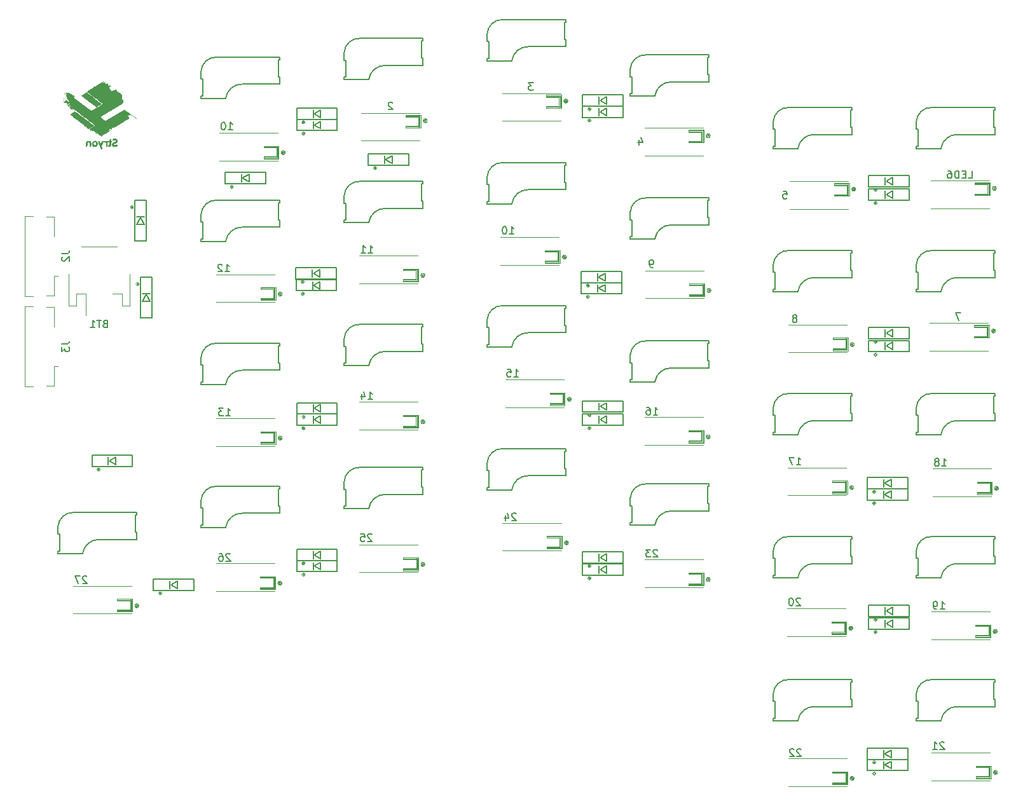
<source format=gbo>
G04 #@! TF.GenerationSoftware,KiCad,Pcbnew,9.0.4*
G04 #@! TF.CreationDate,2025-10-25T01:26:29+09:00*
G04 #@! TF.ProjectId,molak_right,6d6f6c61-6b5f-4726-9967-68742e6b6963,rev?*
G04 #@! TF.SameCoordinates,Original*
G04 #@! TF.FileFunction,Legend,Bot*
G04 #@! TF.FilePolarity,Positive*
%FSLAX46Y46*%
G04 Gerber Fmt 4.6, Leading zero omitted, Abs format (unit mm)*
G04 Created by KiCad (PCBNEW 9.0.4) date 2025-10-25 01:26:29*
%MOMM*%
%LPD*%
G01*
G04 APERTURE LIST*
%ADD10C,0.150000*%
%ADD11C,0.200000*%
%ADD12C,0.000000*%
%ADD13C,0.120000*%
G04 APERTURE END LIST*
D10*
X93529819Y-70891666D02*
X94244104Y-70891666D01*
X94244104Y-70891666D02*
X94386961Y-70844047D01*
X94386961Y-70844047D02*
X94482200Y-70748809D01*
X94482200Y-70748809D02*
X94529819Y-70605952D01*
X94529819Y-70605952D02*
X94529819Y-70510714D01*
X93625057Y-71320238D02*
X93577438Y-71367857D01*
X93577438Y-71367857D02*
X93529819Y-71463095D01*
X93529819Y-71463095D02*
X93529819Y-71701190D01*
X93529819Y-71701190D02*
X93577438Y-71796428D01*
X93577438Y-71796428D02*
X93625057Y-71844047D01*
X93625057Y-71844047D02*
X93720295Y-71891666D01*
X93720295Y-71891666D02*
X93815533Y-71891666D01*
X93815533Y-71891666D02*
X93958390Y-71844047D01*
X93958390Y-71844047D02*
X94529819Y-71272619D01*
X94529819Y-71272619D02*
X94529819Y-71891666D01*
D11*
X137556714Y-50802169D02*
X137509095Y-50754550D01*
X137509095Y-50754550D02*
X137413857Y-50706931D01*
X137413857Y-50706931D02*
X137175762Y-50706931D01*
X137175762Y-50706931D02*
X137080524Y-50754550D01*
X137080524Y-50754550D02*
X137032905Y-50802169D01*
X137032905Y-50802169D02*
X136985286Y-50897407D01*
X136985286Y-50897407D02*
X136985286Y-50992645D01*
X136985286Y-50992645D02*
X137032905Y-51135502D01*
X137032905Y-51135502D02*
X137604333Y-51706931D01*
X137604333Y-51706931D02*
X136985286Y-51706931D01*
X156307633Y-48137031D02*
X155688586Y-48137031D01*
X155688586Y-48137031D02*
X156021919Y-48517983D01*
X156021919Y-48517983D02*
X155879062Y-48517983D01*
X155879062Y-48517983D02*
X155783824Y-48565602D01*
X155783824Y-48565602D02*
X155736205Y-48613221D01*
X155736205Y-48613221D02*
X155688586Y-48708459D01*
X155688586Y-48708459D02*
X155688586Y-48946554D01*
X155688586Y-48946554D02*
X155736205Y-49041792D01*
X155736205Y-49041792D02*
X155783824Y-49089412D01*
X155783824Y-49089412D02*
X155879062Y-49137031D01*
X155879062Y-49137031D02*
X156164776Y-49137031D01*
X156164776Y-49137031D02*
X156260014Y-49089412D01*
X156260014Y-49089412D02*
X156307633Y-49041792D01*
X170380524Y-55770264D02*
X170380524Y-56436931D01*
X170618619Y-55389312D02*
X170856714Y-56103597D01*
X170856714Y-56103597D02*
X170237667Y-56103597D01*
X189556505Y-62569831D02*
X190032695Y-62569831D01*
X190032695Y-62569831D02*
X190080314Y-63046021D01*
X190080314Y-63046021D02*
X190032695Y-62998402D01*
X190032695Y-62998402D02*
X189937457Y-62950783D01*
X189937457Y-62950783D02*
X189699362Y-62950783D01*
X189699362Y-62950783D02*
X189604124Y-62998402D01*
X189604124Y-62998402D02*
X189556505Y-63046021D01*
X189556505Y-63046021D02*
X189508886Y-63141259D01*
X189508886Y-63141259D02*
X189508886Y-63379354D01*
X189508886Y-63379354D02*
X189556505Y-63474592D01*
X189556505Y-63474592D02*
X189604124Y-63522212D01*
X189604124Y-63522212D02*
X189699362Y-63569831D01*
X189699362Y-63569831D02*
X189937457Y-63569831D01*
X189937457Y-63569831D02*
X190032695Y-63522212D01*
X190032695Y-63522212D02*
X190080314Y-63474592D01*
X213214333Y-78757231D02*
X212547667Y-78757231D01*
X212547667Y-78757231D02*
X212976238Y-79757231D01*
X191224438Y-79477302D02*
X191319676Y-79429683D01*
X191319676Y-79429683D02*
X191367295Y-79382064D01*
X191367295Y-79382064D02*
X191414914Y-79286826D01*
X191414914Y-79286826D02*
X191414914Y-79239207D01*
X191414914Y-79239207D02*
X191367295Y-79143969D01*
X191367295Y-79143969D02*
X191319676Y-79096350D01*
X191319676Y-79096350D02*
X191224438Y-79048731D01*
X191224438Y-79048731D02*
X191033962Y-79048731D01*
X191033962Y-79048731D02*
X190938724Y-79096350D01*
X190938724Y-79096350D02*
X190891105Y-79143969D01*
X190891105Y-79143969D02*
X190843486Y-79239207D01*
X190843486Y-79239207D02*
X190843486Y-79286826D01*
X190843486Y-79286826D02*
X190891105Y-79382064D01*
X190891105Y-79382064D02*
X190938724Y-79429683D01*
X190938724Y-79429683D02*
X191033962Y-79477302D01*
X191033962Y-79477302D02*
X191224438Y-79477302D01*
X191224438Y-79477302D02*
X191319676Y-79524921D01*
X191319676Y-79524921D02*
X191367295Y-79572540D01*
X191367295Y-79572540D02*
X191414914Y-79667778D01*
X191414914Y-79667778D02*
X191414914Y-79858254D01*
X191414914Y-79858254D02*
X191367295Y-79953492D01*
X191367295Y-79953492D02*
X191319676Y-80001112D01*
X191319676Y-80001112D02*
X191224438Y-80048731D01*
X191224438Y-80048731D02*
X191033962Y-80048731D01*
X191033962Y-80048731D02*
X190938724Y-80001112D01*
X190938724Y-80001112D02*
X190891105Y-79953492D01*
X190891105Y-79953492D02*
X190843486Y-79858254D01*
X190843486Y-79858254D02*
X190843486Y-79667778D01*
X190843486Y-79667778D02*
X190891105Y-79572540D01*
X190891105Y-79572540D02*
X190938724Y-79524921D01*
X190938724Y-79524921D02*
X191033962Y-79477302D01*
X172230476Y-72742231D02*
X172040000Y-72742231D01*
X172040000Y-72742231D02*
X171944762Y-72694612D01*
X171944762Y-72694612D02*
X171897143Y-72646992D01*
X171897143Y-72646992D02*
X171801905Y-72504135D01*
X171801905Y-72504135D02*
X171754286Y-72313659D01*
X171754286Y-72313659D02*
X171754286Y-71932707D01*
X171754286Y-71932707D02*
X171801905Y-71837469D01*
X171801905Y-71837469D02*
X171849524Y-71789850D01*
X171849524Y-71789850D02*
X171944762Y-71742231D01*
X171944762Y-71742231D02*
X172135238Y-71742231D01*
X172135238Y-71742231D02*
X172230476Y-71789850D01*
X172230476Y-71789850D02*
X172278095Y-71837469D01*
X172278095Y-71837469D02*
X172325714Y-71932707D01*
X172325714Y-71932707D02*
X172325714Y-72170802D01*
X172325714Y-72170802D02*
X172278095Y-72266040D01*
X172278095Y-72266040D02*
X172230476Y-72313659D01*
X172230476Y-72313659D02*
X172135238Y-72361278D01*
X172135238Y-72361278D02*
X171944762Y-72361278D01*
X171944762Y-72361278D02*
X171849524Y-72313659D01*
X171849524Y-72313659D02*
X171801905Y-72266040D01*
X171801905Y-72266040D02*
X171754286Y-72170802D01*
X153144077Y-68286531D02*
X153715505Y-68286531D01*
X153429791Y-68286531D02*
X153429791Y-67286531D01*
X153429791Y-67286531D02*
X153525029Y-67429388D01*
X153525029Y-67429388D02*
X153620267Y-67524626D01*
X153620267Y-67524626D02*
X153715505Y-67572245D01*
X152525029Y-67286531D02*
X152429791Y-67286531D01*
X152429791Y-67286531D02*
X152334553Y-67334150D01*
X152334553Y-67334150D02*
X152286934Y-67381769D01*
X152286934Y-67381769D02*
X152239315Y-67477007D01*
X152239315Y-67477007D02*
X152191696Y-67667483D01*
X152191696Y-67667483D02*
X152191696Y-67905578D01*
X152191696Y-67905578D02*
X152239315Y-68096054D01*
X152239315Y-68096054D02*
X152286934Y-68191292D01*
X152286934Y-68191292D02*
X152334553Y-68238912D01*
X152334553Y-68238912D02*
X152429791Y-68286531D01*
X152429791Y-68286531D02*
X152525029Y-68286531D01*
X152525029Y-68286531D02*
X152620267Y-68238912D01*
X152620267Y-68238912D02*
X152667886Y-68191292D01*
X152667886Y-68191292D02*
X152715505Y-68096054D01*
X152715505Y-68096054D02*
X152763124Y-67905578D01*
X152763124Y-67905578D02*
X152763124Y-67667483D01*
X152763124Y-67667483D02*
X152715505Y-67477007D01*
X152715505Y-67477007D02*
X152667886Y-67381769D01*
X152667886Y-67381769D02*
X152620267Y-67334150D01*
X152620267Y-67334150D02*
X152525029Y-67286531D01*
X134340477Y-70801931D02*
X134911905Y-70801931D01*
X134626191Y-70801931D02*
X134626191Y-69801931D01*
X134626191Y-69801931D02*
X134721429Y-69944788D01*
X134721429Y-69944788D02*
X134816667Y-70040026D01*
X134816667Y-70040026D02*
X134911905Y-70087645D01*
X133388096Y-70801931D02*
X133959524Y-70801931D01*
X133673810Y-70801931D02*
X133673810Y-69801931D01*
X133673810Y-69801931D02*
X133769048Y-69944788D01*
X133769048Y-69944788D02*
X133864286Y-70040026D01*
X133864286Y-70040026D02*
X133959524Y-70087645D01*
X115250477Y-73301931D02*
X115821905Y-73301931D01*
X115536191Y-73301931D02*
X115536191Y-72301931D01*
X115536191Y-72301931D02*
X115631429Y-72444788D01*
X115631429Y-72444788D02*
X115726667Y-72540026D01*
X115726667Y-72540026D02*
X115821905Y-72587645D01*
X114869524Y-72397169D02*
X114821905Y-72349550D01*
X114821905Y-72349550D02*
X114726667Y-72301931D01*
X114726667Y-72301931D02*
X114488572Y-72301931D01*
X114488572Y-72301931D02*
X114393334Y-72349550D01*
X114393334Y-72349550D02*
X114345715Y-72397169D01*
X114345715Y-72397169D02*
X114298096Y-72492407D01*
X114298096Y-72492407D02*
X114298096Y-72587645D01*
X114298096Y-72587645D02*
X114345715Y-72730502D01*
X114345715Y-72730502D02*
X114917143Y-73301931D01*
X114917143Y-73301931D02*
X114298096Y-73301931D01*
X115375977Y-92490331D02*
X115947405Y-92490331D01*
X115661691Y-92490331D02*
X115661691Y-91490331D01*
X115661691Y-91490331D02*
X115756929Y-91633188D01*
X115756929Y-91633188D02*
X115852167Y-91728426D01*
X115852167Y-91728426D02*
X115947405Y-91776045D01*
X115042643Y-91490331D02*
X114423596Y-91490331D01*
X114423596Y-91490331D02*
X114756929Y-91871283D01*
X114756929Y-91871283D02*
X114614072Y-91871283D01*
X114614072Y-91871283D02*
X114518834Y-91918902D01*
X114518834Y-91918902D02*
X114471215Y-91966521D01*
X114471215Y-91966521D02*
X114423596Y-92061759D01*
X114423596Y-92061759D02*
X114423596Y-92299854D01*
X114423596Y-92299854D02*
X114471215Y-92395092D01*
X114471215Y-92395092D02*
X114518834Y-92442712D01*
X114518834Y-92442712D02*
X114614072Y-92490331D01*
X114614072Y-92490331D02*
X114899786Y-92490331D01*
X114899786Y-92490331D02*
X114995024Y-92442712D01*
X114995024Y-92442712D02*
X115042643Y-92395092D01*
X134300477Y-90302231D02*
X134871905Y-90302231D01*
X134586191Y-90302231D02*
X134586191Y-89302231D01*
X134586191Y-89302231D02*
X134681429Y-89445088D01*
X134681429Y-89445088D02*
X134776667Y-89540326D01*
X134776667Y-89540326D02*
X134871905Y-89587945D01*
X133443334Y-89635564D02*
X133443334Y-90302231D01*
X133681429Y-89254612D02*
X133919524Y-89968897D01*
X133919524Y-89968897D02*
X133300477Y-89968897D01*
X153730477Y-87281931D02*
X154301905Y-87281931D01*
X154016191Y-87281931D02*
X154016191Y-86281931D01*
X154016191Y-86281931D02*
X154111429Y-86424788D01*
X154111429Y-86424788D02*
X154206667Y-86520026D01*
X154206667Y-86520026D02*
X154301905Y-86567645D01*
X152825715Y-86281931D02*
X153301905Y-86281931D01*
X153301905Y-86281931D02*
X153349524Y-86758121D01*
X153349524Y-86758121D02*
X153301905Y-86710502D01*
X153301905Y-86710502D02*
X153206667Y-86662883D01*
X153206667Y-86662883D02*
X152968572Y-86662883D01*
X152968572Y-86662883D02*
X152873334Y-86710502D01*
X152873334Y-86710502D02*
X152825715Y-86758121D01*
X152825715Y-86758121D02*
X152778096Y-86853359D01*
X152778096Y-86853359D02*
X152778096Y-87091454D01*
X152778096Y-87091454D02*
X152825715Y-87186692D01*
X152825715Y-87186692D02*
X152873334Y-87234312D01*
X152873334Y-87234312D02*
X152968572Y-87281931D01*
X152968572Y-87281931D02*
X153206667Y-87281931D01*
X153206667Y-87281931D02*
X153301905Y-87234312D01*
X153301905Y-87234312D02*
X153349524Y-87186692D01*
X172290477Y-92361931D02*
X172861905Y-92361931D01*
X172576191Y-92361931D02*
X172576191Y-91361931D01*
X172576191Y-91361931D02*
X172671429Y-91504788D01*
X172671429Y-91504788D02*
X172766667Y-91600026D01*
X172766667Y-91600026D02*
X172861905Y-91647645D01*
X171433334Y-91361931D02*
X171623810Y-91361931D01*
X171623810Y-91361931D02*
X171719048Y-91409550D01*
X171719048Y-91409550D02*
X171766667Y-91457169D01*
X171766667Y-91457169D02*
X171861905Y-91600026D01*
X171861905Y-91600026D02*
X171909524Y-91790502D01*
X171909524Y-91790502D02*
X171909524Y-92171454D01*
X171909524Y-92171454D02*
X171861905Y-92266692D01*
X171861905Y-92266692D02*
X171814286Y-92314312D01*
X171814286Y-92314312D02*
X171719048Y-92361931D01*
X171719048Y-92361931D02*
X171528572Y-92361931D01*
X171528572Y-92361931D02*
X171433334Y-92314312D01*
X171433334Y-92314312D02*
X171385715Y-92266692D01*
X171385715Y-92266692D02*
X171338096Y-92171454D01*
X171338096Y-92171454D02*
X171338096Y-91933359D01*
X171338096Y-91933359D02*
X171385715Y-91838121D01*
X171385715Y-91838121D02*
X171433334Y-91790502D01*
X171433334Y-91790502D02*
X171528572Y-91742883D01*
X171528572Y-91742883D02*
X171719048Y-91742883D01*
X171719048Y-91742883D02*
X171814286Y-91790502D01*
X171814286Y-91790502D02*
X171861905Y-91838121D01*
X171861905Y-91838121D02*
X171909524Y-91933359D01*
X191353777Y-99036031D02*
X191925205Y-99036031D01*
X191639491Y-99036031D02*
X191639491Y-98036031D01*
X191639491Y-98036031D02*
X191734729Y-98178888D01*
X191734729Y-98178888D02*
X191829967Y-98274126D01*
X191829967Y-98274126D02*
X191925205Y-98321745D01*
X191020443Y-98036031D02*
X190353777Y-98036031D01*
X190353777Y-98036031D02*
X190782348Y-99036031D01*
X210708677Y-99184431D02*
X211280105Y-99184431D01*
X210994391Y-99184431D02*
X210994391Y-98184431D01*
X210994391Y-98184431D02*
X211089629Y-98327288D01*
X211089629Y-98327288D02*
X211184867Y-98422526D01*
X211184867Y-98422526D02*
X211280105Y-98470145D01*
X210137248Y-98613002D02*
X210232486Y-98565383D01*
X210232486Y-98565383D02*
X210280105Y-98517764D01*
X210280105Y-98517764D02*
X210327724Y-98422526D01*
X210327724Y-98422526D02*
X210327724Y-98374907D01*
X210327724Y-98374907D02*
X210280105Y-98279669D01*
X210280105Y-98279669D02*
X210232486Y-98232050D01*
X210232486Y-98232050D02*
X210137248Y-98184431D01*
X210137248Y-98184431D02*
X209946772Y-98184431D01*
X209946772Y-98184431D02*
X209851534Y-98232050D01*
X209851534Y-98232050D02*
X209803915Y-98279669D01*
X209803915Y-98279669D02*
X209756296Y-98374907D01*
X209756296Y-98374907D02*
X209756296Y-98422526D01*
X209756296Y-98422526D02*
X209803915Y-98517764D01*
X209803915Y-98517764D02*
X209851534Y-98565383D01*
X209851534Y-98565383D02*
X209946772Y-98613002D01*
X209946772Y-98613002D02*
X210137248Y-98613002D01*
X210137248Y-98613002D02*
X210232486Y-98660621D01*
X210232486Y-98660621D02*
X210280105Y-98708240D01*
X210280105Y-98708240D02*
X210327724Y-98803478D01*
X210327724Y-98803478D02*
X210327724Y-98993954D01*
X210327724Y-98993954D02*
X210280105Y-99089192D01*
X210280105Y-99089192D02*
X210232486Y-99136812D01*
X210232486Y-99136812D02*
X210137248Y-99184431D01*
X210137248Y-99184431D02*
X209946772Y-99184431D01*
X209946772Y-99184431D02*
X209851534Y-99136812D01*
X209851534Y-99136812D02*
X209803915Y-99089192D01*
X209803915Y-99089192D02*
X209756296Y-98993954D01*
X209756296Y-98993954D02*
X209756296Y-98803478D01*
X209756296Y-98803478D02*
X209803915Y-98708240D01*
X209803915Y-98708240D02*
X209851534Y-98660621D01*
X209851534Y-98660621D02*
X209946772Y-98613002D01*
X210490477Y-118239931D02*
X211061905Y-118239931D01*
X210776191Y-118239931D02*
X210776191Y-117239931D01*
X210776191Y-117239931D02*
X210871429Y-117382788D01*
X210871429Y-117382788D02*
X210966667Y-117478026D01*
X210966667Y-117478026D02*
X211061905Y-117525645D01*
X210014286Y-118239931D02*
X209823810Y-118239931D01*
X209823810Y-118239931D02*
X209728572Y-118192312D01*
X209728572Y-118192312D02*
X209680953Y-118144692D01*
X209680953Y-118144692D02*
X209585715Y-118001835D01*
X209585715Y-118001835D02*
X209538096Y-117811359D01*
X209538096Y-117811359D02*
X209538096Y-117430407D01*
X209538096Y-117430407D02*
X209585715Y-117335169D01*
X209585715Y-117335169D02*
X209633334Y-117287550D01*
X209633334Y-117287550D02*
X209728572Y-117239931D01*
X209728572Y-117239931D02*
X209919048Y-117239931D01*
X209919048Y-117239931D02*
X210014286Y-117287550D01*
X210014286Y-117287550D02*
X210061905Y-117335169D01*
X210061905Y-117335169D02*
X210109524Y-117430407D01*
X210109524Y-117430407D02*
X210109524Y-117668502D01*
X210109524Y-117668502D02*
X210061905Y-117763740D01*
X210061905Y-117763740D02*
X210014286Y-117811359D01*
X210014286Y-117811359D02*
X209919048Y-117858978D01*
X209919048Y-117858978D02*
X209728572Y-117858978D01*
X209728572Y-117858978D02*
X209633334Y-117811359D01*
X209633334Y-117811359D02*
X209585715Y-117763740D01*
X209585715Y-117763740D02*
X209538096Y-117668502D01*
X191871905Y-116867469D02*
X191824286Y-116819850D01*
X191824286Y-116819850D02*
X191729048Y-116772231D01*
X191729048Y-116772231D02*
X191490953Y-116772231D01*
X191490953Y-116772231D02*
X191395715Y-116819850D01*
X191395715Y-116819850D02*
X191348096Y-116867469D01*
X191348096Y-116867469D02*
X191300477Y-116962707D01*
X191300477Y-116962707D02*
X191300477Y-117057945D01*
X191300477Y-117057945D02*
X191348096Y-117200802D01*
X191348096Y-117200802D02*
X191919524Y-117772231D01*
X191919524Y-117772231D02*
X191300477Y-117772231D01*
X190681429Y-116772231D02*
X190586191Y-116772231D01*
X190586191Y-116772231D02*
X190490953Y-116819850D01*
X190490953Y-116819850D02*
X190443334Y-116867469D01*
X190443334Y-116867469D02*
X190395715Y-116962707D01*
X190395715Y-116962707D02*
X190348096Y-117153183D01*
X190348096Y-117153183D02*
X190348096Y-117391278D01*
X190348096Y-117391278D02*
X190395715Y-117581754D01*
X190395715Y-117581754D02*
X190443334Y-117676992D01*
X190443334Y-117676992D02*
X190490953Y-117724612D01*
X190490953Y-117724612D02*
X190586191Y-117772231D01*
X190586191Y-117772231D02*
X190681429Y-117772231D01*
X190681429Y-117772231D02*
X190776667Y-117724612D01*
X190776667Y-117724612D02*
X190824286Y-117676992D01*
X190824286Y-117676992D02*
X190871905Y-117581754D01*
X190871905Y-117581754D02*
X190919524Y-117391278D01*
X190919524Y-117391278D02*
X190919524Y-117153183D01*
X190919524Y-117153183D02*
X190871905Y-116962707D01*
X190871905Y-116962707D02*
X190824286Y-116867469D01*
X190824286Y-116867469D02*
X190776667Y-116819850D01*
X190776667Y-116819850D02*
X190681429Y-116772231D01*
X211021905Y-136017169D02*
X210974286Y-135969550D01*
X210974286Y-135969550D02*
X210879048Y-135921931D01*
X210879048Y-135921931D02*
X210640953Y-135921931D01*
X210640953Y-135921931D02*
X210545715Y-135969550D01*
X210545715Y-135969550D02*
X210498096Y-136017169D01*
X210498096Y-136017169D02*
X210450477Y-136112407D01*
X210450477Y-136112407D02*
X210450477Y-136207645D01*
X210450477Y-136207645D02*
X210498096Y-136350502D01*
X210498096Y-136350502D02*
X211069524Y-136921931D01*
X211069524Y-136921931D02*
X210450477Y-136921931D01*
X209498096Y-136921931D02*
X210069524Y-136921931D01*
X209783810Y-136921931D02*
X209783810Y-135921931D01*
X209783810Y-135921931D02*
X209879048Y-136064788D01*
X209879048Y-136064788D02*
X209974286Y-136160026D01*
X209974286Y-136160026D02*
X210069524Y-136207645D01*
X191961905Y-136967469D02*
X191914286Y-136919850D01*
X191914286Y-136919850D02*
X191819048Y-136872231D01*
X191819048Y-136872231D02*
X191580953Y-136872231D01*
X191580953Y-136872231D02*
X191485715Y-136919850D01*
X191485715Y-136919850D02*
X191438096Y-136967469D01*
X191438096Y-136967469D02*
X191390477Y-137062707D01*
X191390477Y-137062707D02*
X191390477Y-137157945D01*
X191390477Y-137157945D02*
X191438096Y-137300802D01*
X191438096Y-137300802D02*
X192009524Y-137872231D01*
X192009524Y-137872231D02*
X191390477Y-137872231D01*
X191009524Y-136967469D02*
X190961905Y-136919850D01*
X190961905Y-136919850D02*
X190866667Y-136872231D01*
X190866667Y-136872231D02*
X190628572Y-136872231D01*
X190628572Y-136872231D02*
X190533334Y-136919850D01*
X190533334Y-136919850D02*
X190485715Y-136967469D01*
X190485715Y-136967469D02*
X190438096Y-137062707D01*
X190438096Y-137062707D02*
X190438096Y-137157945D01*
X190438096Y-137157945D02*
X190485715Y-137300802D01*
X190485715Y-137300802D02*
X191057143Y-137872231D01*
X191057143Y-137872231D02*
X190438096Y-137872231D01*
X172841905Y-110407469D02*
X172794286Y-110359850D01*
X172794286Y-110359850D02*
X172699048Y-110312231D01*
X172699048Y-110312231D02*
X172460953Y-110312231D01*
X172460953Y-110312231D02*
X172365715Y-110359850D01*
X172365715Y-110359850D02*
X172318096Y-110407469D01*
X172318096Y-110407469D02*
X172270477Y-110502707D01*
X172270477Y-110502707D02*
X172270477Y-110597945D01*
X172270477Y-110597945D02*
X172318096Y-110740802D01*
X172318096Y-110740802D02*
X172889524Y-111312231D01*
X172889524Y-111312231D02*
X172270477Y-111312231D01*
X171937143Y-110312231D02*
X171318096Y-110312231D01*
X171318096Y-110312231D02*
X171651429Y-110693183D01*
X171651429Y-110693183D02*
X171508572Y-110693183D01*
X171508572Y-110693183D02*
X171413334Y-110740802D01*
X171413334Y-110740802D02*
X171365715Y-110788421D01*
X171365715Y-110788421D02*
X171318096Y-110883659D01*
X171318096Y-110883659D02*
X171318096Y-111121754D01*
X171318096Y-111121754D02*
X171365715Y-111216992D01*
X171365715Y-111216992D02*
X171413334Y-111264612D01*
X171413334Y-111264612D02*
X171508572Y-111312231D01*
X171508572Y-111312231D02*
X171794286Y-111312231D01*
X171794286Y-111312231D02*
X171889524Y-111264612D01*
X171889524Y-111264612D02*
X171937143Y-111216992D01*
X154009105Y-105544669D02*
X153961486Y-105497050D01*
X153961486Y-105497050D02*
X153866248Y-105449431D01*
X153866248Y-105449431D02*
X153628153Y-105449431D01*
X153628153Y-105449431D02*
X153532915Y-105497050D01*
X153532915Y-105497050D02*
X153485296Y-105544669D01*
X153485296Y-105544669D02*
X153437677Y-105639907D01*
X153437677Y-105639907D02*
X153437677Y-105735145D01*
X153437677Y-105735145D02*
X153485296Y-105878002D01*
X153485296Y-105878002D02*
X154056724Y-106449431D01*
X154056724Y-106449431D02*
X153437677Y-106449431D01*
X152580534Y-105782764D02*
X152580534Y-106449431D01*
X152818629Y-105401812D02*
X153056724Y-106116097D01*
X153056724Y-106116097D02*
X152437677Y-106116097D01*
X134801905Y-108307169D02*
X134754286Y-108259550D01*
X134754286Y-108259550D02*
X134659048Y-108211931D01*
X134659048Y-108211931D02*
X134420953Y-108211931D01*
X134420953Y-108211931D02*
X134325715Y-108259550D01*
X134325715Y-108259550D02*
X134278096Y-108307169D01*
X134278096Y-108307169D02*
X134230477Y-108402407D01*
X134230477Y-108402407D02*
X134230477Y-108497645D01*
X134230477Y-108497645D02*
X134278096Y-108640502D01*
X134278096Y-108640502D02*
X134849524Y-109211931D01*
X134849524Y-109211931D02*
X134230477Y-109211931D01*
X133325715Y-108211931D02*
X133801905Y-108211931D01*
X133801905Y-108211931D02*
X133849524Y-108688121D01*
X133849524Y-108688121D02*
X133801905Y-108640502D01*
X133801905Y-108640502D02*
X133706667Y-108592883D01*
X133706667Y-108592883D02*
X133468572Y-108592883D01*
X133468572Y-108592883D02*
X133373334Y-108640502D01*
X133373334Y-108640502D02*
X133325715Y-108688121D01*
X133325715Y-108688121D02*
X133278096Y-108783359D01*
X133278096Y-108783359D02*
X133278096Y-109021454D01*
X133278096Y-109021454D02*
X133325715Y-109116692D01*
X133325715Y-109116692D02*
X133373334Y-109164312D01*
X133373334Y-109164312D02*
X133468572Y-109211931D01*
X133468572Y-109211931D02*
X133706667Y-109211931D01*
X133706667Y-109211931D02*
X133801905Y-109164312D01*
X133801905Y-109164312D02*
X133849524Y-109116692D01*
X115941905Y-110937469D02*
X115894286Y-110889850D01*
X115894286Y-110889850D02*
X115799048Y-110842231D01*
X115799048Y-110842231D02*
X115560953Y-110842231D01*
X115560953Y-110842231D02*
X115465715Y-110889850D01*
X115465715Y-110889850D02*
X115418096Y-110937469D01*
X115418096Y-110937469D02*
X115370477Y-111032707D01*
X115370477Y-111032707D02*
X115370477Y-111127945D01*
X115370477Y-111127945D02*
X115418096Y-111270802D01*
X115418096Y-111270802D02*
X115989524Y-111842231D01*
X115989524Y-111842231D02*
X115370477Y-111842231D01*
X114513334Y-110842231D02*
X114703810Y-110842231D01*
X114703810Y-110842231D02*
X114799048Y-110889850D01*
X114799048Y-110889850D02*
X114846667Y-110937469D01*
X114846667Y-110937469D02*
X114941905Y-111080326D01*
X114941905Y-111080326D02*
X114989524Y-111270802D01*
X114989524Y-111270802D02*
X114989524Y-111651754D01*
X114989524Y-111651754D02*
X114941905Y-111746992D01*
X114941905Y-111746992D02*
X114894286Y-111794612D01*
X114894286Y-111794612D02*
X114799048Y-111842231D01*
X114799048Y-111842231D02*
X114608572Y-111842231D01*
X114608572Y-111842231D02*
X114513334Y-111794612D01*
X114513334Y-111794612D02*
X114465715Y-111746992D01*
X114465715Y-111746992D02*
X114418096Y-111651754D01*
X114418096Y-111651754D02*
X114418096Y-111413659D01*
X114418096Y-111413659D02*
X114465715Y-111318421D01*
X114465715Y-111318421D02*
X114513334Y-111270802D01*
X114513334Y-111270802D02*
X114608572Y-111223183D01*
X114608572Y-111223183D02*
X114799048Y-111223183D01*
X114799048Y-111223183D02*
X114894286Y-111270802D01*
X114894286Y-111270802D02*
X114941905Y-111318421D01*
X114941905Y-111318421D02*
X114989524Y-111413659D01*
X96841905Y-113917469D02*
X96794286Y-113869850D01*
X96794286Y-113869850D02*
X96699048Y-113822231D01*
X96699048Y-113822231D02*
X96460953Y-113822231D01*
X96460953Y-113822231D02*
X96365715Y-113869850D01*
X96365715Y-113869850D02*
X96318096Y-113917469D01*
X96318096Y-113917469D02*
X96270477Y-114012707D01*
X96270477Y-114012707D02*
X96270477Y-114107945D01*
X96270477Y-114107945D02*
X96318096Y-114250802D01*
X96318096Y-114250802D02*
X96889524Y-114822231D01*
X96889524Y-114822231D02*
X96270477Y-114822231D01*
X95937143Y-113822231D02*
X95270477Y-113822231D01*
X95270477Y-113822231D02*
X95699048Y-114822231D01*
X115690477Y-54391931D02*
X116261905Y-54391931D01*
X115976191Y-54391931D02*
X115976191Y-53391931D01*
X115976191Y-53391931D02*
X116071429Y-53534788D01*
X116071429Y-53534788D02*
X116166667Y-53630026D01*
X116166667Y-53630026D02*
X116261905Y-53677645D01*
X115071429Y-53391931D02*
X114976191Y-53391931D01*
X114976191Y-53391931D02*
X114880953Y-53439550D01*
X114880953Y-53439550D02*
X114833334Y-53487169D01*
X114833334Y-53487169D02*
X114785715Y-53582407D01*
X114785715Y-53582407D02*
X114738096Y-53772883D01*
X114738096Y-53772883D02*
X114738096Y-54010978D01*
X114738096Y-54010978D02*
X114785715Y-54201454D01*
X114785715Y-54201454D02*
X114833334Y-54296692D01*
X114833334Y-54296692D02*
X114880953Y-54344312D01*
X114880953Y-54344312D02*
X114976191Y-54391931D01*
X114976191Y-54391931D02*
X115071429Y-54391931D01*
X115071429Y-54391931D02*
X115166667Y-54344312D01*
X115166667Y-54344312D02*
X115214286Y-54296692D01*
X115214286Y-54296692D02*
X115261905Y-54201454D01*
X115261905Y-54201454D02*
X115309524Y-54010978D01*
X115309524Y-54010978D02*
X115309524Y-53772883D01*
X115309524Y-53772883D02*
X115261905Y-53582407D01*
X115261905Y-53582407D02*
X115214286Y-53487169D01*
X115214286Y-53487169D02*
X115166667Y-53439550D01*
X115166667Y-53439550D02*
X115071429Y-53391931D01*
X214229047Y-60847231D02*
X214705237Y-60847231D01*
X214705237Y-60847231D02*
X214705237Y-59847231D01*
X213895713Y-60323421D02*
X213562380Y-60323421D01*
X213419523Y-60847231D02*
X213895713Y-60847231D01*
X213895713Y-60847231D02*
X213895713Y-59847231D01*
X213895713Y-59847231D02*
X213419523Y-59847231D01*
X212990951Y-60847231D02*
X212990951Y-59847231D01*
X212990951Y-59847231D02*
X212752856Y-59847231D01*
X212752856Y-59847231D02*
X212609999Y-59894850D01*
X212609999Y-59894850D02*
X212514761Y-59990088D01*
X212514761Y-59990088D02*
X212467142Y-60085326D01*
X212467142Y-60085326D02*
X212419523Y-60275802D01*
X212419523Y-60275802D02*
X212419523Y-60418659D01*
X212419523Y-60418659D02*
X212467142Y-60609135D01*
X212467142Y-60609135D02*
X212514761Y-60704373D01*
X212514761Y-60704373D02*
X212609999Y-60799612D01*
X212609999Y-60799612D02*
X212752856Y-60847231D01*
X212752856Y-60847231D02*
X212990951Y-60847231D01*
X211562380Y-59847231D02*
X211752856Y-59847231D01*
X211752856Y-59847231D02*
X211848094Y-59894850D01*
X211848094Y-59894850D02*
X211895713Y-59942469D01*
X211895713Y-59942469D02*
X211990951Y-60085326D01*
X211990951Y-60085326D02*
X212038570Y-60275802D01*
X212038570Y-60275802D02*
X212038570Y-60656754D01*
X212038570Y-60656754D02*
X211990951Y-60751992D01*
X211990951Y-60751992D02*
X211943332Y-60799612D01*
X211943332Y-60799612D02*
X211848094Y-60847231D01*
X211848094Y-60847231D02*
X211657618Y-60847231D01*
X211657618Y-60847231D02*
X211562380Y-60799612D01*
X211562380Y-60799612D02*
X211514761Y-60751992D01*
X211514761Y-60751992D02*
X211467142Y-60656754D01*
X211467142Y-60656754D02*
X211467142Y-60418659D01*
X211467142Y-60418659D02*
X211514761Y-60323421D01*
X211514761Y-60323421D02*
X211562380Y-60275802D01*
X211562380Y-60275802D02*
X211657618Y-60228183D01*
X211657618Y-60228183D02*
X211848094Y-60228183D01*
X211848094Y-60228183D02*
X211943332Y-60275802D01*
X211943332Y-60275802D02*
X211990951Y-60323421D01*
X211990951Y-60323421D02*
X212038570Y-60418659D01*
D10*
X99285714Y-80231009D02*
X99142857Y-80278628D01*
X99142857Y-80278628D02*
X99095238Y-80326247D01*
X99095238Y-80326247D02*
X99047619Y-80421485D01*
X99047619Y-80421485D02*
X99047619Y-80564342D01*
X99047619Y-80564342D02*
X99095238Y-80659580D01*
X99095238Y-80659580D02*
X99142857Y-80707200D01*
X99142857Y-80707200D02*
X99238095Y-80754819D01*
X99238095Y-80754819D02*
X99619047Y-80754819D01*
X99619047Y-80754819D02*
X99619047Y-79754819D01*
X99619047Y-79754819D02*
X99285714Y-79754819D01*
X99285714Y-79754819D02*
X99190476Y-79802438D01*
X99190476Y-79802438D02*
X99142857Y-79850057D01*
X99142857Y-79850057D02*
X99095238Y-79945295D01*
X99095238Y-79945295D02*
X99095238Y-80040533D01*
X99095238Y-80040533D02*
X99142857Y-80135771D01*
X99142857Y-80135771D02*
X99190476Y-80183390D01*
X99190476Y-80183390D02*
X99285714Y-80231009D01*
X99285714Y-80231009D02*
X99619047Y-80231009D01*
X98761904Y-79754819D02*
X98190476Y-79754819D01*
X98476190Y-80754819D02*
X98476190Y-79754819D01*
X97333333Y-80754819D02*
X97904761Y-80754819D01*
X97619047Y-80754819D02*
X97619047Y-79754819D01*
X97619047Y-79754819D02*
X97714285Y-79897676D01*
X97714285Y-79897676D02*
X97809523Y-79992914D01*
X97809523Y-79992914D02*
X97904761Y-80040533D01*
X93529819Y-82916666D02*
X94244104Y-82916666D01*
X94244104Y-82916666D02*
X94386961Y-82869047D01*
X94386961Y-82869047D02*
X94482200Y-82773809D01*
X94482200Y-82773809D02*
X94529819Y-82630952D01*
X94529819Y-82630952D02*
X94529819Y-82535714D01*
X93529819Y-83297619D02*
X93529819Y-83916666D01*
X93529819Y-83916666D02*
X93910771Y-83583333D01*
X93910771Y-83583333D02*
X93910771Y-83726190D01*
X93910771Y-83726190D02*
X93958390Y-83821428D01*
X93958390Y-83821428D02*
X94006009Y-83869047D01*
X94006009Y-83869047D02*
X94101247Y-83916666D01*
X94101247Y-83916666D02*
X94339342Y-83916666D01*
X94339342Y-83916666D02*
X94434580Y-83869047D01*
X94434580Y-83869047D02*
X94482200Y-83821428D01*
X94482200Y-83821428D02*
X94529819Y-83726190D01*
X94529819Y-83726190D02*
X94529819Y-83440476D01*
X94529819Y-83440476D02*
X94482200Y-83345238D01*
X94482200Y-83345238D02*
X94434580Y-83297619D01*
D12*
G36*
X99838211Y-48584112D02*
G01*
X99853614Y-48594826D01*
X99892521Y-48621042D01*
X99928379Y-48646404D01*
X99953501Y-48669164D01*
X99961777Y-48685446D01*
X99959641Y-48698994D01*
X99948561Y-48708946D01*
X99926703Y-48707867D01*
X99892586Y-48695586D01*
X99844728Y-48671932D01*
X99838421Y-48668587D01*
X99800325Y-48649227D01*
X99775536Y-48638770D01*
X99761406Y-48636295D01*
X99755285Y-48640884D01*
X99754721Y-48642374D01*
X99751079Y-48655552D01*
X99751946Y-48668001D01*
X99759111Y-48681761D01*
X99774360Y-48698876D01*
X99799483Y-48721388D01*
X99836267Y-48751341D01*
X99886500Y-48790775D01*
X99895024Y-48797925D01*
X99909239Y-48813736D01*
X99911470Y-48823569D01*
X99910290Y-48824384D01*
X99897142Y-48822121D01*
X99878036Y-48810069D01*
X99872332Y-48805671D01*
X99846477Y-48788691D01*
X99816209Y-48771841D01*
X99786666Y-48757647D01*
X99762985Y-48748631D01*
X99750304Y-48747318D01*
X99749860Y-48747605D01*
X99746034Y-48759187D01*
X99757342Y-48775551D01*
X99781658Y-48793560D01*
X99797279Y-48804128D01*
X99825438Y-48825282D01*
X99860218Y-48852784D01*
X99897376Y-48883340D01*
X99897771Y-48883672D01*
X99936518Y-48917665D01*
X99960364Y-48941647D01*
X99970456Y-48955949D01*
X99967944Y-48960904D01*
X99953978Y-48956844D01*
X99929706Y-48944101D01*
X99896278Y-48923007D01*
X99854843Y-48893894D01*
X99806549Y-48857094D01*
X99774055Y-48832578D01*
X99747384Y-48815957D01*
X99733441Y-48812932D01*
X99731898Y-48823454D01*
X99742429Y-48847474D01*
X99747607Y-48853680D01*
X99767032Y-48870344D01*
X99797408Y-48893255D01*
X99835793Y-48920482D01*
X99879243Y-48950096D01*
X99924816Y-48980167D01*
X99969568Y-49008765D01*
X100010558Y-49033961D01*
X100044842Y-49053824D01*
X100069478Y-49066425D01*
X100081522Y-49069835D01*
X100089512Y-49068929D01*
X100095511Y-49079636D01*
X100093616Y-49086335D01*
X100078932Y-49097773D01*
X100055438Y-49103186D01*
X100030037Y-49100387D01*
X100020800Y-49095821D01*
X99998758Y-49079903D01*
X99974421Y-49058080D01*
X99957051Y-49042769D01*
X99924415Y-49017567D01*
X99884496Y-48989216D01*
X99842371Y-48961430D01*
X99808739Y-48939766D01*
X99767394Y-48912138D01*
X99731973Y-48887414D01*
X99707653Y-48869140D01*
X99692392Y-48857454D01*
X99669888Y-48842927D01*
X99655628Y-48837252D01*
X99652943Y-48838092D01*
X99655885Y-48847835D01*
X99672273Y-48867505D01*
X99700878Y-48895856D01*
X99740474Y-48931639D01*
X99789832Y-48973609D01*
X99816813Y-48996201D01*
X99848229Y-49023086D01*
X99872321Y-49044375D01*
X99885357Y-49056817D01*
X99892922Y-49064525D01*
X99917499Y-49086894D01*
X99951971Y-49116361D01*
X99992799Y-49149984D01*
X100036444Y-49184825D01*
X100079365Y-49217943D01*
X100106658Y-49237513D01*
X100144872Y-49259670D01*
X100171702Y-49267113D01*
X100178980Y-49266250D01*
X100205069Y-49256470D01*
X100243158Y-49235432D01*
X100294028Y-49202680D01*
X100358457Y-49157759D01*
X100374927Y-49155126D01*
X100403893Y-49166363D01*
X100422929Y-49174652D01*
X100467315Y-49179923D01*
X100515015Y-49166907D01*
X100566686Y-49135479D01*
X100608000Y-49106411D01*
X100651953Y-49080245D01*
X100689340Y-49063107D01*
X100716421Y-49056958D01*
X100717319Y-49056966D01*
X100747771Y-49063415D01*
X100779055Y-49079109D01*
X100804619Y-49099879D01*
X100817910Y-49121554D01*
X100824976Y-49144395D01*
X100837069Y-49173311D01*
X100840981Y-49179230D01*
X100860142Y-49199877D01*
X100891462Y-49228703D01*
X100932500Y-49263776D01*
X100980816Y-49303164D01*
X101033969Y-49344935D01*
X101089520Y-49387157D01*
X101145027Y-49427896D01*
X101198050Y-49465222D01*
X101246149Y-49497201D01*
X101269887Y-49513033D01*
X101307667Y-49539745D01*
X101350251Y-49571049D01*
X101394243Y-49604335D01*
X101436248Y-49636990D01*
X101472872Y-49666404D01*
X101500718Y-49689965D01*
X101516393Y-49705062D01*
X101519866Y-49709243D01*
X101524726Y-49716214D01*
X101528621Y-49724977D01*
X101531656Y-49737457D01*
X101533941Y-49755576D01*
X101535582Y-49781259D01*
X101536687Y-49816428D01*
X101537362Y-49863009D01*
X101537716Y-49922923D01*
X101537854Y-49998095D01*
X101537886Y-50090449D01*
X101537905Y-50117811D01*
X101538306Y-50217843D01*
X101539213Y-50301048D01*
X101540614Y-50366971D01*
X101542497Y-50415157D01*
X101544850Y-50445152D01*
X101547660Y-50456502D01*
X101550141Y-50457290D01*
X101566715Y-50453964D01*
X101589385Y-50442737D01*
X101606186Y-50433752D01*
X101636966Y-50424365D01*
X101661593Y-50425720D01*
X101675422Y-50438071D01*
X101675976Y-50440438D01*
X101677647Y-50459491D01*
X101679088Y-50493642D01*
X101680218Y-50539834D01*
X101680956Y-50595009D01*
X101681220Y-50656112D01*
X101681184Y-50711013D01*
X101680899Y-50764942D01*
X101680111Y-50804479D01*
X101678565Y-50832249D01*
X101676008Y-50850875D01*
X101672186Y-50862983D01*
X101666843Y-50871198D01*
X101659727Y-50878145D01*
X101646973Y-50888517D01*
X101613632Y-50912494D01*
X101567109Y-50943616D01*
X101509588Y-50980513D01*
X101443250Y-51021816D01*
X101370276Y-51066156D01*
X101292849Y-51112163D01*
X101213149Y-51158467D01*
X101204691Y-51163339D01*
X101163664Y-51187235D01*
X101116989Y-51214725D01*
X101073204Y-51240788D01*
X101059777Y-51248819D01*
X101018172Y-51273515D01*
X100978920Y-51296578D01*
X100949022Y-51313886D01*
X100948481Y-51314194D01*
X100917884Y-51332177D01*
X100875687Y-51357650D01*
X100826300Y-51387898D01*
X100774133Y-51420204D01*
X100723593Y-51451855D01*
X100679090Y-51480134D01*
X100655487Y-51494450D01*
X100618931Y-51515476D01*
X100575373Y-51539778D01*
X100529900Y-51564480D01*
X100487721Y-51587395D01*
X100444065Y-51611941D01*
X100397852Y-51638877D01*
X100346396Y-51669817D01*
X100287012Y-51706378D01*
X100217016Y-51750174D01*
X100133721Y-51802820D01*
X100091565Y-51829059D01*
X100033499Y-51864221D01*
X99973288Y-51899850D01*
X99918791Y-51931249D01*
X99861924Y-51963511D01*
X99801657Y-51998075D01*
X99754461Y-52025702D01*
X99718250Y-52047636D01*
X99690934Y-52065124D01*
X99670427Y-52079411D01*
X99653367Y-52091352D01*
X99622355Y-52111808D01*
X99589231Y-52132646D01*
X99581183Y-52137574D01*
X99544738Y-52159967D01*
X99501880Y-52186379D01*
X99460272Y-52212090D01*
X99423674Y-52234650D01*
X99360572Y-52273167D01*
X99298261Y-52310778D01*
X99240593Y-52345178D01*
X99191420Y-52374059D01*
X99154594Y-52395117D01*
X99138086Y-52404503D01*
X99098830Y-52427763D01*
X99063845Y-52449544D01*
X99056345Y-52454393D01*
X99027708Y-52472892D01*
X98988787Y-52498027D01*
X98943728Y-52527118D01*
X98896677Y-52557490D01*
X98875188Y-52571386D01*
X98831745Y-52599642D01*
X98794008Y-52624397D01*
X98765433Y-52643378D01*
X98749479Y-52654311D01*
X98726462Y-52670980D01*
X98754255Y-52694076D01*
X98754562Y-52694331D01*
X98782506Y-52715852D01*
X98810705Y-52735268D01*
X98820004Y-52741386D01*
X98846885Y-52760410D01*
X98880360Y-52785277D01*
X98917299Y-52813521D01*
X98954569Y-52842679D01*
X98989041Y-52870285D01*
X99017581Y-52893876D01*
X99037060Y-52910987D01*
X99044346Y-52919153D01*
X99042390Y-52921208D01*
X99029356Y-52917509D01*
X99007792Y-52906338D01*
X98982057Y-52890303D01*
X98956507Y-52872009D01*
X98935502Y-52854063D01*
X98932067Y-52850800D01*
X98902024Y-52826608D01*
X98870780Y-52806723D01*
X98864496Y-52803246D01*
X98832427Y-52782317D01*
X98802774Y-52758961D01*
X98797276Y-52754210D01*
X98765244Y-52729973D01*
X98733134Y-52709773D01*
X98675575Y-52678008D01*
X98627903Y-52650260D01*
X98590122Y-52626288D01*
X98558455Y-52603800D01*
X98540792Y-52591104D01*
X98521501Y-52579076D01*
X98512419Y-52576016D01*
X98511064Y-52581389D01*
X98517902Y-52593694D01*
X98535701Y-52612828D01*
X98565598Y-52639871D01*
X98608733Y-52675903D01*
X98666244Y-52722005D01*
X98690330Y-52741070D01*
X98747724Y-52786537D01*
X98807493Y-52833927D01*
X98863849Y-52878650D01*
X98911006Y-52916115D01*
X98915320Y-52919539D01*
X98963735Y-52957114D01*
X99014886Y-52995546D01*
X99062938Y-53030509D01*
X99102055Y-53057680D01*
X99122245Y-53071372D01*
X99160597Y-53098436D01*
X99193914Y-53123217D01*
X99216685Y-53141677D01*
X99217906Y-53142762D01*
X99266235Y-53179355D01*
X99308766Y-53198145D01*
X99346160Y-53199300D01*
X99379076Y-53182988D01*
X99384228Y-53178869D01*
X99437962Y-53139648D01*
X99506737Y-53094825D01*
X99588196Y-53045880D01*
X99679979Y-52994291D01*
X99710595Y-52977409D01*
X99762316Y-52948081D01*
X99809930Y-52920147D01*
X99849179Y-52896125D01*
X99875805Y-52878530D01*
X99881209Y-52874681D01*
X99935314Y-52837990D01*
X100001800Y-52795479D01*
X100076513Y-52749700D01*
X100155305Y-52703201D01*
X100234022Y-52658531D01*
X100240316Y-52655024D01*
X100286555Y-52628741D01*
X100343719Y-52595581D01*
X100407224Y-52558238D01*
X100472487Y-52519403D01*
X100534925Y-52481769D01*
X100535711Y-52481291D01*
X100609564Y-52436495D01*
X100670675Y-52399606D01*
X100722559Y-52368567D01*
X100768728Y-52341322D01*
X100812696Y-52315815D01*
X100857977Y-52289989D01*
X100908085Y-52261788D01*
X100966532Y-52229156D01*
X100976446Y-52223622D01*
X101030445Y-52193148D01*
X101085478Y-52161622D01*
X101135619Y-52132457D01*
X101174940Y-52109071D01*
X101186497Y-52102108D01*
X101235619Y-52073165D01*
X101287461Y-52043419D01*
X101332555Y-52018321D01*
X101344035Y-52012032D01*
X101384097Y-51989419D01*
X101420723Y-51967848D01*
X101447185Y-51951258D01*
X101468578Y-51937963D01*
X101503509Y-51917660D01*
X101545801Y-51893987D01*
X101590472Y-51869778D01*
X101630123Y-51848295D01*
X101677144Y-51821991D01*
X101718926Y-51797790D01*
X101749607Y-51779035D01*
X101793955Y-51751582D01*
X101827216Y-51734298D01*
X101852604Y-51726325D01*
X101873791Y-51726517D01*
X101894447Y-51733725D01*
X101914674Y-51745426D01*
X101944889Y-51766143D01*
X101976087Y-51790094D01*
X101997779Y-51807420D01*
X102054363Y-51850416D01*
X102124857Y-51901654D01*
X102207645Y-51959970D01*
X102301110Y-52024199D01*
X102302213Y-52024949D01*
X102348953Y-52057366D01*
X102396031Y-52091068D01*
X102438024Y-52122114D01*
X102469507Y-52146561D01*
X102491423Y-52164007D01*
X102531848Y-52195244D01*
X102577140Y-52229443D01*
X102620999Y-52261810D01*
X102651353Y-52283972D01*
X102696811Y-52317404D01*
X102739320Y-52348918D01*
X102772610Y-52373879D01*
X102777003Y-52377199D01*
X102816157Y-52406430D01*
X102860857Y-52439334D01*
X102902270Y-52469403D01*
X102906481Y-52472435D01*
X102950669Y-52504537D01*
X102999228Y-52540205D01*
X103042385Y-52572265D01*
X103081841Y-52600950D01*
X103143746Y-52643784D01*
X103211938Y-52689103D01*
X103281036Y-52733406D01*
X103345654Y-52773194D01*
X103400410Y-52804970D01*
X103421878Y-52817407D01*
X103463282Y-52846289D01*
X103487576Y-52871979D01*
X103494312Y-52893898D01*
X103483039Y-52911465D01*
X103478142Y-52914820D01*
X103465263Y-52918980D01*
X103448242Y-52915133D01*
X103420948Y-52902385D01*
X103416700Y-52900153D01*
X103385830Y-52881454D01*
X103348751Y-52856063D01*
X103312569Y-52828805D01*
X103297989Y-52817377D01*
X103255944Y-52785625D01*
X103208977Y-52751389D01*
X103164794Y-52720328D01*
X103146145Y-52707434D01*
X103100353Y-52675128D01*
X103055421Y-52642686D01*
X103018853Y-52615499D01*
X103010837Y-52609413D01*
X102962108Y-52573119D01*
X102909466Y-52534910D01*
X102855324Y-52496438D01*
X102802098Y-52459355D01*
X102752204Y-52425312D01*
X102708056Y-52395959D01*
X102672070Y-52372948D01*
X102646662Y-52357931D01*
X102634246Y-52352558D01*
X102629357Y-52353376D01*
X102617115Y-52365893D01*
X102606885Y-52395256D01*
X102598159Y-52423685D01*
X102583958Y-52447457D01*
X102564875Y-52455583D01*
X102538418Y-52450054D01*
X102536121Y-52449205D01*
X102515389Y-52443211D01*
X102504570Y-52443061D01*
X102501865Y-52447433D01*
X102506421Y-52461372D01*
X102525680Y-52476944D01*
X102556952Y-52491654D01*
X102590039Y-52504763D01*
X102612254Y-52516732D01*
X102621368Y-52527885D01*
X102620213Y-52540404D01*
X102609978Y-52549160D01*
X102583476Y-52550491D01*
X102542213Y-52541880D01*
X102486976Y-52523429D01*
X102473516Y-52518390D01*
X102445851Y-52509157D01*
X102425401Y-52506273D01*
X102404394Y-52509367D01*
X102375060Y-52518065D01*
X102351995Y-52526145D01*
X102327436Y-52537017D01*
X102315271Y-52545529D01*
X102316383Y-52555652D01*
X102331857Y-52575760D01*
X102362977Y-52605060D01*
X102410090Y-52643908D01*
X102446269Y-52672566D01*
X102448664Y-52777643D01*
X102449240Y-52804849D01*
X102449474Y-52842401D01*
X102448040Y-52867134D01*
X102444241Y-52883115D01*
X102437376Y-52894413D01*
X102426745Y-52905095D01*
X102420515Y-52910430D01*
X102393829Y-52930317D01*
X102355210Y-52956683D01*
X102308049Y-52987348D01*
X102255734Y-53020136D01*
X102201657Y-53052869D01*
X102149207Y-53083369D01*
X102139046Y-53089209D01*
X102096621Y-53114858D01*
X102055806Y-53141223D01*
X102024214Y-53163428D01*
X101997640Y-53182450D01*
X101956416Y-53209619D01*
X101916967Y-53233492D01*
X101913554Y-53235435D01*
X101851568Y-53271299D01*
X101789291Y-53308319D01*
X101729543Y-53344732D01*
X101675142Y-53378776D01*
X101628907Y-53408689D01*
X101593656Y-53432709D01*
X101572209Y-53449071D01*
X101564614Y-53455453D01*
X101530863Y-53480014D01*
X101497262Y-53500109D01*
X101489517Y-53504202D01*
X101454595Y-53524991D01*
X101423496Y-53546472D01*
X101405442Y-53559012D01*
X101372916Y-53579503D01*
X101332661Y-53603504D01*
X101289569Y-53628036D01*
X101258815Y-53645335D01*
X101200951Y-53678685D01*
X101141357Y-53713822D01*
X101088967Y-53745514D01*
X101050189Y-53769406D01*
X100971111Y-53818109D01*
X100905597Y-53858426D01*
X100851764Y-53891507D01*
X100807730Y-53918502D01*
X100771612Y-53940563D01*
X100741528Y-53958841D01*
X100715597Y-53974485D01*
X100691934Y-53988647D01*
X100668659Y-54002478D01*
X100656924Y-54009398D01*
X100608411Y-54037516D01*
X100557780Y-54066255D01*
X100514264Y-54090361D01*
X100501630Y-54097336D01*
X100468499Y-54116730D01*
X100442886Y-54133299D01*
X100429510Y-54144052D01*
X100423417Y-54150509D01*
X100406680Y-54157381D01*
X100392497Y-54145408D01*
X100381010Y-54114675D01*
X100376070Y-54097011D01*
X100365404Y-54073314D01*
X100350469Y-54061740D01*
X100328324Y-54061851D01*
X100296025Y-54073214D01*
X100250631Y-54095393D01*
X100231342Y-54105639D01*
X100192522Y-54127643D01*
X100159718Y-54147975D01*
X100138497Y-54163265D01*
X100129439Y-54171072D01*
X100117531Y-54182448D01*
X100119190Y-54185577D01*
X100133721Y-54183384D01*
X100157092Y-54178041D01*
X100186348Y-54169771D01*
X100202691Y-54166424D01*
X100228998Y-54167237D01*
X100249585Y-54174375D01*
X100257903Y-54186323D01*
X100257124Y-54190131D01*
X100256354Y-54193898D01*
X100241404Y-54212404D01*
X100214730Y-54228284D01*
X100181465Y-54238065D01*
X100167782Y-54240914D01*
X100135004Y-54255362D01*
X100101897Y-54283075D01*
X100074172Y-54309421D01*
X100049314Y-54328024D01*
X100026878Y-54337086D01*
X100001784Y-54339471D01*
X99978163Y-54335944D01*
X99959521Y-54320124D01*
X99950681Y-54289193D01*
X99949455Y-54279181D01*
X99999987Y-54279181D01*
X100000320Y-54287901D01*
X100004127Y-54298749D01*
X100013420Y-54296114D01*
X100029735Y-54279084D01*
X100054610Y-54246747D01*
X100065495Y-54231709D01*
X100083563Y-54204228D01*
X100089065Y-54190131D01*
X100082109Y-54188798D01*
X100062804Y-54199605D01*
X100033118Y-54222642D01*
X100008712Y-54251916D01*
X99999987Y-54279181D01*
X99949455Y-54279181D01*
X99947448Y-54262797D01*
X99899686Y-54287908D01*
X99879870Y-54298625D01*
X99855995Y-54312474D01*
X99843074Y-54321243D01*
X99841481Y-54332910D01*
X99853734Y-54350447D01*
X99877316Y-54370357D01*
X99909238Y-54389557D01*
X99920611Y-54395582D01*
X99955373Y-54415808D01*
X99988599Y-54437142D01*
X99989966Y-54438081D01*
X100014417Y-54457102D01*
X100025495Y-54472949D01*
X100026809Y-54490680D01*
X100025652Y-54499073D01*
X100022042Y-54511749D01*
X100015170Y-54518733D01*
X100003250Y-54519298D01*
X99984496Y-54512713D01*
X99957123Y-54498250D01*
X99919345Y-54475179D01*
X99869375Y-54442772D01*
X99805428Y-54400300D01*
X99787356Y-54386993D01*
X99757299Y-54360079D01*
X99735390Y-54334617D01*
X99728658Y-54324871D01*
X99715583Y-54309334D01*
X99704914Y-54306465D01*
X99691137Y-54313651D01*
X99683742Y-54319132D01*
X99668886Y-54340950D01*
X99672793Y-54365285D01*
X99695426Y-54391485D01*
X99732390Y-54428149D01*
X99775394Y-54484244D01*
X99812915Y-54548049D01*
X99827387Y-54581131D01*
X99830502Y-54605020D01*
X99820316Y-54620739D01*
X99796134Y-54631756D01*
X99789617Y-54634607D01*
X99767018Y-54647392D01*
X99734158Y-54667809D01*
X99694499Y-54693533D01*
X99651501Y-54722238D01*
X99608625Y-54751602D01*
X99569331Y-54779298D01*
X99537080Y-54803001D01*
X99515333Y-54820388D01*
X99508711Y-54825753D01*
X99476217Y-54845853D01*
X99441764Y-54860378D01*
X99424255Y-54866991D01*
X99390007Y-54883026D01*
X99349095Y-54904532D01*
X99307001Y-54928727D01*
X99279794Y-54945043D01*
X99233376Y-54972608D01*
X99189888Y-54998141D01*
X99156027Y-55017696D01*
X99138265Y-55027845D01*
X99073825Y-55065891D01*
X99021566Y-55099365D01*
X98977389Y-55131177D01*
X98937193Y-55164232D01*
X98896880Y-55201436D01*
X98872919Y-55224028D01*
X98838739Y-55253364D01*
X98813822Y-55269942D01*
X98796376Y-55275077D01*
X98794789Y-55275052D01*
X98785840Y-55274259D01*
X98776075Y-55271360D01*
X98763462Y-55264973D01*
X98745970Y-55253715D01*
X98721567Y-55236203D01*
X98688221Y-55211056D01*
X98643900Y-55176891D01*
X98586572Y-55132325D01*
X98572757Y-55121599D01*
X98525639Y-55085424D01*
X98479472Y-55050516D01*
X98438938Y-55020398D01*
X98408721Y-54998591D01*
X98396901Y-54990325D01*
X98349840Y-54957785D01*
X98299510Y-54923467D01*
X98248627Y-54889170D01*
X98199906Y-54856698D01*
X98156061Y-54827852D01*
X98119808Y-54804434D01*
X98093861Y-54788244D01*
X98080937Y-54781086D01*
X98070450Y-54775309D01*
X98048205Y-54759687D01*
X98022012Y-54738934D01*
X98002009Y-54723018D01*
X97980774Y-54708188D01*
X97968752Y-54702464D01*
X97960561Y-54699210D01*
X97939225Y-54686183D01*
X97909096Y-54665531D01*
X97873615Y-54639767D01*
X97836226Y-54611405D01*
X97800369Y-54582959D01*
X97769486Y-54556943D01*
X97755350Y-54545103D01*
X97719879Y-54517806D01*
X97677897Y-54487621D01*
X97635752Y-54459190D01*
X97610905Y-54442732D01*
X97572535Y-54416046D01*
X97540091Y-54392006D01*
X97518716Y-54374342D01*
X97503938Y-54361475D01*
X97487582Y-54352550D01*
X97476612Y-54356279D01*
X97475317Y-54357705D01*
X97472951Y-54373505D01*
X97487321Y-54392098D01*
X97516912Y-54411407D01*
X97538153Y-54429817D01*
X97549508Y-54460927D01*
X97551398Y-54470261D01*
X97561696Y-54500909D01*
X97576459Y-54515212D01*
X97597593Y-54515325D01*
X97612683Y-54514323D01*
X97626077Y-54520770D01*
X97627991Y-54534105D01*
X97622008Y-54556941D01*
X97610217Y-54579001D01*
X97596184Y-54591810D01*
X97587258Y-54590804D01*
X97565479Y-54582425D01*
X97536724Y-54568515D01*
X97505869Y-54551756D01*
X97477793Y-54534828D01*
X97457370Y-54520410D01*
X97449479Y-54511184D01*
X97447670Y-54507899D01*
X97434366Y-54495729D01*
X97412375Y-54479847D01*
X97406108Y-54475576D01*
X97378099Y-54455059D01*
X97343453Y-54428235D01*
X97308234Y-54399770D01*
X97296562Y-54390225D01*
X97262386Y-54363492D01*
X97231689Y-54341072D01*
X97209972Y-54327038D01*
X97202691Y-54322996D01*
X97187276Y-54312747D01*
X97186093Y-54304482D01*
X97197096Y-54292752D01*
X97207850Y-54284865D01*
X97232780Y-54267923D01*
X97269668Y-54243392D01*
X97316406Y-54212633D01*
X97370885Y-54177010D01*
X97430998Y-54137886D01*
X97494634Y-54096622D01*
X97559687Y-54054582D01*
X97624046Y-54013128D01*
X97685604Y-53973623D01*
X97742251Y-53937429D01*
X97791880Y-53905909D01*
X97832382Y-53880426D01*
X97861647Y-53862342D01*
X97877568Y-53853019D01*
X97884555Y-53849095D01*
X97893676Y-53839188D01*
X97887696Y-53826972D01*
X97887141Y-53826296D01*
X97880531Y-53811219D01*
X97887916Y-53792994D01*
X97889519Y-53790367D01*
X97895242Y-53774107D01*
X97887341Y-53761367D01*
X97885562Y-53759895D01*
X97870754Y-53748425D01*
X97842133Y-53726599D01*
X97800766Y-53695222D01*
X97747720Y-53655098D01*
X97684063Y-53607032D01*
X97610861Y-53551829D01*
X97529181Y-53490294D01*
X97440090Y-53423232D01*
X97344656Y-53351448D01*
X97243945Y-53275746D01*
X97139024Y-53196931D01*
X97122177Y-53184280D01*
X96994317Y-53088253D01*
X96855858Y-52984249D01*
X96709675Y-52874431D01*
X96558645Y-52760958D01*
X96405641Y-52645991D01*
X96253539Y-52531690D01*
X96105216Y-52420216D01*
X95963545Y-52313730D01*
X95831403Y-52214393D01*
X95711664Y-52124364D01*
X95019844Y-51604146D01*
X94993480Y-51635726D01*
X94967116Y-51667305D01*
X94943522Y-51649326D01*
X94938431Y-51645385D01*
X94917406Y-51628779D01*
X94886249Y-51603935D01*
X94848265Y-51573492D01*
X94806761Y-51540092D01*
X94791959Y-51528171D01*
X94748390Y-51493224D01*
X94707648Y-51460740D01*
X94673740Y-51433906D01*
X94650671Y-51415910D01*
X94649251Y-51414815D01*
X94624562Y-51394874D01*
X94590334Y-51366141D01*
X94550899Y-51332294D01*
X94510591Y-51297011D01*
X94493693Y-51282090D01*
X94430547Y-51226864D01*
X94368362Y-51173248D01*
X94309353Y-51123096D01*
X94255730Y-51078263D01*
X94209709Y-51040604D01*
X94173500Y-51011973D01*
X94149318Y-50994225D01*
X94126845Y-50977299D01*
X94094778Y-50949623D01*
X94064316Y-50920194D01*
X94063414Y-50919262D01*
X94038605Y-50895380D01*
X94017796Y-50878394D01*
X94005409Y-50871927D01*
X94000884Y-50871434D01*
X93989895Y-50864206D01*
X93984297Y-50858051D01*
X93966435Y-50843552D01*
X93941190Y-50825437D01*
X93922753Y-50811912D01*
X93897064Y-50789838D01*
X93880805Y-50771701D01*
X93867203Y-50755822D01*
X93842715Y-50732713D01*
X93813598Y-50708633D01*
X93788536Y-50688161D01*
X93760501Y-50660682D01*
X93746201Y-50639402D01*
X93747019Y-50626035D01*
X93747524Y-50625768D01*
X93758193Y-50630592D01*
X93778260Y-50645428D01*
X93803848Y-50667451D01*
X93846747Y-50705824D01*
X93893206Y-50745959D01*
X93937852Y-50783239D01*
X93977616Y-50815151D01*
X94009431Y-50839183D01*
X94030227Y-50852822D01*
X94036448Y-50856424D01*
X94060611Y-50872340D01*
X94092525Y-50895002D01*
X94126984Y-50920752D01*
X94136013Y-50927609D01*
X94176199Y-50956896D01*
X94216500Y-50984661D01*
X94249404Y-51005693D01*
X94301633Y-51037336D01*
X94347726Y-51066706D01*
X94385715Y-51092950D01*
X94420220Y-51119131D01*
X94435084Y-51130504D01*
X94468279Y-51154696D01*
X94508200Y-51182822D01*
X94549178Y-51210849D01*
X94557926Y-51216739D01*
X94601631Y-51246339D01*
X94653823Y-51281888D01*
X94708699Y-51319427D01*
X94760460Y-51355000D01*
X94820086Y-51395684D01*
X94889054Y-51441915D01*
X94960091Y-51488801D01*
X95030648Y-51534709D01*
X95098178Y-51578006D01*
X95160129Y-51617057D01*
X95213954Y-51650230D01*
X95257103Y-51675892D01*
X95287028Y-51692409D01*
X95320151Y-51707217D01*
X95351203Y-51717549D01*
X95375784Y-51722330D01*
X95390222Y-51720852D01*
X95390839Y-51712407D01*
X95387316Y-51708668D01*
X95370014Y-51696523D01*
X95344901Y-51682449D01*
X95329815Y-51674252D01*
X95292371Y-51651800D01*
X95243379Y-51620684D01*
X95185300Y-51582599D01*
X95120595Y-51539242D01*
X95051724Y-51492306D01*
X94981149Y-51443487D01*
X94911329Y-51394479D01*
X94844725Y-51346979D01*
X94783798Y-51302682D01*
X94731008Y-51263281D01*
X94688817Y-51230473D01*
X94688503Y-51230222D01*
X94649004Y-51200150D01*
X94605145Y-51169161D01*
X94566362Y-51143927D01*
X94533327Y-51122591D01*
X94495734Y-51095916D01*
X94466061Y-51072386D01*
X94453255Y-51061395D01*
X94439862Y-51050472D01*
X94424163Y-51038454D01*
X94404217Y-51023984D01*
X94378083Y-51005703D01*
X94343819Y-50982253D01*
X94299483Y-50952278D01*
X94243136Y-50914419D01*
X94172834Y-50867319D01*
X94145604Y-50848968D01*
X94102502Y-50819417D01*
X94065650Y-50793537D01*
X94038282Y-50773611D01*
X94023628Y-50761923D01*
X94020365Y-50758858D01*
X93998179Y-50738308D01*
X93973628Y-50715889D01*
X93966519Y-50709201D01*
X93950230Y-50691387D01*
X93943725Y-50680068D01*
X93948435Y-50671519D01*
X93964544Y-50673879D01*
X93992655Y-50688640D01*
X94033335Y-50716105D01*
X94087152Y-50756578D01*
X94098251Y-50765061D01*
X94134459Y-50791614D01*
X94179467Y-50823488D01*
X94230561Y-50858870D01*
X94285028Y-50895949D01*
X94340151Y-50932913D01*
X94393218Y-50967950D01*
X94441513Y-50999248D01*
X94482321Y-51024995D01*
X94512929Y-51043379D01*
X94530621Y-51052589D01*
X94531935Y-51053074D01*
X94536733Y-51052000D01*
X94527461Y-51041041D01*
X94505417Y-51021364D01*
X94471898Y-50994136D01*
X94428203Y-50960524D01*
X94395545Y-50935945D01*
X94298889Y-50863458D01*
X94216222Y-50801914D01*
X94146709Y-50750712D01*
X94089517Y-50709251D01*
X94043808Y-50676931D01*
X94008750Y-50653151D01*
X93983507Y-50637310D01*
X93967243Y-50628806D01*
X93961361Y-50626213D01*
X93930449Y-50609185D01*
X93905515Y-50590708D01*
X93890306Y-50578824D01*
X93860548Y-50559976D01*
X93827094Y-50542092D01*
X93819860Y-50538531D01*
X93779201Y-50515224D01*
X93751387Y-50493120D01*
X93738154Y-50473896D01*
X93741242Y-50459231D01*
X93749344Y-50454757D01*
X93765922Y-50457238D01*
X93793177Y-50470329D01*
X93805582Y-50477299D01*
X93831403Y-50492804D01*
X93848200Y-50504264D01*
X93854562Y-50508806D01*
X93876214Y-50522702D01*
X93907487Y-50541842D01*
X93943968Y-50563496D01*
X93999673Y-50596688D01*
X94074246Y-50642961D01*
X94143789Y-50688145D01*
X94204337Y-50729647D01*
X94251926Y-50764875D01*
X94270969Y-50779623D01*
X94296489Y-50798746D01*
X94326135Y-50820193D01*
X94362262Y-50845617D01*
X94407224Y-50876672D01*
X94463377Y-50915012D01*
X94533076Y-50962289D01*
X94554610Y-50976962D01*
X94596994Y-51006297D01*
X94636174Y-51033936D01*
X94665804Y-51055426D01*
X94683715Y-51068330D01*
X94713463Y-51086465D01*
X94730895Y-51091051D01*
X94736579Y-51082303D01*
X94736159Y-51080432D01*
X94728699Y-51070771D01*
X94710875Y-51054725D01*
X94681331Y-51031199D01*
X94638712Y-50999101D01*
X94581662Y-50957336D01*
X94570175Y-50948951D01*
X94538305Y-50925476D01*
X94495826Y-50894014D01*
X94445803Y-50856840D01*
X94391298Y-50816229D01*
X94335376Y-50774455D01*
X94302960Y-50750291D01*
X94249500Y-50710791D01*
X94200216Y-50674794D01*
X94157876Y-50644304D01*
X94125248Y-50621321D01*
X94105099Y-50607850D01*
X94071612Y-50586429D01*
X94026268Y-50554719D01*
X93992139Y-50527189D01*
X93971119Y-50505418D01*
X93965100Y-50490987D01*
X93967578Y-50484708D01*
X93982145Y-50478806D01*
X94007905Y-50487183D01*
X94044014Y-50509639D01*
X94057688Y-50519133D01*
X94093500Y-50542374D01*
X94128785Y-50563601D01*
X94144231Y-50572702D01*
X94181974Y-50596624D01*
X94215061Y-50619520D01*
X94217469Y-50621297D01*
X94255403Y-50648351D01*
X94297529Y-50676976D01*
X94340996Y-50705405D01*
X94382953Y-50731872D01*
X94420550Y-50754612D01*
X94450934Y-50771858D01*
X94471255Y-50781844D01*
X94478663Y-50782805D01*
X94474496Y-50772701D01*
X94457726Y-50752184D01*
X94431374Y-50726698D01*
X94398967Y-50699587D01*
X94364033Y-50674191D01*
X94361697Y-50672625D01*
X94335751Y-50655006D01*
X94299239Y-50629960D01*
X94256681Y-50600596D01*
X94212595Y-50570023D01*
X94206190Y-50565574D01*
X94162568Y-50535508D01*
X94121512Y-50507579D01*
X94087381Y-50484734D01*
X94064531Y-50469917D01*
X94053854Y-50462862D01*
X94020181Y-50437211D01*
X93990054Y-50410214D01*
X93976812Y-50397870D01*
X93955263Y-50381578D01*
X93940460Y-50375198D01*
X93939172Y-50375059D01*
X93923569Y-50367438D01*
X93899340Y-50350492D01*
X93871151Y-50327436D01*
X93866364Y-50323277D01*
X93839647Y-50301154D01*
X93818705Y-50285569D01*
X93807724Y-50279674D01*
X93802462Y-50278244D01*
X93784482Y-50267224D01*
X93761556Y-50249086D01*
X93738819Y-50228367D01*
X93721410Y-50209602D01*
X93714466Y-50197327D01*
X93714840Y-50193022D01*
X93723863Y-50184588D01*
X93745050Y-50190253D01*
X93778565Y-50210088D01*
X93824574Y-50244162D01*
X93841744Y-50257511D01*
X93879204Y-50285778D01*
X93919977Y-50315683D01*
X93960962Y-50345044D01*
X93999059Y-50371680D01*
X94031167Y-50393407D01*
X94054186Y-50408044D01*
X94065016Y-50413408D01*
X94067605Y-50414542D01*
X94082653Y-50424259D01*
X94107462Y-50441771D01*
X94138286Y-50464468D01*
X94141104Y-50466564D01*
X94185326Y-50496897D01*
X94235493Y-50527778D01*
X94281283Y-50552828D01*
X94284597Y-50554498D01*
X94329602Y-50579981D01*
X94376178Y-50610457D01*
X94414748Y-50639691D01*
X94430153Y-50652464D01*
X94457318Y-50672635D01*
X94474934Y-50681046D01*
X94485557Y-50679119D01*
X94496335Y-50665098D01*
X94496795Y-50639954D01*
X94479801Y-50608299D01*
X94445229Y-50569798D01*
X94440469Y-50565140D01*
X94416221Y-50539778D01*
X94399147Y-50519174D01*
X94392691Y-50507418D01*
X94390924Y-50501819D01*
X94380613Y-50482095D01*
X94363143Y-50453088D01*
X94340881Y-50418845D01*
X94334559Y-50409319D01*
X94304576Y-50361707D01*
X94274360Y-50310533D01*
X94249590Y-50265345D01*
X94231656Y-50229804D01*
X94219777Y-50201769D01*
X94213802Y-50177220D01*
X94212099Y-50149272D01*
X94213040Y-50111042D01*
X94215970Y-50033159D01*
X94156267Y-49970970D01*
X94120567Y-49930130D01*
X94100705Y-49898249D01*
X94097275Y-49875914D01*
X94110251Y-49863066D01*
X94110769Y-49862906D01*
X94125353Y-49866496D01*
X94149041Y-49879094D01*
X94176933Y-49897285D01*
X94204130Y-49917656D01*
X94225734Y-49936793D01*
X94236845Y-49951281D01*
X94237313Y-49952276D01*
X94248972Y-49964760D01*
X94271402Y-49982689D01*
X94300282Y-50003219D01*
X94331287Y-50023508D01*
X94360093Y-50040713D01*
X94382377Y-50051990D01*
X94393815Y-50054496D01*
X94400523Y-50047854D01*
X94399061Y-50038014D01*
X94386077Y-50024167D01*
X94359850Y-50004546D01*
X94318659Y-49977385D01*
X94282599Y-49953392D01*
X94236767Y-49920630D01*
X94193340Y-49887375D01*
X94155725Y-49856347D01*
X94127326Y-49830270D01*
X94111551Y-49811865D01*
X94108585Y-49807531D01*
X94090781Y-49786578D01*
X94062978Y-49757412D01*
X94028576Y-49723291D01*
X93990975Y-49687473D01*
X93953578Y-49653219D01*
X93919784Y-49623786D01*
X93892995Y-49602434D01*
X93878590Y-49591615D01*
X93845710Y-49563311D01*
X93830099Y-49542467D01*
X93831597Y-49528896D01*
X93832414Y-49528642D01*
X93843978Y-49534207D01*
X93865293Y-49549086D01*
X93892480Y-49570620D01*
X93924491Y-49596409D01*
X93968302Y-49630095D01*
X94008445Y-49659478D01*
X94009590Y-49660286D01*
X94043521Y-49684279D01*
X94075311Y-49706861D01*
X94098218Y-49723243D01*
X94108248Y-49729770D01*
X94137116Y-49741937D01*
X94162158Y-49744022D01*
X94177760Y-49735183D01*
X94186755Y-49729153D01*
X94206981Y-49725631D01*
X94213798Y-49725423D01*
X94227053Y-49721489D01*
X94226476Y-49711403D01*
X94211401Y-49693650D01*
X94181165Y-49666711D01*
X94170538Y-49657602D01*
X94137293Y-49627987D01*
X94099319Y-49593017D01*
X94062919Y-49558463D01*
X94047355Y-49543490D01*
X94011935Y-49509945D01*
X93979125Y-49479501D01*
X93954437Y-49457299D01*
X93939020Y-49442979D01*
X93921775Y-49423935D01*
X93915067Y-49411925D01*
X93919827Y-49402325D01*
X93937259Y-49403617D01*
X93967720Y-49418220D01*
X94011463Y-49446221D01*
X94058269Y-49478217D01*
X94148838Y-49538623D01*
X94239197Y-49596673D01*
X94247845Y-49602213D01*
X94287232Y-49628687D01*
X94331455Y-49659856D01*
X94372481Y-49690089D01*
X94405663Y-49714907D01*
X94451963Y-49748895D01*
X94502015Y-49785134D01*
X94549536Y-49819047D01*
X94592393Y-49849734D01*
X94641119Y-49885359D01*
X94686149Y-49918971D01*
X94721481Y-49946134D01*
X94742681Y-49962319D01*
X94782501Y-49991432D01*
X94830903Y-50025822D01*
X94883620Y-50062468D01*
X94936390Y-50098351D01*
X94974738Y-50124343D01*
X95027893Y-50161082D01*
X95077886Y-50196378D01*
X95120450Y-50227213D01*
X95151320Y-50250566D01*
X95159276Y-50256816D01*
X95209271Y-50295229D01*
X95259662Y-50332641D01*
X95307871Y-50367262D01*
X95351319Y-50397305D01*
X95387428Y-50420979D01*
X95413618Y-50436496D01*
X95427312Y-50442066D01*
X95429892Y-50442013D01*
X95445211Y-50436490D01*
X95444039Y-50422781D01*
X95426405Y-50402156D01*
X95414501Y-50392114D01*
X95384821Y-50369205D01*
X95342887Y-50338242D01*
X95290880Y-50300757D01*
X95230980Y-50258283D01*
X95165369Y-50212353D01*
X95096226Y-50164499D01*
X95025733Y-50116254D01*
X94956071Y-50069151D01*
X94889419Y-50024722D01*
X94824794Y-49981537D01*
X94687671Y-49886540D01*
X94562348Y-49794910D01*
X94451705Y-49708726D01*
X94431149Y-49692369D01*
X94389452Y-49660445D01*
X94349593Y-49631329D01*
X94317970Y-49609757D01*
X94302203Y-49598911D01*
X94268625Y-49570637D01*
X94232076Y-49532636D01*
X94190428Y-49482597D01*
X94141553Y-49418210D01*
X94134308Y-49409022D01*
X94113789Y-49388150D01*
X94096571Y-49376968D01*
X94089894Y-49373892D01*
X94079236Y-49361822D01*
X94078589Y-49349304D01*
X94089480Y-49343532D01*
X94103109Y-49347909D01*
X94128951Y-49362072D01*
X94161840Y-49383349D01*
X94197734Y-49408968D01*
X94232592Y-49436157D01*
X94262374Y-49462144D01*
X94286245Y-49483908D01*
X94305323Y-49499811D01*
X94314885Y-49505861D01*
X94315882Y-49505704D01*
X94329142Y-49499421D01*
X94349705Y-49486819D01*
X94352207Y-49485200D01*
X94375816Y-49472867D01*
X94394087Y-49467777D01*
X94399944Y-49468603D01*
X94423397Y-49476329D01*
X94456799Y-49490373D01*
X94495511Y-49508508D01*
X94534893Y-49528508D01*
X94570307Y-49548148D01*
X94597114Y-49565200D01*
X94633850Y-49585278D01*
X94674095Y-49591896D01*
X94692866Y-49593331D01*
X94728097Y-49603821D01*
X94770575Y-49626231D01*
X94799850Y-49643687D01*
X94838439Y-49666123D01*
X94870314Y-49684065D01*
X94872916Y-49685498D01*
X94903735Y-49703282D01*
X94942042Y-49726382D01*
X94980167Y-49750181D01*
X95020846Y-49775837D01*
X95080936Y-49812799D01*
X95137486Y-49846540D01*
X95187386Y-49875247D01*
X95227528Y-49897106D01*
X95254800Y-49910306D01*
X95262477Y-49913842D01*
X95282567Y-49927177D01*
X95290622Y-49939532D01*
X95288166Y-49949542D01*
X95271457Y-49966707D01*
X95243068Y-49978906D01*
X95207868Y-49983547D01*
X95203871Y-49983499D01*
X95181637Y-49980792D01*
X95158330Y-49972433D01*
X95129326Y-49956337D01*
X95090002Y-49930421D01*
X95071563Y-49918051D01*
X95033650Y-49894783D01*
X95008329Y-49882549D01*
X94996315Y-49881179D01*
X94998322Y-49890504D01*
X95015063Y-49910355D01*
X95047253Y-49940561D01*
X95059327Y-49951081D01*
X95091065Y-49977823D01*
X95118356Y-49999613D01*
X95136336Y-50012522D01*
X95138020Y-50013571D01*
X95152160Y-50026043D01*
X95158936Y-50044167D01*
X95160999Y-50074613D01*
X95165432Y-50108892D01*
X95183098Y-50149158D01*
X95215874Y-50188438D01*
X95265519Y-50229341D01*
X95270279Y-50232824D01*
X95298927Y-50254332D01*
X95337096Y-50283572D01*
X95380376Y-50317149D01*
X95424357Y-50351665D01*
X95429015Y-50355340D01*
X95476946Y-50392639D01*
X95526963Y-50430801D01*
X95573410Y-50465545D01*
X95610630Y-50492592D01*
X95619508Y-50498926D01*
X95666128Y-50533105D01*
X95715632Y-50570574D01*
X95758693Y-50604297D01*
X95770452Y-50613658D01*
X95810721Y-50644756D01*
X95850546Y-50674316D01*
X95882795Y-50697011D01*
X95909764Y-50715796D01*
X95950674Y-50745962D01*
X95987589Y-50774808D01*
X95988240Y-50775337D01*
X96023765Y-50802567D01*
X96066405Y-50832957D01*
X96107075Y-50860028D01*
X96111898Y-50863111D01*
X96148799Y-50888097D01*
X96183004Y-50913349D01*
X96207659Y-50933837D01*
X96214277Y-50939827D01*
X96241511Y-50962812D01*
X96276292Y-50990617D01*
X96312736Y-51018501D01*
X96321710Y-51025197D01*
X96363120Y-51056109D01*
X96404829Y-51087266D01*
X96439030Y-51112835D01*
X96465753Y-51132594D01*
X96505141Y-51161337D01*
X96549709Y-51193580D01*
X96594009Y-51225368D01*
X96638398Y-51257127D01*
X96706641Y-51306302D01*
X96769991Y-51352507D01*
X96835120Y-51400624D01*
X96908701Y-51455533D01*
X96941899Y-51480184D01*
X96989722Y-51515145D01*
X97035412Y-51548005D01*
X97072432Y-51574033D01*
X97091610Y-51587498D01*
X97130642Y-51615620D01*
X97177726Y-51650137D01*
X97228568Y-51687892D01*
X97278873Y-51725731D01*
X97317297Y-51754524D01*
X97361309Y-51786713D01*
X97399597Y-51813869D01*
X97429029Y-51833777D01*
X97446471Y-51844223D01*
X97459019Y-51849794D01*
X97470815Y-51852112D01*
X97484331Y-51849298D01*
X97503112Y-51839988D01*
X97530704Y-51822817D01*
X97570653Y-51796420D01*
X97576843Y-51792314D01*
X97630503Y-51757653D01*
X97680531Y-51726896D01*
X97724492Y-51701409D01*
X97759951Y-51682558D01*
X97784475Y-51671708D01*
X97795628Y-51670226D01*
X97797981Y-51669530D01*
X97814007Y-51660830D01*
X97843847Y-51643113D01*
X97886009Y-51617310D01*
X97939000Y-51584350D01*
X98001329Y-51545166D01*
X98071504Y-51500687D01*
X98148034Y-51451845D01*
X98229425Y-51399570D01*
X98264598Y-51376910D01*
X98383450Y-51300316D01*
X98487455Y-51233241D01*
X98577578Y-51175053D01*
X98654781Y-51125119D01*
X98720029Y-51082804D01*
X98774287Y-51047476D01*
X98818516Y-51018502D01*
X98853683Y-50995248D01*
X98880750Y-50977080D01*
X98900681Y-50963367D01*
X98914441Y-50953473D01*
X98922992Y-50946767D01*
X98927300Y-50942614D01*
X98928327Y-50940381D01*
X98928947Y-50933801D01*
X98934762Y-50916337D01*
X98937561Y-50905431D01*
X98932551Y-50892455D01*
X98920264Y-50883905D01*
X98893827Y-50864659D01*
X98854650Y-50835736D01*
X98803811Y-50797950D01*
X98742387Y-50752115D01*
X98671455Y-50699043D01*
X98592094Y-50639549D01*
X98505380Y-50574447D01*
X98412392Y-50504549D01*
X98314206Y-50430670D01*
X98211899Y-50353622D01*
X98106550Y-50274220D01*
X97999236Y-50193276D01*
X97891035Y-50111606D01*
X97783023Y-50030021D01*
X97676278Y-49949336D01*
X97571878Y-49870365D01*
X97470900Y-49793920D01*
X97374422Y-49720816D01*
X97283520Y-49651866D01*
X97199274Y-49587883D01*
X97122759Y-49529681D01*
X97055053Y-49478074D01*
X96997234Y-49433875D01*
X96950380Y-49397898D01*
X96915567Y-49370956D01*
X96893874Y-49353863D01*
X96886377Y-49347433D01*
X96887504Y-49344432D01*
X96900879Y-49334766D01*
X96924598Y-49325405D01*
X96933866Y-49322332D01*
X96956195Y-49312012D01*
X96966787Y-49302400D01*
X96970938Y-49286566D01*
X96976573Y-49262336D01*
X96984663Y-49243105D01*
X97008266Y-49211662D01*
X97043159Y-49177541D01*
X97085904Y-49143993D01*
X97133062Y-49114273D01*
X97170050Y-49092982D01*
X97215597Y-49065444D01*
X97256956Y-49039248D01*
X97262079Y-49035936D01*
X97297297Y-49014277D01*
X97343040Y-48987415D01*
X97393959Y-48958449D01*
X97444703Y-48930480D01*
X97453218Y-48925858D01*
X97505115Y-48897110D01*
X97556836Y-48867611D01*
X97602805Y-48840579D01*
X97637445Y-48819232D01*
X97768820Y-48735548D01*
X97930010Y-48634828D01*
X98012991Y-48584112D01*
X99789832Y-48584112D01*
X99794609Y-48588888D01*
X99799385Y-48584112D01*
X99794609Y-48579335D01*
X99789832Y-48584112D01*
X98012991Y-48584112D01*
X98084718Y-48540274D01*
X98131993Y-48511450D01*
X98185395Y-48478200D01*
X98246244Y-48439619D01*
X98257034Y-48432690D01*
X99534615Y-48432690D01*
X99539516Y-48439019D01*
X99552829Y-48449147D01*
X99576611Y-48464469D01*
X99612920Y-48486383D01*
X99663813Y-48516286D01*
X99671861Y-48520976D01*
X99711393Y-48543810D01*
X99744072Y-48562347D01*
X99766693Y-48574788D01*
X99776055Y-48579335D01*
X99779859Y-48578061D01*
X99775973Y-48572320D01*
X99761068Y-48560709D01*
X99733375Y-48541876D01*
X99691126Y-48514471D01*
X99660715Y-48495124D01*
X99608140Y-48462769D01*
X99570144Y-48441208D01*
X99546147Y-48430127D01*
X99535574Y-48429207D01*
X99534615Y-48432690D01*
X98257034Y-48432690D01*
X98318753Y-48393057D01*
X98333547Y-48383554D01*
X98360817Y-48366249D01*
X98391435Y-48347125D01*
X98427577Y-48324851D01*
X98471416Y-48298095D01*
X98525127Y-48265528D01*
X98590887Y-48225818D01*
X98670869Y-48177635D01*
X98724793Y-48145141D01*
X98774511Y-48115010D01*
X98813872Y-48090802D01*
X98846110Y-48070432D01*
X98874457Y-48051813D01*
X98902148Y-48032860D01*
X98932416Y-48011486D01*
X98968493Y-47985605D01*
X98974169Y-47981569D01*
X99007116Y-47959816D01*
X99036449Y-47942959D01*
X99056394Y-47934362D01*
X99060132Y-47933603D01*
X99092120Y-47934761D01*
X99134806Y-47945430D01*
X99183947Y-47964291D01*
X99235303Y-47990025D01*
X99245386Y-47995901D01*
X99280691Y-48018115D01*
X99327104Y-48048945D01*
X99382564Y-48086891D01*
X99445006Y-48130454D01*
X99512369Y-48178136D01*
X99582588Y-48228437D01*
X99653601Y-48279859D01*
X99723344Y-48330904D01*
X99789755Y-48380071D01*
X99850769Y-48425863D01*
X99904326Y-48466780D01*
X99948360Y-48501324D01*
X99980809Y-48527996D01*
X99999610Y-48545296D01*
X100004918Y-48550354D01*
X100032660Y-48568452D01*
X100064549Y-48580954D01*
X100080085Y-48585402D01*
X100098966Y-48595017D01*
X100102789Y-48606854D01*
X100101192Y-48611131D01*
X100086689Y-48620098D01*
X100062067Y-48619900D01*
X100032162Y-48611133D01*
X100001811Y-48594395D01*
X99978547Y-48578247D01*
X99944283Y-48555009D01*
X99909238Y-48531678D01*
X99905981Y-48529526D01*
X99887889Y-48517307D01*
X99866492Y-48502375D01*
X99840297Y-48483631D01*
X99807812Y-48459975D01*
X99767541Y-48430310D01*
X99717992Y-48393535D01*
X99657671Y-48348552D01*
X99585086Y-48294261D01*
X99498742Y-48229564D01*
X99477300Y-48213674D01*
X99443151Y-48189107D01*
X99415051Y-48169784D01*
X99397560Y-48158890D01*
X99374683Y-48144750D01*
X99349489Y-48126018D01*
X99345027Y-48122468D01*
X99318633Y-48104209D01*
X99282485Y-48081809D01*
X99240899Y-48057660D01*
X99198193Y-48034154D01*
X99158683Y-48013683D01*
X99126688Y-47998638D01*
X99106523Y-47991412D01*
X99086564Y-47990588D01*
X99063153Y-47998449D01*
X99032097Y-48017504D01*
X99001139Y-48038105D01*
X98961267Y-48063636D01*
X98922350Y-48087734D01*
X98898784Y-48102790D01*
X98864776Y-48130104D01*
X98848022Y-48154705D01*
X98847732Y-48178120D01*
X98863113Y-48201874D01*
X98867187Y-48206079D01*
X98890100Y-48222997D01*
X98907494Y-48221957D01*
X98920192Y-48202977D01*
X98930226Y-48185491D01*
X98950037Y-48165258D01*
X98961400Y-48158207D01*
X98976984Y-48155735D01*
X98997928Y-48164294D01*
X98998309Y-48164491D01*
X99027048Y-48175414D01*
X99054430Y-48175587D01*
X99085384Y-48164065D01*
X99124837Y-48139899D01*
X99125684Y-48139325D01*
X99156026Y-48120356D01*
X99182012Y-48106855D01*
X99198099Y-48101712D01*
X99198643Y-48101734D01*
X99214444Y-48108523D01*
X99238584Y-48125108D01*
X99266065Y-48148079D01*
X99271802Y-48153214D01*
X99301734Y-48178657D01*
X99341335Y-48210924D01*
X99386123Y-48246402D01*
X99431615Y-48281480D01*
X99443604Y-48290598D01*
X99489485Y-48325746D01*
X99533653Y-48359934D01*
X99571591Y-48389650D01*
X99598783Y-48411387D01*
X99627001Y-48433667D01*
X99662708Y-48460315D01*
X99692475Y-48480975D01*
X99708521Y-48491656D01*
X99744488Y-48516703D01*
X99778447Y-48541501D01*
X99782331Y-48544408D01*
X99814348Y-48567513D01*
X99829512Y-48578061D01*
X99838211Y-48584112D01*
G37*
G36*
X95280624Y-51928964D02*
G01*
X95289180Y-51934796D01*
X95312052Y-51951365D01*
X95347814Y-51977672D01*
X95395227Y-52012794D01*
X95453049Y-52055805D01*
X95520042Y-52105782D01*
X95594963Y-52161800D01*
X95676574Y-52222936D01*
X95763633Y-52288265D01*
X95854901Y-52356863D01*
X95861078Y-52361511D01*
X95960696Y-52436438D01*
X96072828Y-52520768D01*
X96194893Y-52612560D01*
X96324305Y-52709870D01*
X96458480Y-52810755D01*
X96594835Y-52913273D01*
X96730785Y-53015479D01*
X96863746Y-53115433D01*
X96991135Y-53211190D01*
X97110366Y-53300808D01*
X97120088Y-53308115D01*
X97221583Y-53384467D01*
X97318561Y-53457533D01*
X97409943Y-53526495D01*
X97494654Y-53590535D01*
X97571617Y-53648836D01*
X97639755Y-53700581D01*
X97697991Y-53744952D01*
X97745249Y-53781132D01*
X97780452Y-53808302D01*
X97802523Y-53825646D01*
X97810386Y-53832346D01*
X97809383Y-53833788D01*
X97796296Y-53844122D01*
X97769429Y-53863135D01*
X97730459Y-53889704D01*
X97681065Y-53922702D01*
X97622927Y-53961006D01*
X97557722Y-54003488D01*
X97487130Y-54049025D01*
X97465319Y-54063028D01*
X97393648Y-54109062D01*
X97326198Y-54152411D01*
X97264946Y-54191804D01*
X97211869Y-54225968D01*
X97168942Y-54253632D01*
X97138142Y-54273523D01*
X97121446Y-54284370D01*
X97107571Y-54293126D01*
X97085144Y-54305646D01*
X97072121Y-54310639D01*
X97070506Y-54310256D01*
X97056767Y-54301311D01*
X97034415Y-54282914D01*
X97007417Y-54258275D01*
X97000901Y-54252155D01*
X96973713Y-54228547D01*
X96951324Y-54211984D01*
X96938050Y-54205736D01*
X96926386Y-54202412D01*
X96902559Y-54191037D01*
X96873796Y-54174369D01*
X96850587Y-54159977D01*
X96822997Y-54143298D01*
X96804688Y-54132748D01*
X96801011Y-54130586D01*
X96785671Y-54114249D01*
X96783495Y-54096965D01*
X96795633Y-54084818D01*
X96811992Y-54082745D01*
X96835484Y-54087995D01*
X96867888Y-54101660D01*
X96911392Y-54124665D01*
X96968185Y-54157940D01*
X97003189Y-54178544D01*
X97037207Y-54197454D01*
X97062581Y-54210312D01*
X97075521Y-54215100D01*
X97075868Y-54211359D01*
X97063746Y-54198574D01*
X97040557Y-54178600D01*
X97008796Y-54153407D01*
X96970960Y-54124968D01*
X96929546Y-54095254D01*
X96887049Y-54066238D01*
X96878191Y-54060350D01*
X96772215Y-53988222D01*
X96682226Y-53923531D01*
X96607102Y-53865446D01*
X96545724Y-53813137D01*
X96544215Y-53811776D01*
X96513399Y-53786004D01*
X96483863Y-53764501D01*
X96461806Y-53751799D01*
X96435649Y-53737186D01*
X96412843Y-53718237D01*
X96403952Y-53709452D01*
X96379437Y-53688922D01*
X96350946Y-53668057D01*
X96337732Y-53658800D01*
X96302689Y-53632362D01*
X96272110Y-53607078D01*
X96271984Y-53606966D01*
X96237369Y-53582864D01*
X96205243Y-53575096D01*
X96203025Y-53575044D01*
X96187864Y-53572229D01*
X96170334Y-53563723D01*
X96147645Y-53547578D01*
X96117005Y-53521845D01*
X96075623Y-53484575D01*
X96072285Y-53481523D01*
X96029991Y-53443902D01*
X95986993Y-53407285D01*
X95948142Y-53375723D01*
X95918293Y-53353266D01*
X95885793Y-53328212D01*
X95856493Y-53301458D01*
X95837022Y-53279007D01*
X95832535Y-53272516D01*
X95816968Y-53254893D01*
X95798884Y-53247325D01*
X95770034Y-53245714D01*
X95750908Y-53245443D01*
X95732192Y-53241939D01*
X95721752Y-53230772D01*
X95712960Y-53207504D01*
X95701378Y-53180283D01*
X95676723Y-53145861D01*
X95639512Y-53112969D01*
X95586749Y-53078549D01*
X95551558Y-53057144D01*
X95514215Y-53033179D01*
X95485119Y-53013228D01*
X95474597Y-53005962D01*
X95442488Y-52985809D01*
X95402515Y-52962469D01*
X95360937Y-52939653D01*
X95341383Y-52929078D01*
X95300497Y-52905662D01*
X95264587Y-52883492D01*
X95239702Y-52866232D01*
X95216007Y-52848960D01*
X95180482Y-52825180D01*
X95144177Y-52802583D01*
X95112505Y-52783333D01*
X95063476Y-52751354D01*
X95026309Y-52724007D01*
X95002738Y-52702615D01*
X94994496Y-52688497D01*
X94997355Y-52678591D01*
X95010714Y-52662813D01*
X95017075Y-52657022D01*
X95017569Y-52648874D01*
X95006561Y-52637278D01*
X94981778Y-52618774D01*
X94962924Y-52606178D01*
X94926665Y-52583842D01*
X94883435Y-52558635D01*
X94838990Y-52533976D01*
X94741356Y-52481357D01*
X94738332Y-52439075D01*
X94732704Y-52408080D01*
X94712063Y-52369166D01*
X94708626Y-52364954D01*
X94694636Y-52344463D01*
X94689121Y-52330332D01*
X94693709Y-52315124D01*
X94714903Y-52290308D01*
X94751705Y-52264267D01*
X94780540Y-52247120D01*
X94831973Y-52215757D01*
X94878498Y-52185966D01*
X94926832Y-52153386D01*
X94983694Y-52113653D01*
X95026466Y-52083858D01*
X95068381Y-52055402D01*
X95104409Y-52031659D01*
X95129739Y-52015853D01*
X95147014Y-52005281D01*
X95184649Y-51980348D01*
X95219359Y-51955346D01*
X95242686Y-51938839D01*
X95265259Y-51928000D01*
X95280624Y-51928964D01*
G37*
G36*
X97804480Y-50170547D02*
G01*
X97861348Y-50213270D01*
X97983398Y-50305058D01*
X98100763Y-50393456D01*
X98212560Y-50477791D01*
X98317904Y-50557392D01*
X98415913Y-50631586D01*
X98505701Y-50699703D01*
X98586386Y-50761069D01*
X98657082Y-50815014D01*
X98716907Y-50860865D01*
X98764976Y-50897950D01*
X98800406Y-50925598D01*
X98822311Y-50943137D01*
X98829810Y-50949895D01*
X98827484Y-50952488D01*
X98811675Y-50964611D01*
X98782333Y-50985306D01*
X98741119Y-51013457D01*
X98689690Y-51047946D01*
X98629708Y-51087655D01*
X98562831Y-51131467D01*
X98490718Y-51178264D01*
X98451439Y-51203594D01*
X98381395Y-51248539D01*
X98317086Y-51289518D01*
X98260225Y-51325457D01*
X98212525Y-51355281D01*
X98175702Y-51377915D01*
X98151467Y-51392284D01*
X98141535Y-51397312D01*
X98139500Y-51397037D01*
X98122763Y-51389888D01*
X98098154Y-51375902D01*
X98071707Y-51358912D01*
X98049460Y-51342748D01*
X98037448Y-51331242D01*
X98035024Y-51327996D01*
X98014694Y-51312584D01*
X97984099Y-51297915D01*
X97950289Y-51286921D01*
X97920318Y-51282536D01*
X97884551Y-51278813D01*
X97865095Y-51267490D01*
X97861791Y-51248104D01*
X97871310Y-51234130D01*
X97898553Y-51224581D01*
X97904425Y-51223584D01*
X97916402Y-51220722D01*
X97918779Y-51216642D01*
X97909639Y-51209603D01*
X97887067Y-51197863D01*
X97849147Y-51179681D01*
X97835489Y-51172956D01*
X97791368Y-51148674D01*
X97749960Y-51122580D01*
X97718719Y-51099271D01*
X97690543Y-51075339D01*
X97651685Y-51042941D01*
X97615177Y-51013048D01*
X97583026Y-50987019D01*
X97540485Y-50952516D01*
X97502017Y-50921258D01*
X97499992Y-50919616D01*
X97467560Y-50894578D01*
X97436868Y-50872872D01*
X97414309Y-50859037D01*
X97411190Y-50857349D01*
X97387303Y-50841796D01*
X97356123Y-50818691D01*
X97323560Y-50792373D01*
X97318966Y-50788502D01*
X97285165Y-50760879D01*
X97252925Y-50735790D01*
X97228665Y-50718250D01*
X97208509Y-50703737D01*
X97177392Y-50679949D01*
X97140047Y-50650519D01*
X97100771Y-50618786D01*
X97068524Y-50592692D01*
X97017721Y-50552427D01*
X96967028Y-50513060D01*
X96923711Y-50480276D01*
X96905046Y-50466361D01*
X96857137Y-50430208D01*
X96808464Y-50392987D01*
X96767121Y-50360870D01*
X96751417Y-50348552D01*
X96715651Y-50320708D01*
X96684032Y-50296355D01*
X96661976Y-50279674D01*
X96659027Y-50277478D01*
X96631633Y-50256495D01*
X96594304Y-50227248D01*
X96551254Y-50193096D01*
X96506697Y-50157396D01*
X96464846Y-50123505D01*
X96429915Y-50094780D01*
X96423058Y-50089153D01*
X96390972Y-50063909D01*
X96352103Y-50034473D01*
X96313377Y-50006113D01*
X96300007Y-49996486D01*
X96240963Y-49952860D01*
X96192799Y-49915334D01*
X96156803Y-49884983D01*
X96134262Y-49862881D01*
X96126463Y-49850102D01*
X96126833Y-49848497D01*
X96137269Y-49835901D01*
X96159149Y-49817336D01*
X96188554Y-49796205D01*
X96224416Y-49771960D01*
X96268971Y-49741303D01*
X96307960Y-49713968D01*
X96309484Y-49712887D01*
X96347875Y-49686944D01*
X96393093Y-49658145D01*
X96435670Y-49632526D01*
X96440479Y-49629733D01*
X96480690Y-49605460D01*
X96519919Y-49580441D01*
X96550299Y-49559675D01*
X96567597Y-49547552D01*
X96600502Y-49526310D01*
X96627967Y-49510632D01*
X96629379Y-49509906D01*
X96654387Y-49494760D01*
X96686905Y-49472312D01*
X96720275Y-49447142D01*
X96779149Y-49400521D01*
X97804480Y-50170547D01*
G37*
G36*
X100622214Y-55547096D02*
G01*
X100633011Y-55548240D01*
X100682699Y-55557801D01*
X100734340Y-55573413D01*
X100782701Y-55593021D01*
X100822549Y-55614570D01*
X100848648Y-55636004D01*
X100882913Y-55680675D01*
X100915452Y-55731522D01*
X100940722Y-55780233D01*
X100955502Y-55821222D01*
X100964567Y-55894034D01*
X100956118Y-55968959D01*
X100929708Y-56039489D01*
X100885919Y-56103273D01*
X100883190Y-56106240D01*
X100852890Y-56130847D01*
X100807220Y-56158583D01*
X100748948Y-56188035D01*
X100680846Y-56217788D01*
X100605681Y-56246427D01*
X100558316Y-56264422D01*
X100514703Y-56285483D01*
X100486597Y-56306964D01*
X100472168Y-56330979D01*
X100469587Y-56359641D01*
X100477024Y-56395063D01*
X100489140Y-56422904D01*
X100509131Y-56441189D01*
X100539680Y-56448690D01*
X100584325Y-56447125D01*
X100643841Y-56434346D01*
X100710406Y-56403020D01*
X100768510Y-56355866D01*
X100785061Y-56339791D01*
X100805140Y-56323245D01*
X100817483Y-56316831D01*
X100825405Y-56320435D01*
X100844505Y-56335594D01*
X100869967Y-56359328D01*
X100898404Y-56388070D01*
X100926431Y-56418256D01*
X100950660Y-56446320D01*
X100967707Y-56468698D01*
X100974186Y-56481824D01*
X100973660Y-56485839D01*
X100963133Y-56506439D01*
X100941971Y-56533162D01*
X100913969Y-56562005D01*
X100882926Y-56588963D01*
X100852638Y-56610030D01*
X100834632Y-56619695D01*
X100795500Y-56637572D01*
X100756564Y-56652351D01*
X100732210Y-56659376D01*
X100704231Y-56664541D01*
X100670571Y-56667410D01*
X100626767Y-56668346D01*
X100568358Y-56667715D01*
X100548838Y-56667331D01*
X100500921Y-56666080D01*
X100466548Y-56664120D01*
X100441538Y-56660703D01*
X100421714Y-56655085D01*
X100402895Y-56646520D01*
X100380904Y-56634262D01*
X100380023Y-56633754D01*
X100314996Y-56586603D01*
X100264182Y-56529298D01*
X100229609Y-56464118D01*
X100222527Y-56444092D01*
X100214289Y-56411245D01*
X100211339Y-56376411D01*
X100212598Y-56331159D01*
X100214753Y-56300711D01*
X100221798Y-56251831D01*
X100234829Y-56212846D01*
X100256511Y-56178936D01*
X100289507Y-56145282D01*
X100336482Y-56107066D01*
X100359288Y-56089764D01*
X100392215Y-56066390D01*
X100422030Y-56048588D01*
X100454108Y-56033663D01*
X100493821Y-56018920D01*
X100546542Y-56001662D01*
X100559587Y-55997480D01*
X100617359Y-55977679D01*
X100659326Y-55960086D01*
X100687851Y-55942966D01*
X100705299Y-55924587D01*
X100714035Y-55903215D01*
X100716421Y-55877117D01*
X100716027Y-55864941D01*
X100708673Y-55835813D01*
X100688499Y-55809815D01*
X100678347Y-55800230D01*
X100660381Y-55788413D01*
X100638134Y-55783115D01*
X100604228Y-55781893D01*
X100549868Y-55786433D01*
X100478594Y-55806393D01*
X100416025Y-55840591D01*
X100403227Y-55849560D01*
X100382497Y-55862699D01*
X100371194Y-55867865D01*
X100368849Y-55866976D01*
X100354292Y-55857155D01*
X100330557Y-55838777D01*
X100301433Y-55814728D01*
X100280037Y-55795921D01*
X100252714Y-55766629D01*
X100240712Y-55740774D01*
X100243886Y-55714462D01*
X100262093Y-55683796D01*
X100295190Y-55644879D01*
X100310684Y-55630135D01*
X100357868Y-55599353D01*
X100417207Y-55574285D01*
X100484105Y-55556304D01*
X100553972Y-55546783D01*
X100622214Y-55547096D01*
G37*
G36*
X98555126Y-55903386D02*
G01*
X98556327Y-55906776D01*
X98563972Y-55929639D01*
X98575577Y-55965418D01*
X98589788Y-56009910D01*
X98605250Y-56058914D01*
X98608108Y-56068017D01*
X98632550Y-56144801D01*
X98652448Y-56204880D01*
X98668411Y-56249770D01*
X98681046Y-56280987D01*
X98690961Y-56300045D01*
X98698764Y-56308460D01*
X98705063Y-56307747D01*
X98708834Y-56302508D01*
X98718566Y-56281254D01*
X98730567Y-56248711D01*
X98743064Y-56209473D01*
X98751377Y-56181996D01*
X98768157Y-56129004D01*
X98786585Y-56073192D01*
X98805208Y-56018778D01*
X98822572Y-55969977D01*
X98837222Y-55931004D01*
X98847706Y-55906075D01*
X98851953Y-55898035D01*
X98858967Y-55890411D01*
X98870842Y-55885512D01*
X98891139Y-55882571D01*
X98923418Y-55880823D01*
X98971238Y-55879501D01*
X98977430Y-55879345D01*
X99023413Y-55878101D01*
X99056602Y-55878664D01*
X99077903Y-55883344D01*
X99088219Y-55894452D01*
X99088455Y-55914298D01*
X99079514Y-55945191D01*
X99062302Y-55989442D01*
X99037721Y-56049362D01*
X99025837Y-56078703D01*
X98998589Y-56147404D01*
X98970677Y-56219495D01*
X98943067Y-56292333D01*
X98916723Y-56363274D01*
X98892610Y-56429677D01*
X98871693Y-56488897D01*
X98854938Y-56538292D01*
X98843309Y-56575219D01*
X98837771Y-56597034D01*
X98836486Y-56610643D01*
X98837646Y-56628293D01*
X98842368Y-56650664D01*
X98851450Y-56680322D01*
X98865689Y-56719831D01*
X98885882Y-56771760D01*
X98912826Y-56838672D01*
X98925413Y-56871326D01*
X98937831Y-56908170D01*
X98945190Y-56936140D01*
X98946205Y-56950914D01*
X98940384Y-56958299D01*
X98926430Y-56963245D01*
X98900866Y-56965721D01*
X98859961Y-56966398D01*
X98843879Y-56966380D01*
X98794922Y-56965557D01*
X98760299Y-56962298D01*
X98736252Y-56954959D01*
X98719024Y-56941894D01*
X98704855Y-56921459D01*
X98689989Y-56892009D01*
X98689791Y-56891595D01*
X98677026Y-56862412D01*
X98659608Y-56819323D01*
X98639112Y-56766391D01*
X98617112Y-56707677D01*
X98595181Y-56647245D01*
X98575678Y-56592763D01*
X98550737Y-56523574D01*
X98526052Y-56455557D01*
X98503661Y-56394323D01*
X98485604Y-56345488D01*
X98483933Y-56341007D01*
X98466119Y-56292804D01*
X98449820Y-56247996D01*
X98436777Y-56211410D01*
X98428732Y-56187872D01*
X98428460Y-56187034D01*
X98419976Y-56162589D01*
X98406473Y-56125482D01*
X98389753Y-56080607D01*
X98371620Y-56032853D01*
X98368972Y-56025903D01*
X98352815Y-55981376D01*
X98340132Y-55942783D01*
X98332142Y-55914054D01*
X98330067Y-55899119D01*
X98333518Y-55891740D01*
X98342893Y-55886560D01*
X98361458Y-55883189D01*
X98392518Y-55881035D01*
X98439378Y-55879505D01*
X98545445Y-55876816D01*
X98555126Y-55903386D01*
G37*
G36*
X97437522Y-55962672D02*
G01*
X97438405Y-56013968D01*
X97439073Y-56074833D01*
X97439526Y-56142661D01*
X97439765Y-56214846D01*
X97439790Y-56288781D01*
X97439601Y-56361858D01*
X97439200Y-56431473D01*
X97438586Y-56495017D01*
X97437760Y-56549884D01*
X97436722Y-56593468D01*
X97435473Y-56623162D01*
X97434012Y-56636359D01*
X97430093Y-56642154D01*
X97419946Y-56646821D01*
X97400734Y-56649279D01*
X97369121Y-56649906D01*
X97321771Y-56649081D01*
X97215444Y-56646391D01*
X97210667Y-56417131D01*
X97209016Y-56345639D01*
X97207180Y-56286999D01*
X97205034Y-56242592D01*
X97202372Y-56209922D01*
X97198987Y-56186498D01*
X97194675Y-56169824D01*
X97189229Y-56157407D01*
X97170839Y-56129810D01*
X97146333Y-56110061D01*
X97113091Y-56099960D01*
X97066244Y-56097124D01*
X97041958Y-56097086D01*
X97020420Y-56098316D01*
X97004168Y-56103344D01*
X96988629Y-56114721D01*
X96969229Y-56134994D01*
X96941396Y-56166712D01*
X96940862Y-56173139D01*
X96939899Y-56196333D01*
X96938678Y-56233960D01*
X96937275Y-56283434D01*
X96935767Y-56342170D01*
X96934231Y-56407579D01*
X96928870Y-56646391D01*
X96824566Y-56649118D01*
X96779285Y-56649768D01*
X96743480Y-56648635D01*
X96722035Y-56645304D01*
X96712471Y-56639566D01*
X96710690Y-56630279D01*
X96708754Y-56603835D01*
X96707112Y-56563249D01*
X96705844Y-56511227D01*
X96705033Y-56450475D01*
X96704760Y-56383698D01*
X96704778Y-56351468D01*
X96704954Y-56283520D01*
X96705484Y-56230873D01*
X96706576Y-56190813D01*
X96708438Y-56160629D01*
X96711278Y-56137606D01*
X96715307Y-56119030D01*
X96720730Y-56102190D01*
X96727758Y-56084371D01*
X96730633Y-56077483D01*
X96763638Y-56012234D01*
X96802639Y-55960619D01*
X96826579Y-55939508D01*
X97210667Y-55939508D01*
X97215444Y-55944285D01*
X97220220Y-55939508D01*
X97215444Y-55934732D01*
X97210667Y-55939508D01*
X96826579Y-55939508D01*
X96851275Y-55917730D01*
X96870269Y-55904038D01*
X96888017Y-55893285D01*
X96906169Y-55886551D01*
X96929399Y-55882697D01*
X96962378Y-55880584D01*
X97009782Y-55879072D01*
X97038902Y-55878306D01*
X97077938Y-55877908D01*
X97104777Y-55879289D01*
X97123825Y-55883094D01*
X97139486Y-55889971D01*
X97156165Y-55900565D01*
X97181139Y-55916431D01*
X97199412Y-55923687D01*
X97208321Y-55918630D01*
X97210667Y-55901298D01*
X97210667Y-55877417D01*
X97319499Y-55877417D01*
X97356312Y-55877625D01*
X97392881Y-55878801D01*
X97415898Y-55881395D01*
X97428577Y-55885829D01*
X97434128Y-55892527D01*
X97435110Y-55899216D01*
X97436424Y-55923552D01*
X97436872Y-55939508D01*
X97437522Y-55962672D01*
G37*
G36*
X98316565Y-56274039D02*
G01*
X98315728Y-56296919D01*
X98313502Y-56337454D01*
X98309716Y-56367154D01*
X98303020Y-56391752D01*
X98292068Y-56416979D01*
X98275510Y-56448565D01*
X98261434Y-56473625D01*
X98213800Y-56543811D01*
X98162116Y-56596966D01*
X98104160Y-56634649D01*
X98037707Y-56658425D01*
X97960536Y-56669853D01*
X97885559Y-56670146D01*
X97801662Y-56656045D01*
X97727714Y-56625697D01*
X97663330Y-56578874D01*
X97608124Y-56515351D01*
X97561710Y-56434898D01*
X97560229Y-56431766D01*
X97546584Y-56401245D01*
X97537948Y-56375744D01*
X97533199Y-56349234D01*
X97531217Y-56315685D01*
X97530882Y-56269068D01*
X97530918Y-56258408D01*
X97757524Y-56258408D01*
X97761093Y-56316083D01*
X97780134Y-56371084D01*
X97814753Y-56419484D01*
X97825811Y-56430524D01*
X97840442Y-56441753D01*
X97857403Y-56447742D01*
X97882286Y-56450133D01*
X97920680Y-56450565D01*
X97996483Y-56450565D01*
X98037113Y-56409936D01*
X98062246Y-56380205D01*
X98089543Y-56326462D01*
X98098993Y-56268414D01*
X98097201Y-56244034D01*
X98084904Y-56195591D01*
X98063622Y-56150733D01*
X98036520Y-56117128D01*
X98030613Y-56112016D01*
X98012607Y-56098680D01*
X97994267Y-56091335D01*
X97969340Y-56088219D01*
X97931573Y-56087572D01*
X97912111Y-56087653D01*
X97881545Y-56089089D01*
X97860720Y-56093876D01*
X97843264Y-56103997D01*
X97822803Y-56121439D01*
X97796373Y-56150749D01*
X97769319Y-56201987D01*
X97757524Y-56258408D01*
X97530918Y-56258408D01*
X97530939Y-56252060D01*
X97531720Y-56211291D01*
X97534375Y-56181781D01*
X97540138Y-56157640D01*
X97550245Y-56132977D01*
X97565930Y-56101900D01*
X97586262Y-56064172D01*
X97612956Y-56020863D01*
X97639731Y-55987180D01*
X97670658Y-55958232D01*
X97709808Y-55929131D01*
X97733931Y-55913532D01*
X97811197Y-55877153D01*
X97890935Y-55859696D01*
X97973000Y-55861163D01*
X98057244Y-55881557D01*
X98143522Y-55920882D01*
X98154856Y-55927528D01*
X98216002Y-55976029D01*
X98265078Y-56038319D01*
X98300364Y-56112300D01*
X98304905Y-56125820D01*
X98312426Y-56154499D01*
X98316491Y-56184921D01*
X98317679Y-56222847D01*
X98316687Y-56268414D01*
X98316565Y-56274039D01*
G37*
G36*
X100004592Y-55686104D02*
G01*
X100041385Y-55688322D01*
X100069752Y-55692563D01*
X100084406Y-55698826D01*
X100086908Y-55704269D01*
X100091512Y-55726755D01*
X100095259Y-55760825D01*
X100097516Y-55801515D01*
X100100287Y-55891746D01*
X100157602Y-55896522D01*
X100214917Y-55901298D01*
X100217956Y-55963389D01*
X100218723Y-55984091D01*
X100217024Y-56034352D01*
X100208130Y-56069359D01*
X100190462Y-56091482D01*
X100162440Y-56103088D01*
X100122485Y-56106546D01*
X100087367Y-56106676D01*
X100084275Y-56300114D01*
X100084247Y-56301856D01*
X100083035Y-56367950D01*
X100081606Y-56417991D01*
X100079655Y-56454961D01*
X100076874Y-56481840D01*
X100072959Y-56501612D01*
X100067602Y-56517258D01*
X100060499Y-56531761D01*
X100044339Y-56557580D01*
X100007460Y-56600459D01*
X99965036Y-56634879D01*
X99922545Y-56655908D01*
X99922338Y-56655973D01*
X99891131Y-56662623D01*
X99849799Y-56667529D01*
X99807232Y-56669633D01*
X99806475Y-56669639D01*
X99764536Y-56669089D01*
X99735919Y-56664581D01*
X99718083Y-56653089D01*
X99708488Y-56631585D01*
X99704594Y-56597041D01*
X99703860Y-56546429D01*
X99704030Y-56509025D01*
X99706004Y-56475686D01*
X99712161Y-56455536D01*
X99724886Y-56445254D01*
X99746564Y-56441520D01*
X99779581Y-56441013D01*
X99787703Y-56440956D01*
X99813287Y-56439095D01*
X99832201Y-56432783D01*
X99845525Y-56419579D01*
X99854338Y-56397040D01*
X99859722Y-56362723D01*
X99862756Y-56314187D01*
X99864521Y-56248990D01*
X99867567Y-56097124D01*
X99806644Y-56097124D01*
X99777393Y-56096683D01*
X99746993Y-56092994D01*
X99728100Y-56082867D01*
X99718210Y-56063150D01*
X99714816Y-56030692D01*
X99715413Y-55982339D01*
X99718189Y-55891746D01*
X99789832Y-55886970D01*
X99861476Y-55882194D01*
X99864263Y-55796719D01*
X99865015Y-55779633D01*
X99868101Y-55742161D01*
X99872450Y-55713503D01*
X99877374Y-55698806D01*
X99878849Y-55697467D01*
X99896500Y-55691590D01*
X99926864Y-55687737D01*
X99964657Y-55685909D01*
X100004592Y-55686104D01*
G37*
G36*
X99274660Y-55879681D02*
G01*
X99309470Y-55884027D01*
X99334009Y-55890515D01*
X99362127Y-55906863D01*
X99387906Y-55928725D01*
X99400880Y-55942006D01*
X99415994Y-55952063D01*
X99424379Y-55945784D01*
X99428622Y-55922792D01*
X99431615Y-55891746D01*
X99536692Y-55891746D01*
X99641769Y-55891746D01*
X99640122Y-56257861D01*
X99640056Y-56271532D01*
X99639514Y-56352951D01*
X99638755Y-56428298D01*
X99637821Y-56495398D01*
X99636752Y-56552082D01*
X99635586Y-56596175D01*
X99634365Y-56625508D01*
X99633128Y-56637908D01*
X99631979Y-56640128D01*
X99623679Y-56645731D01*
X99606019Y-56648864D01*
X99575770Y-56649875D01*
X99529699Y-56649115D01*
X99431615Y-56646391D01*
X99426839Y-56431460D01*
X99425477Y-56378944D01*
X99422693Y-56306203D01*
X99419270Y-56251281D01*
X99415237Y-56214605D01*
X99410623Y-56196601D01*
X99403287Y-56186344D01*
X99383573Y-56164242D01*
X99358942Y-56140316D01*
X99318700Y-56103960D01*
X99220772Y-56109952D01*
X99122843Y-56115944D01*
X99119266Y-56008621D01*
X99118567Y-55970800D01*
X99119185Y-55931896D01*
X99121182Y-55903284D01*
X99124370Y-55889358D01*
X99133914Y-55884278D01*
X99159207Y-55879776D01*
X99194469Y-55877528D01*
X99234640Y-55877506D01*
X99274660Y-55879681D01*
G37*
G36*
X94373557Y-51228866D02*
G01*
X94399102Y-51244624D01*
X94435582Y-51272051D01*
X94481548Y-51310038D01*
X94535549Y-51357477D01*
X94571363Y-51388660D01*
X94619726Y-51429173D01*
X94676999Y-51476065D01*
X94739975Y-51526772D01*
X94805445Y-51578729D01*
X94870201Y-51629374D01*
X94931036Y-51676142D01*
X94984740Y-51716469D01*
X94997477Y-51726606D01*
X95013355Y-51742555D01*
X95017426Y-51752291D01*
X95006960Y-51759298D01*
X94985450Y-51757375D01*
X94950823Y-51745074D01*
X94913778Y-51726643D01*
X94855985Y-51690108D01*
X94787754Y-51639835D01*
X94709930Y-51576489D01*
X94623359Y-51500734D01*
X94528884Y-51413234D01*
X94516373Y-51401413D01*
X94476914Y-51364771D01*
X94440337Y-51331687D01*
X94410261Y-51305402D01*
X94390302Y-51289154D01*
X94385992Y-51285792D01*
X94367100Y-51266239D01*
X94355597Y-51246591D01*
X94353468Y-51231438D01*
X94362700Y-51225368D01*
X94373557Y-51228866D01*
G37*
G36*
X96417914Y-53773584D02*
G01*
X96438630Y-53784115D01*
X96468944Y-53802923D01*
X96510733Y-53831093D01*
X96565876Y-53869712D01*
X96592998Y-53888596D01*
X96631536Y-53914447D01*
X96664787Y-53935664D01*
X96687670Y-53948943D01*
X96714244Y-53967436D01*
X96723492Y-53986224D01*
X96723372Y-53989024D01*
X96715321Y-54002845D01*
X96696683Y-54004071D01*
X96670318Y-53993224D01*
X96639086Y-53970825D01*
X96625099Y-53959424D01*
X96591431Y-53934915D01*
X96560861Y-53915899D01*
X96560835Y-53915885D01*
X96533291Y-53898765D01*
X96501785Y-53875784D01*
X96469554Y-53849791D01*
X96439833Y-53823633D01*
X96415861Y-53800160D01*
X96400872Y-53782219D01*
X96398103Y-53772659D01*
X96404921Y-53770245D01*
X96417914Y-53773584D01*
G37*
G36*
X97210622Y-54376778D02*
G01*
X97249425Y-54397749D01*
X97302172Y-54431293D01*
X97314769Y-54439730D01*
X97369184Y-54477554D01*
X97408295Y-54507656D01*
X97433358Y-54531184D01*
X97445626Y-54549283D01*
X97446352Y-54563099D01*
X97441183Y-54571993D01*
X97425714Y-54577153D01*
X97402094Y-54566606D01*
X97369389Y-54540072D01*
X97350572Y-54523399D01*
X97331093Y-54507860D01*
X97320713Y-54501863D01*
X97317936Y-54501038D01*
X97303018Y-54491796D01*
X97282121Y-54475593D01*
X97272107Y-54467253D01*
X97241870Y-54442356D01*
X97211605Y-54417739D01*
X97196940Y-54405247D01*
X97179328Y-54387769D01*
X97172457Y-54377141D01*
X97173559Y-54372017D01*
X97185441Y-54368245D01*
X97210622Y-54376778D01*
G37*
G36*
X97811088Y-54686830D02*
G01*
X97836935Y-54700916D01*
X97866392Y-54720286D01*
X97895753Y-54742309D01*
X97921313Y-54764352D01*
X97939366Y-54783781D01*
X97946207Y-54797964D01*
X97944326Y-54805580D01*
X97936583Y-54805138D01*
X97920031Y-54795077D01*
X97891722Y-54774108D01*
X97872437Y-54760172D01*
X97849930Y-54746118D01*
X97836645Y-54740674D01*
X97835200Y-54740563D01*
X97819780Y-54732396D01*
X97802438Y-54715868D01*
X97789006Y-54697459D01*
X97785312Y-54683644D01*
X97792556Y-54680662D01*
X97811088Y-54686830D01*
G37*
G36*
X97777019Y-54589121D02*
G01*
X97783248Y-54609710D01*
X97781848Y-54633759D01*
X97772352Y-54652792D01*
X97769005Y-54655224D01*
X97748687Y-54661669D01*
X97720836Y-54664254D01*
X97707496Y-54663659D01*
X97682372Y-54656662D01*
X97673385Y-54642831D01*
X97681782Y-54623468D01*
X97698177Y-54608195D01*
X97723929Y-54592326D01*
X97749729Y-54582210D01*
X97768422Y-54581328D01*
X97777019Y-54589121D01*
G37*
G36*
X100213122Y-54294663D02*
G01*
X100217884Y-54312623D01*
X100216675Y-54330920D01*
X100200604Y-54358560D01*
X100182167Y-54371573D01*
X100149875Y-54375856D01*
X100137660Y-54374116D01*
X100122174Y-54365917D01*
X100116427Y-54347233D01*
X100116141Y-54342626D01*
X100124611Y-54317745D01*
X100148812Y-54299505D01*
X100186260Y-54289944D01*
X100200411Y-54289192D01*
X100213122Y-54294663D01*
G37*
G36*
X100272103Y-54273004D02*
G01*
X100287314Y-54282359D01*
X100289344Y-54299987D01*
X100277008Y-54320366D01*
X100271919Y-54324750D01*
X100252837Y-54332903D01*
X100236300Y-54330811D01*
X100229246Y-54318716D01*
X100234204Y-54299731D01*
X100248810Y-54280707D01*
X100266770Y-54272603D01*
X100272103Y-54273004D01*
G37*
G36*
X98136491Y-54907853D02*
G01*
X98145121Y-54924640D01*
X98143354Y-54946052D01*
X98135787Y-54954741D01*
X98116586Y-54960014D01*
X98095904Y-54956587D01*
X98082866Y-54944671D01*
X98082011Y-54941263D01*
X98087438Y-54924091D01*
X98103838Y-54909335D01*
X98125053Y-54903066D01*
X98136491Y-54907853D01*
G37*
G36*
X98035466Y-54842917D02*
G01*
X98052576Y-54854489D01*
X98064475Y-54870499D01*
X98064982Y-54884982D01*
X98064204Y-54886003D01*
X98051671Y-54887625D01*
X98032998Y-54878571D01*
X98014433Y-54861717D01*
X98008679Y-54849559D01*
X98019911Y-54841506D01*
X98035466Y-54842917D01*
G37*
G36*
X97993969Y-54750227D02*
G01*
X97993280Y-54755284D01*
X97987601Y-54756595D01*
X97986458Y-54755195D01*
X97987601Y-54743858D01*
X97990474Y-54742364D01*
X97993969Y-54750227D01*
G37*
D13*
X88595000Y-65895000D02*
X89665000Y-65895000D01*
X88595000Y-76555000D02*
X88595000Y-65895000D01*
X89665000Y-76555000D02*
X88595000Y-76555000D01*
X91485000Y-65945000D02*
X92455000Y-65945000D01*
X92455000Y-65945000D02*
X92455000Y-68565000D01*
X92455000Y-73885000D02*
X92455000Y-76505000D01*
X92455000Y-76505000D02*
X91485000Y-76505000D01*
X92975000Y-73885000D02*
X92455000Y-73885000D01*
X133410000Y-52150000D02*
X141210000Y-52150000D01*
X139310000Y-52400000D02*
X139310000Y-52500000D01*
X139310000Y-52500000D02*
X141210000Y-52500000D01*
X139310000Y-52600000D02*
X139310000Y-52500000D01*
X139310000Y-52600000D02*
X139310000Y-52700000D01*
X139310000Y-52700000D02*
X141010000Y-52700000D01*
X139310000Y-53900000D02*
X139310000Y-54000000D01*
X139310000Y-54000000D02*
X141010000Y-54000000D01*
X139310000Y-54000000D02*
X141110000Y-54000000D01*
X139310000Y-54100000D02*
X139310000Y-54000000D01*
X141010000Y-52700000D02*
X141010000Y-53900000D01*
X141010000Y-53900000D02*
X139310000Y-53900000D01*
X141010000Y-54000000D02*
X141010000Y-54100000D01*
X141010000Y-54100000D02*
X141310000Y-54100000D01*
X141110000Y-52600000D02*
X139310000Y-52600000D01*
X141110000Y-54000000D02*
X141110000Y-52600000D01*
X141210000Y-52500000D02*
X141210000Y-54100000D01*
X141210000Y-54100000D02*
X139310000Y-54100000D01*
X141210000Y-55850000D02*
X133410000Y-55850000D01*
X141310000Y-52400000D02*
X139310000Y-52400000D01*
X141310000Y-54100000D02*
X141310000Y-52400000D01*
X141910000Y-53100000D02*
X141910000Y-53000000D01*
X141910000Y-53200000D02*
X141910000Y-53100000D01*
X142192843Y-53200000D02*
G75*
G02*
X141627157Y-53200000I-282843J0D01*
G01*
X141627157Y-53200000D02*
G75*
G02*
X142192843Y-53200000I282843J0D01*
G01*
X142051421Y-53200000D02*
G75*
G02*
X141768579Y-53200000I-141421J0D01*
G01*
X141768579Y-53200000D02*
G75*
G02*
X142051421Y-53200000I141421J0D01*
G01*
X142133607Y-53200000D02*
G75*
G02*
X141686393Y-53200000I-223607J0D01*
G01*
X141686393Y-53200000D02*
G75*
G02*
X142133607Y-53200000I223607J0D01*
G01*
X142010000Y-53200000D02*
G75*
G02*
X141810000Y-53200000I-100000J0D01*
G01*
X141810000Y-53200000D02*
G75*
G02*
X142010000Y-53200000I100000J0D01*
G01*
X152144300Y-49515100D02*
X159944300Y-49515100D01*
X158044300Y-49765100D02*
X158044300Y-49865100D01*
X158044300Y-49865100D02*
X159944300Y-49865100D01*
X158044300Y-49965100D02*
X158044300Y-49865100D01*
X158044300Y-49965100D02*
X158044300Y-50065100D01*
X158044300Y-50065100D02*
X159744300Y-50065100D01*
X158044300Y-51265100D02*
X158044300Y-51365100D01*
X158044300Y-51365100D02*
X159744300Y-51365100D01*
X158044300Y-51365100D02*
X159844300Y-51365100D01*
X158044300Y-51465100D02*
X158044300Y-51365100D01*
X159744300Y-50065100D02*
X159744300Y-51265100D01*
X159744300Y-51265100D02*
X158044300Y-51265100D01*
X159744300Y-51365100D02*
X159744300Y-51465100D01*
X159744300Y-51465100D02*
X160044300Y-51465100D01*
X159844300Y-49965100D02*
X158044300Y-49965100D01*
X159844300Y-51365100D02*
X159844300Y-49965100D01*
X159944300Y-49865100D02*
X159944300Y-51465100D01*
X159944300Y-51465100D02*
X158044300Y-51465100D01*
X159944300Y-53215100D02*
X152144300Y-53215100D01*
X160044300Y-49765100D02*
X158044300Y-49765100D01*
X160044300Y-51465100D02*
X160044300Y-49765100D01*
X160644300Y-50465100D02*
X160644300Y-50365100D01*
X160644300Y-50565100D02*
X160644300Y-50465100D01*
X160927143Y-50565100D02*
G75*
G02*
X160361457Y-50565100I-282843J0D01*
G01*
X160361457Y-50565100D02*
G75*
G02*
X160927143Y-50565100I282843J0D01*
G01*
X160785721Y-50565100D02*
G75*
G02*
X160502879Y-50565100I-141421J0D01*
G01*
X160502879Y-50565100D02*
G75*
G02*
X160785721Y-50565100I141421J0D01*
G01*
X160867907Y-50565100D02*
G75*
G02*
X160420693Y-50565100I-223607J0D01*
G01*
X160420693Y-50565100D02*
G75*
G02*
X160867907Y-50565100I223607J0D01*
G01*
X160744300Y-50565100D02*
G75*
G02*
X160544300Y-50565100I-100000J0D01*
G01*
X160544300Y-50565100D02*
G75*
G02*
X160744300Y-50565100I100000J0D01*
G01*
X171100000Y-54150000D02*
X178900000Y-54150000D01*
X177000000Y-54400000D02*
X177000000Y-54500000D01*
X177000000Y-54500000D02*
X178900000Y-54500000D01*
X177000000Y-54600000D02*
X177000000Y-54500000D01*
X177000000Y-54600000D02*
X177000000Y-54700000D01*
X177000000Y-54700000D02*
X178700000Y-54700000D01*
X177000000Y-55900000D02*
X177000000Y-56000000D01*
X177000000Y-56000000D02*
X178700000Y-56000000D01*
X177000000Y-56000000D02*
X178800000Y-56000000D01*
X177000000Y-56100000D02*
X177000000Y-56000000D01*
X178700000Y-54700000D02*
X178700000Y-55900000D01*
X178700000Y-55900000D02*
X177000000Y-55900000D01*
X178700000Y-56000000D02*
X178700000Y-56100000D01*
X178700000Y-56100000D02*
X179000000Y-56100000D01*
X178800000Y-54600000D02*
X177000000Y-54600000D01*
X178800000Y-56000000D02*
X178800000Y-54600000D01*
X178900000Y-54500000D02*
X178900000Y-56100000D01*
X178900000Y-56100000D02*
X177000000Y-56100000D01*
X178900000Y-57850000D02*
X171100000Y-57850000D01*
X179000000Y-54400000D02*
X177000000Y-54400000D01*
X179000000Y-56100000D02*
X179000000Y-54400000D01*
X179600000Y-55100000D02*
X179600000Y-55000000D01*
X179600000Y-55200000D02*
X179600000Y-55100000D01*
X179882843Y-55200000D02*
G75*
G02*
X179317157Y-55200000I-282843J0D01*
G01*
X179317157Y-55200000D02*
G75*
G02*
X179882843Y-55200000I282843J0D01*
G01*
X179741421Y-55200000D02*
G75*
G02*
X179458579Y-55200000I-141421J0D01*
G01*
X179458579Y-55200000D02*
G75*
G02*
X179741421Y-55200000I141421J0D01*
G01*
X179823607Y-55200000D02*
G75*
G02*
X179376393Y-55200000I-223607J0D01*
G01*
X179376393Y-55200000D02*
G75*
G02*
X179823607Y-55200000I223607J0D01*
G01*
X179700000Y-55200000D02*
G75*
G02*
X179500000Y-55200000I-100000J0D01*
G01*
X179500000Y-55200000D02*
G75*
G02*
X179700000Y-55200000I100000J0D01*
G01*
X190463600Y-61262600D02*
X198263600Y-61262600D01*
X196363600Y-61512600D02*
X196363600Y-61612600D01*
X196363600Y-61612600D02*
X198263600Y-61612600D01*
X196363600Y-61712600D02*
X196363600Y-61612600D01*
X196363600Y-61712600D02*
X196363600Y-61812600D01*
X196363600Y-61812600D02*
X198063600Y-61812600D01*
X196363600Y-63012600D02*
X196363600Y-63112600D01*
X196363600Y-63112600D02*
X198063600Y-63112600D01*
X196363600Y-63112600D02*
X198163600Y-63112600D01*
X196363600Y-63212600D02*
X196363600Y-63112600D01*
X198063600Y-61812600D02*
X198063600Y-63012600D01*
X198063600Y-63012600D02*
X196363600Y-63012600D01*
X198063600Y-63112600D02*
X198063600Y-63212600D01*
X198063600Y-63212600D02*
X198363600Y-63212600D01*
X198163600Y-61712600D02*
X196363600Y-61712600D01*
X198163600Y-63112600D02*
X198163600Y-61712600D01*
X198263600Y-61612600D02*
X198263600Y-63212600D01*
X198263600Y-63212600D02*
X196363600Y-63212600D01*
X198263600Y-64962600D02*
X190463600Y-64962600D01*
X198363600Y-61512600D02*
X196363600Y-61512600D01*
X198363600Y-63212600D02*
X198363600Y-61512600D01*
X198963600Y-62212600D02*
X198963600Y-62112600D01*
X198963600Y-62312600D02*
X198963600Y-62212600D01*
X199246443Y-62312600D02*
G75*
G02*
X198680757Y-62312600I-282843J0D01*
G01*
X198680757Y-62312600D02*
G75*
G02*
X199246443Y-62312600I282843J0D01*
G01*
X199105021Y-62312600D02*
G75*
G02*
X198822179Y-62312600I-141421J0D01*
G01*
X198822179Y-62312600D02*
G75*
G02*
X199105021Y-62312600I141421J0D01*
G01*
X199187207Y-62312600D02*
G75*
G02*
X198739993Y-62312600I-223607J0D01*
G01*
X198739993Y-62312600D02*
G75*
G02*
X199187207Y-62312600I223607J0D01*
G01*
X199063600Y-62312600D02*
G75*
G02*
X198863600Y-62312600I-100000J0D01*
G01*
X198863600Y-62312600D02*
G75*
G02*
X199063600Y-62312600I100000J0D01*
G01*
X209100000Y-80150000D02*
X216900000Y-80150000D01*
X215000000Y-80400000D02*
X215000000Y-80500000D01*
X215000000Y-80500000D02*
X216900000Y-80500000D01*
X215000000Y-80600000D02*
X215000000Y-80500000D01*
X215000000Y-80600000D02*
X215000000Y-80700000D01*
X215000000Y-80700000D02*
X216700000Y-80700000D01*
X215000000Y-81900000D02*
X215000000Y-82000000D01*
X215000000Y-82000000D02*
X216700000Y-82000000D01*
X215000000Y-82000000D02*
X216800000Y-82000000D01*
X215000000Y-82100000D02*
X215000000Y-82000000D01*
X216700000Y-80700000D02*
X216700000Y-81900000D01*
X216700000Y-81900000D02*
X215000000Y-81900000D01*
X216700000Y-82000000D02*
X216700000Y-82100000D01*
X216700000Y-82100000D02*
X217000000Y-82100000D01*
X216800000Y-80600000D02*
X215000000Y-80600000D01*
X216800000Y-82000000D02*
X216800000Y-80600000D01*
X216900000Y-80500000D02*
X216900000Y-82100000D01*
X216900000Y-82100000D02*
X215000000Y-82100000D01*
X216900000Y-83850000D02*
X209100000Y-83850000D01*
X217000000Y-80400000D02*
X215000000Y-80400000D01*
X217000000Y-82100000D02*
X217000000Y-80400000D01*
X217600000Y-81100000D02*
X217600000Y-81000000D01*
X217600000Y-81200000D02*
X217600000Y-81100000D01*
X217882843Y-81200000D02*
G75*
G02*
X217317157Y-81200000I-282843J0D01*
G01*
X217317157Y-81200000D02*
G75*
G02*
X217882843Y-81200000I282843J0D01*
G01*
X217741421Y-81200000D02*
G75*
G02*
X217458579Y-81200000I-141421J0D01*
G01*
X217458579Y-81200000D02*
G75*
G02*
X217741421Y-81200000I141421J0D01*
G01*
X217823607Y-81200000D02*
G75*
G02*
X217376393Y-81200000I-223607J0D01*
G01*
X217376393Y-81200000D02*
G75*
G02*
X217823607Y-81200000I223607J0D01*
G01*
X217700000Y-81200000D02*
G75*
G02*
X217500000Y-81200000I-100000J0D01*
G01*
X217500000Y-81200000D02*
G75*
G02*
X217700000Y-81200000I100000J0D01*
G01*
X190299200Y-80356500D02*
X198099200Y-80356500D01*
X196199200Y-82106500D02*
X196199200Y-82206500D01*
X196199200Y-82206500D02*
X197899200Y-82206500D01*
X196199200Y-82206500D02*
X197999200Y-82206500D01*
X196199200Y-82306500D02*
X196199200Y-82206500D01*
X196199200Y-83506500D02*
X197899200Y-83506500D01*
X196199200Y-83606500D02*
X196199200Y-83506500D01*
X196199200Y-83606500D02*
X196199200Y-83706500D01*
X196199200Y-83706500D02*
X198099200Y-83706500D01*
X196199200Y-83806500D02*
X196199200Y-83706500D01*
X197899200Y-82106500D02*
X198199200Y-82106500D01*
X197899200Y-82206500D02*
X197899200Y-82106500D01*
X197899200Y-82306500D02*
X196199200Y-82306500D01*
X197899200Y-83506500D02*
X197899200Y-82306500D01*
X197999200Y-82206500D02*
X197999200Y-83606500D01*
X197999200Y-83606500D02*
X196199200Y-83606500D01*
X198099200Y-82106500D02*
X196199200Y-82106500D01*
X198099200Y-83706500D02*
X198099200Y-82106500D01*
X198099200Y-84056500D02*
X190299200Y-84056500D01*
X198199200Y-82106500D02*
X198199200Y-83806500D01*
X198199200Y-83806500D02*
X196199200Y-83806500D01*
X198799200Y-83006500D02*
X198799200Y-83106500D01*
X198799200Y-83106500D02*
X198799200Y-83206500D01*
X199082043Y-83006500D02*
G75*
G02*
X198516357Y-83006500I-282843J0D01*
G01*
X198516357Y-83006500D02*
G75*
G02*
X199082043Y-83006500I282843J0D01*
G01*
X199022807Y-83006500D02*
G75*
G02*
X198575593Y-83006500I-223607J0D01*
G01*
X198575593Y-83006500D02*
G75*
G02*
X199022807Y-83006500I223607J0D01*
G01*
X198940621Y-83006500D02*
G75*
G02*
X198657779Y-83006500I-141421J0D01*
G01*
X198657779Y-83006500D02*
G75*
G02*
X198940621Y-83006500I141421J0D01*
G01*
X198899200Y-83006500D02*
G75*
G02*
X198699200Y-83006500I-100000J0D01*
G01*
X198699200Y-83006500D02*
G75*
G02*
X198899200Y-83006500I100000J0D01*
G01*
X171210000Y-73150000D02*
X179010000Y-73150000D01*
X177110000Y-74900000D02*
X177110000Y-75000000D01*
X177110000Y-75000000D02*
X178810000Y-75000000D01*
X177110000Y-75000000D02*
X178910000Y-75000000D01*
X177110000Y-75100000D02*
X177110000Y-75000000D01*
X177110000Y-76300000D02*
X178810000Y-76300000D01*
X177110000Y-76400000D02*
X177110000Y-76300000D01*
X177110000Y-76400000D02*
X177110000Y-76500000D01*
X177110000Y-76500000D02*
X179010000Y-76500000D01*
X177110000Y-76600000D02*
X177110000Y-76500000D01*
X178810000Y-74900000D02*
X179110000Y-74900000D01*
X178810000Y-75000000D02*
X178810000Y-74900000D01*
X178810000Y-75100000D02*
X177110000Y-75100000D01*
X178810000Y-76300000D02*
X178810000Y-75100000D01*
X178910000Y-75000000D02*
X178910000Y-76400000D01*
X178910000Y-76400000D02*
X177110000Y-76400000D01*
X179010000Y-74900000D02*
X177110000Y-74900000D01*
X179010000Y-76500000D02*
X179010000Y-74900000D01*
X179010000Y-76850000D02*
X171210000Y-76850000D01*
X179110000Y-74900000D02*
X179110000Y-76600000D01*
X179110000Y-76600000D02*
X177110000Y-76600000D01*
X179710000Y-75800000D02*
X179710000Y-75900000D01*
X179710000Y-75900000D02*
X179710000Y-76000000D01*
X179992843Y-75800000D02*
G75*
G02*
X179427157Y-75800000I-282843J0D01*
G01*
X179427157Y-75800000D02*
G75*
G02*
X179992843Y-75800000I282843J0D01*
G01*
X179933607Y-75800000D02*
G75*
G02*
X179486393Y-75800000I-223607J0D01*
G01*
X179486393Y-75800000D02*
G75*
G02*
X179933607Y-75800000I223607J0D01*
G01*
X179851421Y-75800000D02*
G75*
G02*
X179568579Y-75800000I-141421J0D01*
G01*
X179568579Y-75800000D02*
G75*
G02*
X179851421Y-75800000I141421J0D01*
G01*
X179810000Y-75800000D02*
G75*
G02*
X179610000Y-75800000I-100000J0D01*
G01*
X179610000Y-75800000D02*
G75*
G02*
X179810000Y-75800000I100000J0D01*
G01*
X151953600Y-68694600D02*
X159753600Y-68694600D01*
X157853600Y-70444600D02*
X157853600Y-70544600D01*
X157853600Y-70544600D02*
X159553600Y-70544600D01*
X157853600Y-70544600D02*
X159653600Y-70544600D01*
X157853600Y-70644600D02*
X157853600Y-70544600D01*
X157853600Y-71844600D02*
X159553600Y-71844600D01*
X157853600Y-71944600D02*
X157853600Y-71844600D01*
X157853600Y-71944600D02*
X157853600Y-72044600D01*
X157853600Y-72044600D02*
X159753600Y-72044600D01*
X157853600Y-72144600D02*
X157853600Y-72044600D01*
X159553600Y-70444600D02*
X159853600Y-70444600D01*
X159553600Y-70544600D02*
X159553600Y-70444600D01*
X159553600Y-70644600D02*
X157853600Y-70644600D01*
X159553600Y-71844600D02*
X159553600Y-70644600D01*
X159653600Y-70544600D02*
X159653600Y-71944600D01*
X159653600Y-71944600D02*
X157853600Y-71944600D01*
X159753600Y-70444600D02*
X157853600Y-70444600D01*
X159753600Y-72044600D02*
X159753600Y-70444600D01*
X159753600Y-72394600D02*
X151953600Y-72394600D01*
X159853600Y-70444600D02*
X159853600Y-72144600D01*
X159853600Y-72144600D02*
X157853600Y-72144600D01*
X160453600Y-71344600D02*
X160453600Y-71444600D01*
X160453600Y-71444600D02*
X160453600Y-71544600D01*
X160736443Y-71344600D02*
G75*
G02*
X160170757Y-71344600I-282843J0D01*
G01*
X160170757Y-71344600D02*
G75*
G02*
X160736443Y-71344600I282843J0D01*
G01*
X160677207Y-71344600D02*
G75*
G02*
X160229993Y-71344600I-223607J0D01*
G01*
X160229993Y-71344600D02*
G75*
G02*
X160677207Y-71344600I223607J0D01*
G01*
X160595021Y-71344600D02*
G75*
G02*
X160312179Y-71344600I-141421J0D01*
G01*
X160312179Y-71344600D02*
G75*
G02*
X160595021Y-71344600I141421J0D01*
G01*
X160553600Y-71344600D02*
G75*
G02*
X160353600Y-71344600I-100000J0D01*
G01*
X160353600Y-71344600D02*
G75*
G02*
X160553600Y-71344600I100000J0D01*
G01*
X133100000Y-71150000D02*
X140900000Y-71150000D01*
X139000000Y-72900000D02*
X139000000Y-73000000D01*
X139000000Y-73000000D02*
X140700000Y-73000000D01*
X139000000Y-73000000D02*
X140800000Y-73000000D01*
X139000000Y-73100000D02*
X139000000Y-73000000D01*
X139000000Y-74300000D02*
X140700000Y-74300000D01*
X139000000Y-74400000D02*
X139000000Y-74300000D01*
X139000000Y-74400000D02*
X139000000Y-74500000D01*
X139000000Y-74500000D02*
X140900000Y-74500000D01*
X139000000Y-74600000D02*
X139000000Y-74500000D01*
X140700000Y-72900000D02*
X141000000Y-72900000D01*
X140700000Y-73000000D02*
X140700000Y-72900000D01*
X140700000Y-73100000D02*
X139000000Y-73100000D01*
X140700000Y-74300000D02*
X140700000Y-73100000D01*
X140800000Y-73000000D02*
X140800000Y-74400000D01*
X140800000Y-74400000D02*
X139000000Y-74400000D01*
X140900000Y-72900000D02*
X139000000Y-72900000D01*
X140900000Y-74500000D02*
X140900000Y-72900000D01*
X140900000Y-74850000D02*
X133100000Y-74850000D01*
X141000000Y-72900000D02*
X141000000Y-74600000D01*
X141000000Y-74600000D02*
X139000000Y-74600000D01*
X141600000Y-73800000D02*
X141600000Y-73900000D01*
X141600000Y-73900000D02*
X141600000Y-74000000D01*
X141882843Y-73800000D02*
G75*
G02*
X141317157Y-73800000I-282843J0D01*
G01*
X141317157Y-73800000D02*
G75*
G02*
X141882843Y-73800000I282843J0D01*
G01*
X141823607Y-73800000D02*
G75*
G02*
X141376393Y-73800000I-223607J0D01*
G01*
X141376393Y-73800000D02*
G75*
G02*
X141823607Y-73800000I223607J0D01*
G01*
X141741421Y-73800000D02*
G75*
G02*
X141458579Y-73800000I-141421J0D01*
G01*
X141458579Y-73800000D02*
G75*
G02*
X141741421Y-73800000I141421J0D01*
G01*
X141700000Y-73800000D02*
G75*
G02*
X141500000Y-73800000I-100000J0D01*
G01*
X141500000Y-73800000D02*
G75*
G02*
X141700000Y-73800000I100000J0D01*
G01*
X114100000Y-73650000D02*
X121900000Y-73650000D01*
X120000000Y-75400000D02*
X120000000Y-75500000D01*
X120000000Y-75500000D02*
X121700000Y-75500000D01*
X120000000Y-75500000D02*
X121800000Y-75500000D01*
X120000000Y-75600000D02*
X120000000Y-75500000D01*
X120000000Y-76800000D02*
X121700000Y-76800000D01*
X120000000Y-76900000D02*
X120000000Y-76800000D01*
X120000000Y-76900000D02*
X120000000Y-77000000D01*
X120000000Y-77000000D02*
X121900000Y-77000000D01*
X120000000Y-77100000D02*
X120000000Y-77000000D01*
X121700000Y-75400000D02*
X122000000Y-75400000D01*
X121700000Y-75500000D02*
X121700000Y-75400000D01*
X121700000Y-75600000D02*
X120000000Y-75600000D01*
X121700000Y-76800000D02*
X121700000Y-75600000D01*
X121800000Y-75500000D02*
X121800000Y-76900000D01*
X121800000Y-76900000D02*
X120000000Y-76900000D01*
X121900000Y-75400000D02*
X120000000Y-75400000D01*
X121900000Y-77000000D02*
X121900000Y-75400000D01*
X121900000Y-77350000D02*
X114100000Y-77350000D01*
X122000000Y-75400000D02*
X122000000Y-77100000D01*
X122000000Y-77100000D02*
X120000000Y-77100000D01*
X122600000Y-76300000D02*
X122600000Y-76400000D01*
X122600000Y-76400000D02*
X122600000Y-76500000D01*
X122882843Y-76300000D02*
G75*
G02*
X122317157Y-76300000I-282843J0D01*
G01*
X122317157Y-76300000D02*
G75*
G02*
X122882843Y-76300000I282843J0D01*
G01*
X122823607Y-76300000D02*
G75*
G02*
X122376393Y-76300000I-223607J0D01*
G01*
X122376393Y-76300000D02*
G75*
G02*
X122823607Y-76300000I223607J0D01*
G01*
X122741421Y-76300000D02*
G75*
G02*
X122458579Y-76300000I-141421J0D01*
G01*
X122458579Y-76300000D02*
G75*
G02*
X122741421Y-76300000I141421J0D01*
G01*
X122700000Y-76300000D02*
G75*
G02*
X122500000Y-76300000I-100000J0D01*
G01*
X122500000Y-76300000D02*
G75*
G02*
X122700000Y-76300000I100000J0D01*
G01*
X114105500Y-92808100D02*
X121905500Y-92808100D01*
X120005500Y-94558100D02*
X120005500Y-94658100D01*
X120005500Y-94658100D02*
X121705500Y-94658100D01*
X120005500Y-94658100D02*
X121805500Y-94658100D01*
X120005500Y-94758100D02*
X120005500Y-94658100D01*
X120005500Y-95958100D02*
X121705500Y-95958100D01*
X120005500Y-96058100D02*
X120005500Y-95958100D01*
X120005500Y-96058100D02*
X120005500Y-96158100D01*
X120005500Y-96158100D02*
X121905500Y-96158100D01*
X120005500Y-96258100D02*
X120005500Y-96158100D01*
X121705500Y-94558100D02*
X122005500Y-94558100D01*
X121705500Y-94658100D02*
X121705500Y-94558100D01*
X121705500Y-94758100D02*
X120005500Y-94758100D01*
X121705500Y-95958100D02*
X121705500Y-94758100D01*
X121805500Y-94658100D02*
X121805500Y-96058100D01*
X121805500Y-96058100D02*
X120005500Y-96058100D01*
X121905500Y-94558100D02*
X120005500Y-94558100D01*
X121905500Y-96158100D02*
X121905500Y-94558100D01*
X121905500Y-96508100D02*
X114105500Y-96508100D01*
X122005500Y-94558100D02*
X122005500Y-96258100D01*
X122005500Y-96258100D02*
X120005500Y-96258100D01*
X122605500Y-95458100D02*
X122605500Y-95558100D01*
X122605500Y-95558100D02*
X122605500Y-95658100D01*
X122888343Y-95458100D02*
G75*
G02*
X122322657Y-95458100I-282843J0D01*
G01*
X122322657Y-95458100D02*
G75*
G02*
X122888343Y-95458100I282843J0D01*
G01*
X122829107Y-95458100D02*
G75*
G02*
X122381893Y-95458100I-223607J0D01*
G01*
X122381893Y-95458100D02*
G75*
G02*
X122829107Y-95458100I223607J0D01*
G01*
X122746921Y-95458100D02*
G75*
G02*
X122464079Y-95458100I-141421J0D01*
G01*
X122464079Y-95458100D02*
G75*
G02*
X122746921Y-95458100I141421J0D01*
G01*
X122705500Y-95458100D02*
G75*
G02*
X122505500Y-95458100I-100000J0D01*
G01*
X122505500Y-95458100D02*
G75*
G02*
X122705500Y-95458100I100000J0D01*
G01*
X133100000Y-90650000D02*
X140900000Y-90650000D01*
X139000000Y-92400000D02*
X139000000Y-92500000D01*
X139000000Y-92500000D02*
X140700000Y-92500000D01*
X139000000Y-92500000D02*
X140800000Y-92500000D01*
X139000000Y-92600000D02*
X139000000Y-92500000D01*
X139000000Y-93800000D02*
X140700000Y-93800000D01*
X139000000Y-93900000D02*
X139000000Y-93800000D01*
X139000000Y-93900000D02*
X139000000Y-94000000D01*
X139000000Y-94000000D02*
X140900000Y-94000000D01*
X139000000Y-94100000D02*
X139000000Y-94000000D01*
X140700000Y-92400000D02*
X141000000Y-92400000D01*
X140700000Y-92500000D02*
X140700000Y-92400000D01*
X140700000Y-92600000D02*
X139000000Y-92600000D01*
X140700000Y-93800000D02*
X140700000Y-92600000D01*
X140800000Y-92500000D02*
X140800000Y-93900000D01*
X140800000Y-93900000D02*
X139000000Y-93900000D01*
X140900000Y-92400000D02*
X139000000Y-92400000D01*
X140900000Y-94000000D02*
X140900000Y-92400000D01*
X140900000Y-94350000D02*
X133100000Y-94350000D01*
X141000000Y-92400000D02*
X141000000Y-94100000D01*
X141000000Y-94100000D02*
X139000000Y-94100000D01*
X141600000Y-93300000D02*
X141600000Y-93400000D01*
X141600000Y-93400000D02*
X141600000Y-93500000D01*
X141882843Y-93300000D02*
G75*
G02*
X141317157Y-93300000I-282843J0D01*
G01*
X141317157Y-93300000D02*
G75*
G02*
X141882843Y-93300000I282843J0D01*
G01*
X141823607Y-93300000D02*
G75*
G02*
X141376393Y-93300000I-223607J0D01*
G01*
X141376393Y-93300000D02*
G75*
G02*
X141823607Y-93300000I223607J0D01*
G01*
X141741421Y-93300000D02*
G75*
G02*
X141458579Y-93300000I-141421J0D01*
G01*
X141458579Y-93300000D02*
G75*
G02*
X141741421Y-93300000I141421J0D01*
G01*
X141700000Y-93300000D02*
G75*
G02*
X141500000Y-93300000I-100000J0D01*
G01*
X141500000Y-93300000D02*
G75*
G02*
X141700000Y-93300000I100000J0D01*
G01*
X152600000Y-87650000D02*
X160400000Y-87650000D01*
X158500000Y-89400000D02*
X158500000Y-89500000D01*
X158500000Y-89500000D02*
X160200000Y-89500000D01*
X158500000Y-89500000D02*
X160300000Y-89500000D01*
X158500000Y-89600000D02*
X158500000Y-89500000D01*
X158500000Y-90800000D02*
X160200000Y-90800000D01*
X158500000Y-90900000D02*
X158500000Y-90800000D01*
X158500000Y-90900000D02*
X158500000Y-91000000D01*
X158500000Y-91000000D02*
X160400000Y-91000000D01*
X158500000Y-91100000D02*
X158500000Y-91000000D01*
X160200000Y-89400000D02*
X160500000Y-89400000D01*
X160200000Y-89500000D02*
X160200000Y-89400000D01*
X160200000Y-89600000D02*
X158500000Y-89600000D01*
X160200000Y-90800000D02*
X160200000Y-89600000D01*
X160300000Y-89500000D02*
X160300000Y-90900000D01*
X160300000Y-90900000D02*
X158500000Y-90900000D01*
X160400000Y-89400000D02*
X158500000Y-89400000D01*
X160400000Y-91000000D02*
X160400000Y-89400000D01*
X160400000Y-91350000D02*
X152600000Y-91350000D01*
X160500000Y-89400000D02*
X160500000Y-91100000D01*
X160500000Y-91100000D02*
X158500000Y-91100000D01*
X161100000Y-90300000D02*
X161100000Y-90400000D01*
X161100000Y-90400000D02*
X161100000Y-90500000D01*
X161382843Y-90300000D02*
G75*
G02*
X160817157Y-90300000I-282843J0D01*
G01*
X160817157Y-90300000D02*
G75*
G02*
X161382843Y-90300000I282843J0D01*
G01*
X161323607Y-90300000D02*
G75*
G02*
X160876393Y-90300000I-223607J0D01*
G01*
X160876393Y-90300000D02*
G75*
G02*
X161323607Y-90300000I223607J0D01*
G01*
X161241421Y-90300000D02*
G75*
G02*
X160958579Y-90300000I-141421J0D01*
G01*
X160958579Y-90300000D02*
G75*
G02*
X161241421Y-90300000I141421J0D01*
G01*
X161200000Y-90300000D02*
G75*
G02*
X161000000Y-90300000I-100000J0D01*
G01*
X161000000Y-90300000D02*
G75*
G02*
X161200000Y-90300000I100000J0D01*
G01*
X171100000Y-92650000D02*
X178900000Y-92650000D01*
X177000000Y-94400000D02*
X177000000Y-94500000D01*
X177000000Y-94500000D02*
X178700000Y-94500000D01*
X177000000Y-94500000D02*
X178800000Y-94500000D01*
X177000000Y-94600000D02*
X177000000Y-94500000D01*
X177000000Y-95800000D02*
X178700000Y-95800000D01*
X177000000Y-95900000D02*
X177000000Y-95800000D01*
X177000000Y-95900000D02*
X177000000Y-96000000D01*
X177000000Y-96000000D02*
X178900000Y-96000000D01*
X177000000Y-96100000D02*
X177000000Y-96000000D01*
X178700000Y-94400000D02*
X179000000Y-94400000D01*
X178700000Y-94500000D02*
X178700000Y-94400000D01*
X178700000Y-94600000D02*
X177000000Y-94600000D01*
X178700000Y-95800000D02*
X178700000Y-94600000D01*
X178800000Y-94500000D02*
X178800000Y-95900000D01*
X178800000Y-95900000D02*
X177000000Y-95900000D01*
X178900000Y-94400000D02*
X177000000Y-94400000D01*
X178900000Y-96000000D02*
X178900000Y-94400000D01*
X178900000Y-96350000D02*
X171100000Y-96350000D01*
X179000000Y-94400000D02*
X179000000Y-96100000D01*
X179000000Y-96100000D02*
X177000000Y-96100000D01*
X179600000Y-95300000D02*
X179600000Y-95400000D01*
X179600000Y-95400000D02*
X179600000Y-95500000D01*
X179882843Y-95300000D02*
G75*
G02*
X179317157Y-95300000I-282843J0D01*
G01*
X179317157Y-95300000D02*
G75*
G02*
X179882843Y-95300000I282843J0D01*
G01*
X179823607Y-95300000D02*
G75*
G02*
X179376393Y-95300000I-223607J0D01*
G01*
X179376393Y-95300000D02*
G75*
G02*
X179823607Y-95300000I223607J0D01*
G01*
X179741421Y-95300000D02*
G75*
G02*
X179458579Y-95300000I-141421J0D01*
G01*
X179458579Y-95300000D02*
G75*
G02*
X179741421Y-95300000I141421J0D01*
G01*
X179700000Y-95300000D02*
G75*
G02*
X179500000Y-95300000I-100000J0D01*
G01*
X179500000Y-95300000D02*
G75*
G02*
X179700000Y-95300000I100000J0D01*
G01*
X190213300Y-99404100D02*
X198013300Y-99404100D01*
X196113300Y-101154100D02*
X196113300Y-101254100D01*
X196113300Y-101254100D02*
X197813300Y-101254100D01*
X196113300Y-101254100D02*
X197913300Y-101254100D01*
X196113300Y-101354100D02*
X196113300Y-101254100D01*
X196113300Y-102554100D02*
X197813300Y-102554100D01*
X196113300Y-102654100D02*
X196113300Y-102554100D01*
X196113300Y-102654100D02*
X196113300Y-102754100D01*
X196113300Y-102754100D02*
X198013300Y-102754100D01*
X196113300Y-102854100D02*
X196113300Y-102754100D01*
X197813300Y-101154100D02*
X198113300Y-101154100D01*
X197813300Y-101254100D02*
X197813300Y-101154100D01*
X197813300Y-101354100D02*
X196113300Y-101354100D01*
X197813300Y-102554100D02*
X197813300Y-101354100D01*
X197913300Y-101254100D02*
X197913300Y-102654100D01*
X197913300Y-102654100D02*
X196113300Y-102654100D01*
X198013300Y-101154100D02*
X196113300Y-101154100D01*
X198013300Y-102754100D02*
X198013300Y-101154100D01*
X198013300Y-103104100D02*
X190213300Y-103104100D01*
X198113300Y-101154100D02*
X198113300Y-102854100D01*
X198113300Y-102854100D02*
X196113300Y-102854100D01*
X198713300Y-102054100D02*
X198713300Y-102154100D01*
X198713300Y-102154100D02*
X198713300Y-102254100D01*
X198996143Y-102054100D02*
G75*
G02*
X198430457Y-102054100I-282843J0D01*
G01*
X198430457Y-102054100D02*
G75*
G02*
X198996143Y-102054100I282843J0D01*
G01*
X198936907Y-102054100D02*
G75*
G02*
X198489693Y-102054100I-223607J0D01*
G01*
X198489693Y-102054100D02*
G75*
G02*
X198936907Y-102054100I223607J0D01*
G01*
X198854721Y-102054100D02*
G75*
G02*
X198571879Y-102054100I-141421J0D01*
G01*
X198571879Y-102054100D02*
G75*
G02*
X198854721Y-102054100I141421J0D01*
G01*
X198813300Y-102054100D02*
G75*
G02*
X198613300Y-102054100I-100000J0D01*
G01*
X198613300Y-102054100D02*
G75*
G02*
X198813300Y-102054100I100000J0D01*
G01*
X209488200Y-99502200D02*
X217288200Y-99502200D01*
X215388200Y-101252200D02*
X215388200Y-101352200D01*
X215388200Y-101352200D02*
X217088200Y-101352200D01*
X215388200Y-101352200D02*
X217188200Y-101352200D01*
X215388200Y-101452200D02*
X215388200Y-101352200D01*
X215388200Y-102652200D02*
X217088200Y-102652200D01*
X215388200Y-102752200D02*
X215388200Y-102652200D01*
X215388200Y-102752200D02*
X215388200Y-102852200D01*
X215388200Y-102852200D02*
X217288200Y-102852200D01*
X215388200Y-102952200D02*
X215388200Y-102852200D01*
X217088200Y-101252200D02*
X217388200Y-101252200D01*
X217088200Y-101352200D02*
X217088200Y-101252200D01*
X217088200Y-101452200D02*
X215388200Y-101452200D01*
X217088200Y-102652200D02*
X217088200Y-101452200D01*
X217188200Y-101352200D02*
X217188200Y-102752200D01*
X217188200Y-102752200D02*
X215388200Y-102752200D01*
X217288200Y-101252200D02*
X215388200Y-101252200D01*
X217288200Y-102852200D02*
X217288200Y-101252200D01*
X217288200Y-103202200D02*
X209488200Y-103202200D01*
X217388200Y-101252200D02*
X217388200Y-102952200D01*
X217388200Y-102952200D02*
X215388200Y-102952200D01*
X217988200Y-102152200D02*
X217988200Y-102252200D01*
X217988200Y-102252200D02*
X217988200Y-102352200D01*
X218271043Y-102152200D02*
G75*
G02*
X217705357Y-102152200I-282843J0D01*
G01*
X217705357Y-102152200D02*
G75*
G02*
X218271043Y-102152200I282843J0D01*
G01*
X218211807Y-102152200D02*
G75*
G02*
X217764593Y-102152200I-223607J0D01*
G01*
X217764593Y-102152200D02*
G75*
G02*
X218211807Y-102152200I223607J0D01*
G01*
X218129621Y-102152200D02*
G75*
G02*
X217846779Y-102152200I-141421J0D01*
G01*
X217846779Y-102152200D02*
G75*
G02*
X218129621Y-102152200I141421J0D01*
G01*
X218088200Y-102152200D02*
G75*
G02*
X217888200Y-102152200I-100000J0D01*
G01*
X217888200Y-102152200D02*
G75*
G02*
X218088200Y-102152200I100000J0D01*
G01*
X209310000Y-118567700D02*
X217110000Y-118567700D01*
X215210000Y-120317700D02*
X215210000Y-120417700D01*
X215210000Y-120417700D02*
X216910000Y-120417700D01*
X215210000Y-120417700D02*
X217010000Y-120417700D01*
X215210000Y-120517700D02*
X215210000Y-120417700D01*
X215210000Y-121717700D02*
X216910000Y-121717700D01*
X215210000Y-121817700D02*
X215210000Y-121717700D01*
X215210000Y-121817700D02*
X215210000Y-121917700D01*
X215210000Y-121917700D02*
X217110000Y-121917700D01*
X215210000Y-122017700D02*
X215210000Y-121917700D01*
X216910000Y-120317700D02*
X217210000Y-120317700D01*
X216910000Y-120417700D02*
X216910000Y-120317700D01*
X216910000Y-120517700D02*
X215210000Y-120517700D01*
X216910000Y-121717700D02*
X216910000Y-120517700D01*
X217010000Y-120417700D02*
X217010000Y-121817700D01*
X217010000Y-121817700D02*
X215210000Y-121817700D01*
X217110000Y-120317700D02*
X215210000Y-120317700D01*
X217110000Y-121917700D02*
X217110000Y-120317700D01*
X217110000Y-122267700D02*
X209310000Y-122267700D01*
X217210000Y-120317700D02*
X217210000Y-122017700D01*
X217210000Y-122017700D02*
X215210000Y-122017700D01*
X217810000Y-121217700D02*
X217810000Y-121317700D01*
X217810000Y-121317700D02*
X217810000Y-121417700D01*
X218092843Y-121217700D02*
G75*
G02*
X217527157Y-121217700I-282843J0D01*
G01*
X217527157Y-121217700D02*
G75*
G02*
X218092843Y-121217700I282843J0D01*
G01*
X218033607Y-121217700D02*
G75*
G02*
X217586393Y-121217700I-223607J0D01*
G01*
X217586393Y-121217700D02*
G75*
G02*
X218033607Y-121217700I223607J0D01*
G01*
X217951421Y-121217700D02*
G75*
G02*
X217668579Y-121217700I-141421J0D01*
G01*
X217668579Y-121217700D02*
G75*
G02*
X217951421Y-121217700I141421J0D01*
G01*
X217910000Y-121217700D02*
G75*
G02*
X217710000Y-121217700I-100000J0D01*
G01*
X217710000Y-121217700D02*
G75*
G02*
X217910000Y-121217700I100000J0D01*
G01*
X190100000Y-118150000D02*
X197900000Y-118150000D01*
X196000000Y-119900000D02*
X196000000Y-120000000D01*
X196000000Y-120000000D02*
X197700000Y-120000000D01*
X196000000Y-120000000D02*
X197800000Y-120000000D01*
X196000000Y-120100000D02*
X196000000Y-120000000D01*
X196000000Y-121300000D02*
X197700000Y-121300000D01*
X196000000Y-121400000D02*
X196000000Y-121300000D01*
X196000000Y-121400000D02*
X196000000Y-121500000D01*
X196000000Y-121500000D02*
X197900000Y-121500000D01*
X196000000Y-121600000D02*
X196000000Y-121500000D01*
X197700000Y-119900000D02*
X198000000Y-119900000D01*
X197700000Y-120000000D02*
X197700000Y-119900000D01*
X197700000Y-120100000D02*
X196000000Y-120100000D01*
X197700000Y-121300000D02*
X197700000Y-120100000D01*
X197800000Y-120000000D02*
X197800000Y-121400000D01*
X197800000Y-121400000D02*
X196000000Y-121400000D01*
X197900000Y-119900000D02*
X196000000Y-119900000D01*
X197900000Y-121500000D02*
X197900000Y-119900000D01*
X197900000Y-121850000D02*
X190100000Y-121850000D01*
X198000000Y-119900000D02*
X198000000Y-121600000D01*
X198000000Y-121600000D02*
X196000000Y-121600000D01*
X198600000Y-120800000D02*
X198600000Y-120900000D01*
X198600000Y-120900000D02*
X198600000Y-121000000D01*
X198882843Y-120800000D02*
G75*
G02*
X198317157Y-120800000I-282843J0D01*
G01*
X198317157Y-120800000D02*
G75*
G02*
X198882843Y-120800000I282843J0D01*
G01*
X198823607Y-120800000D02*
G75*
G02*
X198376393Y-120800000I-223607J0D01*
G01*
X198376393Y-120800000D02*
G75*
G02*
X198823607Y-120800000I223607J0D01*
G01*
X198741421Y-120800000D02*
G75*
G02*
X198458579Y-120800000I-141421J0D01*
G01*
X198458579Y-120800000D02*
G75*
G02*
X198741421Y-120800000I141421J0D01*
G01*
X198700000Y-120800000D02*
G75*
G02*
X198500000Y-120800000I-100000J0D01*
G01*
X198500000Y-120800000D02*
G75*
G02*
X198700000Y-120800000I100000J0D01*
G01*
X209350000Y-137350000D02*
X217150000Y-137350000D01*
X215250000Y-139100000D02*
X215250000Y-139200000D01*
X215250000Y-139200000D02*
X216950000Y-139200000D01*
X215250000Y-139200000D02*
X217050000Y-139200000D01*
X215250000Y-139300000D02*
X215250000Y-139200000D01*
X215250000Y-140500000D02*
X216950000Y-140500000D01*
X215250000Y-140600000D02*
X215250000Y-140500000D01*
X215250000Y-140600000D02*
X215250000Y-140700000D01*
X215250000Y-140700000D02*
X217150000Y-140700000D01*
X215250000Y-140800000D02*
X215250000Y-140700000D01*
X216950000Y-139100000D02*
X217250000Y-139100000D01*
X216950000Y-139200000D02*
X216950000Y-139100000D01*
X216950000Y-139300000D02*
X215250000Y-139300000D01*
X216950000Y-140500000D02*
X216950000Y-139300000D01*
X217050000Y-139200000D02*
X217050000Y-140600000D01*
X217050000Y-140600000D02*
X215250000Y-140600000D01*
X217150000Y-139100000D02*
X215250000Y-139100000D01*
X217150000Y-140700000D02*
X217150000Y-139100000D01*
X217150000Y-141050000D02*
X209350000Y-141050000D01*
X217250000Y-139100000D02*
X217250000Y-140800000D01*
X217250000Y-140800000D02*
X215250000Y-140800000D01*
X217850000Y-140000000D02*
X217850000Y-140100000D01*
X217850000Y-140100000D02*
X217850000Y-140200000D01*
X218132843Y-140000000D02*
G75*
G02*
X217567157Y-140000000I-282843J0D01*
G01*
X217567157Y-140000000D02*
G75*
G02*
X218132843Y-140000000I282843J0D01*
G01*
X218073607Y-140000000D02*
G75*
G02*
X217626393Y-140000000I-223607J0D01*
G01*
X217626393Y-140000000D02*
G75*
G02*
X218073607Y-140000000I223607J0D01*
G01*
X217991421Y-140000000D02*
G75*
G02*
X217708579Y-140000000I-141421J0D01*
G01*
X217708579Y-140000000D02*
G75*
G02*
X217991421Y-140000000I141421J0D01*
G01*
X217950000Y-140000000D02*
G75*
G02*
X217750000Y-140000000I-100000J0D01*
G01*
X217750000Y-140000000D02*
G75*
G02*
X217950000Y-140000000I100000J0D01*
G01*
X190260000Y-138150000D02*
X198060000Y-138150000D01*
X196160000Y-139900000D02*
X196160000Y-140000000D01*
X196160000Y-140000000D02*
X197860000Y-140000000D01*
X196160000Y-140000000D02*
X197960000Y-140000000D01*
X196160000Y-140100000D02*
X196160000Y-140000000D01*
X196160000Y-141300000D02*
X197860000Y-141300000D01*
X196160000Y-141400000D02*
X196160000Y-141300000D01*
X196160000Y-141400000D02*
X196160000Y-141500000D01*
X196160000Y-141500000D02*
X198060000Y-141500000D01*
X196160000Y-141600000D02*
X196160000Y-141500000D01*
X197860000Y-139900000D02*
X198160000Y-139900000D01*
X197860000Y-140000000D02*
X197860000Y-139900000D01*
X197860000Y-140100000D02*
X196160000Y-140100000D01*
X197860000Y-141300000D02*
X197860000Y-140100000D01*
X197960000Y-140000000D02*
X197960000Y-141400000D01*
X197960000Y-141400000D02*
X196160000Y-141400000D01*
X198060000Y-139900000D02*
X196160000Y-139900000D01*
X198060000Y-141500000D02*
X198060000Y-139900000D01*
X198060000Y-141850000D02*
X190260000Y-141850000D01*
X198160000Y-139900000D02*
X198160000Y-141600000D01*
X198160000Y-141600000D02*
X196160000Y-141600000D01*
X198760000Y-140800000D02*
X198760000Y-140900000D01*
X198760000Y-140900000D02*
X198760000Y-141000000D01*
X199042843Y-140800000D02*
G75*
G02*
X198477157Y-140800000I-282843J0D01*
G01*
X198477157Y-140800000D02*
G75*
G02*
X199042843Y-140800000I282843J0D01*
G01*
X198983607Y-140800000D02*
G75*
G02*
X198536393Y-140800000I-223607J0D01*
G01*
X198536393Y-140800000D02*
G75*
G02*
X198983607Y-140800000I223607J0D01*
G01*
X198901421Y-140800000D02*
G75*
G02*
X198618579Y-140800000I-141421J0D01*
G01*
X198618579Y-140800000D02*
G75*
G02*
X198901421Y-140800000I141421J0D01*
G01*
X198860000Y-140800000D02*
G75*
G02*
X198660000Y-140800000I-100000J0D01*
G01*
X198660000Y-140800000D02*
G75*
G02*
X198860000Y-140800000I100000J0D01*
G01*
X171100000Y-111650000D02*
X178900000Y-111650000D01*
X177000000Y-113400000D02*
X177000000Y-113500000D01*
X177000000Y-113500000D02*
X178700000Y-113500000D01*
X177000000Y-113500000D02*
X178800000Y-113500000D01*
X177000000Y-113600000D02*
X177000000Y-113500000D01*
X177000000Y-114800000D02*
X178700000Y-114800000D01*
X177000000Y-114900000D02*
X177000000Y-114800000D01*
X177000000Y-114900000D02*
X177000000Y-115000000D01*
X177000000Y-115000000D02*
X178900000Y-115000000D01*
X177000000Y-115100000D02*
X177000000Y-115000000D01*
X178700000Y-113400000D02*
X179000000Y-113400000D01*
X178700000Y-113500000D02*
X178700000Y-113400000D01*
X178700000Y-113600000D02*
X177000000Y-113600000D01*
X178700000Y-114800000D02*
X178700000Y-113600000D01*
X178800000Y-113500000D02*
X178800000Y-114900000D01*
X178800000Y-114900000D02*
X177000000Y-114900000D01*
X178900000Y-113400000D02*
X177000000Y-113400000D01*
X178900000Y-115000000D02*
X178900000Y-113400000D01*
X178900000Y-115350000D02*
X171100000Y-115350000D01*
X179000000Y-113400000D02*
X179000000Y-115100000D01*
X179000000Y-115100000D02*
X177000000Y-115100000D01*
X179600000Y-114300000D02*
X179600000Y-114400000D01*
X179600000Y-114400000D02*
X179600000Y-114500000D01*
X179882843Y-114300000D02*
G75*
G02*
X179317157Y-114300000I-282843J0D01*
G01*
X179317157Y-114300000D02*
G75*
G02*
X179882843Y-114300000I282843J0D01*
G01*
X179823607Y-114300000D02*
G75*
G02*
X179376393Y-114300000I-223607J0D01*
G01*
X179376393Y-114300000D02*
G75*
G02*
X179823607Y-114300000I223607J0D01*
G01*
X179741421Y-114300000D02*
G75*
G02*
X179458579Y-114300000I-141421J0D01*
G01*
X179458579Y-114300000D02*
G75*
G02*
X179741421Y-114300000I141421J0D01*
G01*
X179700000Y-114300000D02*
G75*
G02*
X179500000Y-114300000I-100000J0D01*
G01*
X179500000Y-114300000D02*
G75*
G02*
X179700000Y-114300000I100000J0D01*
G01*
X152217200Y-106757200D02*
X160017200Y-106757200D01*
X158117200Y-108507200D02*
X158117200Y-108607200D01*
X158117200Y-108607200D02*
X159817200Y-108607200D01*
X158117200Y-108607200D02*
X159917200Y-108607200D01*
X158117200Y-108707200D02*
X158117200Y-108607200D01*
X158117200Y-109907200D02*
X159817200Y-109907200D01*
X158117200Y-110007200D02*
X158117200Y-109907200D01*
X158117200Y-110007200D02*
X158117200Y-110107200D01*
X158117200Y-110107200D02*
X160017200Y-110107200D01*
X158117200Y-110207200D02*
X158117200Y-110107200D01*
X159817200Y-108507200D02*
X160117200Y-108507200D01*
X159817200Y-108607200D02*
X159817200Y-108507200D01*
X159817200Y-108707200D02*
X158117200Y-108707200D01*
X159817200Y-109907200D02*
X159817200Y-108707200D01*
X159917200Y-108607200D02*
X159917200Y-110007200D01*
X159917200Y-110007200D02*
X158117200Y-110007200D01*
X160017200Y-108507200D02*
X158117200Y-108507200D01*
X160017200Y-110107200D02*
X160017200Y-108507200D01*
X160017200Y-110457200D02*
X152217200Y-110457200D01*
X160117200Y-108507200D02*
X160117200Y-110207200D01*
X160117200Y-110207200D02*
X158117200Y-110207200D01*
X160717200Y-109407200D02*
X160717200Y-109507200D01*
X160717200Y-109507200D02*
X160717200Y-109607200D01*
X161000043Y-109407200D02*
G75*
G02*
X160434357Y-109407200I-282843J0D01*
G01*
X160434357Y-109407200D02*
G75*
G02*
X161000043Y-109407200I282843J0D01*
G01*
X160940807Y-109407200D02*
G75*
G02*
X160493593Y-109407200I-223607J0D01*
G01*
X160493593Y-109407200D02*
G75*
G02*
X160940807Y-109407200I223607J0D01*
G01*
X160858621Y-109407200D02*
G75*
G02*
X160575779Y-109407200I-141421J0D01*
G01*
X160575779Y-109407200D02*
G75*
G02*
X160858621Y-109407200I141421J0D01*
G01*
X160817200Y-109407200D02*
G75*
G02*
X160617200Y-109407200I-100000J0D01*
G01*
X160617200Y-109407200D02*
G75*
G02*
X160817200Y-109407200I100000J0D01*
G01*
X133110000Y-109650000D02*
X140910000Y-109650000D01*
X139010000Y-111400000D02*
X139010000Y-111500000D01*
X139010000Y-111500000D02*
X140710000Y-111500000D01*
X139010000Y-111500000D02*
X140810000Y-111500000D01*
X139010000Y-111600000D02*
X139010000Y-111500000D01*
X139010000Y-112800000D02*
X140710000Y-112800000D01*
X139010000Y-112900000D02*
X139010000Y-112800000D01*
X139010000Y-112900000D02*
X139010000Y-113000000D01*
X139010000Y-113000000D02*
X140910000Y-113000000D01*
X139010000Y-113100000D02*
X139010000Y-113000000D01*
X140710000Y-111400000D02*
X141010000Y-111400000D01*
X140710000Y-111500000D02*
X140710000Y-111400000D01*
X140710000Y-111600000D02*
X139010000Y-111600000D01*
X140710000Y-112800000D02*
X140710000Y-111600000D01*
X140810000Y-111500000D02*
X140810000Y-112900000D01*
X140810000Y-112900000D02*
X139010000Y-112900000D01*
X140910000Y-111400000D02*
X139010000Y-111400000D01*
X140910000Y-113000000D02*
X140910000Y-111400000D01*
X140910000Y-113350000D02*
X133110000Y-113350000D01*
X141010000Y-111400000D02*
X141010000Y-113100000D01*
X141010000Y-113100000D02*
X139010000Y-113100000D01*
X141610000Y-112300000D02*
X141610000Y-112400000D01*
X141610000Y-112400000D02*
X141610000Y-112500000D01*
X141892843Y-112300000D02*
G75*
G02*
X141327157Y-112300000I-282843J0D01*
G01*
X141327157Y-112300000D02*
G75*
G02*
X141892843Y-112300000I282843J0D01*
G01*
X141833607Y-112300000D02*
G75*
G02*
X141386393Y-112300000I-223607J0D01*
G01*
X141386393Y-112300000D02*
G75*
G02*
X141833607Y-112300000I223607J0D01*
G01*
X141751421Y-112300000D02*
G75*
G02*
X141468579Y-112300000I-141421J0D01*
G01*
X141468579Y-112300000D02*
G75*
G02*
X141751421Y-112300000I141421J0D01*
G01*
X141710000Y-112300000D02*
G75*
G02*
X141510000Y-112300000I-100000J0D01*
G01*
X141510000Y-112300000D02*
G75*
G02*
X141710000Y-112300000I100000J0D01*
G01*
X114060000Y-112150000D02*
X121860000Y-112150000D01*
X119960000Y-113900000D02*
X119960000Y-114000000D01*
X119960000Y-114000000D02*
X121660000Y-114000000D01*
X119960000Y-114000000D02*
X121760000Y-114000000D01*
X119960000Y-114100000D02*
X119960000Y-114000000D01*
X119960000Y-115300000D02*
X121660000Y-115300000D01*
X119960000Y-115400000D02*
X119960000Y-115300000D01*
X119960000Y-115400000D02*
X119960000Y-115500000D01*
X119960000Y-115500000D02*
X121860000Y-115500000D01*
X119960000Y-115600000D02*
X119960000Y-115500000D01*
X121660000Y-113900000D02*
X121960000Y-113900000D01*
X121660000Y-114000000D02*
X121660000Y-113900000D01*
X121660000Y-114100000D02*
X119960000Y-114100000D01*
X121660000Y-115300000D02*
X121660000Y-114100000D01*
X121760000Y-114000000D02*
X121760000Y-115400000D01*
X121760000Y-115400000D02*
X119960000Y-115400000D01*
X121860000Y-113900000D02*
X119960000Y-113900000D01*
X121860000Y-115500000D02*
X121860000Y-113900000D01*
X121860000Y-115850000D02*
X114060000Y-115850000D01*
X121960000Y-113900000D02*
X121960000Y-115600000D01*
X121960000Y-115600000D02*
X119960000Y-115600000D01*
X122560000Y-114800000D02*
X122560000Y-114900000D01*
X122560000Y-114900000D02*
X122560000Y-115000000D01*
X122842843Y-114800000D02*
G75*
G02*
X122277157Y-114800000I-282843J0D01*
G01*
X122277157Y-114800000D02*
G75*
G02*
X122842843Y-114800000I282843J0D01*
G01*
X122783607Y-114800000D02*
G75*
G02*
X122336393Y-114800000I-223607J0D01*
G01*
X122336393Y-114800000D02*
G75*
G02*
X122783607Y-114800000I223607J0D01*
G01*
X122701421Y-114800000D02*
G75*
G02*
X122418579Y-114800000I-141421J0D01*
G01*
X122418579Y-114800000D02*
G75*
G02*
X122701421Y-114800000I141421J0D01*
G01*
X122660000Y-114800000D02*
G75*
G02*
X122460000Y-114800000I-100000J0D01*
G01*
X122460000Y-114800000D02*
G75*
G02*
X122660000Y-114800000I100000J0D01*
G01*
X95010000Y-115150000D02*
X102810000Y-115150000D01*
X100910000Y-116900000D02*
X100910000Y-117000000D01*
X100910000Y-117000000D02*
X102610000Y-117000000D01*
X100910000Y-117000000D02*
X102710000Y-117000000D01*
X100910000Y-117100000D02*
X100910000Y-117000000D01*
X100910000Y-118300000D02*
X102610000Y-118300000D01*
X100910000Y-118400000D02*
X100910000Y-118300000D01*
X100910000Y-118400000D02*
X100910000Y-118500000D01*
X100910000Y-118500000D02*
X102810000Y-118500000D01*
X100910000Y-118600000D02*
X100910000Y-118500000D01*
X102610000Y-116900000D02*
X102910000Y-116900000D01*
X102610000Y-117000000D02*
X102610000Y-116900000D01*
X102610000Y-117100000D02*
X100910000Y-117100000D01*
X102610000Y-118300000D02*
X102610000Y-117100000D01*
X102710000Y-117000000D02*
X102710000Y-118400000D01*
X102710000Y-118400000D02*
X100910000Y-118400000D01*
X102810000Y-116900000D02*
X100910000Y-116900000D01*
X102810000Y-118500000D02*
X102810000Y-116900000D01*
X102810000Y-118850000D02*
X95010000Y-118850000D01*
X102910000Y-116900000D02*
X102910000Y-118600000D01*
X102910000Y-118600000D02*
X100910000Y-118600000D01*
X103510000Y-117800000D02*
X103510000Y-117900000D01*
X103510000Y-117900000D02*
X103510000Y-118000000D01*
X103792843Y-117800000D02*
G75*
G02*
X103227157Y-117800000I-282843J0D01*
G01*
X103227157Y-117800000D02*
G75*
G02*
X103792843Y-117800000I282843J0D01*
G01*
X103733607Y-117800000D02*
G75*
G02*
X103286393Y-117800000I-223607J0D01*
G01*
X103286393Y-117800000D02*
G75*
G02*
X103733607Y-117800000I223607J0D01*
G01*
X103651421Y-117800000D02*
G75*
G02*
X103368579Y-117800000I-141421J0D01*
G01*
X103368579Y-117800000D02*
G75*
G02*
X103651421Y-117800000I141421J0D01*
G01*
X103610000Y-117800000D02*
G75*
G02*
X103410000Y-117800000I-100000J0D01*
G01*
X103410000Y-117800000D02*
G75*
G02*
X103610000Y-117800000I100000J0D01*
G01*
D10*
X207310000Y-53319700D02*
X207310000Y-54319700D01*
X207310000Y-54319700D02*
X207510000Y-54319700D01*
X207310000Y-56919700D02*
X207310000Y-56559700D01*
X207310000Y-56919700D02*
X210590000Y-56919700D01*
X207510000Y-56559700D02*
X207310000Y-56559700D01*
X207540000Y-54319700D02*
X207540000Y-56559700D01*
X212810000Y-55019700D02*
X217810000Y-55019700D01*
X217590000Y-54019700D02*
X217590000Y-51769700D01*
X217610000Y-51769700D02*
X217810000Y-51769700D01*
X217810000Y-51419700D02*
X209409999Y-51419700D01*
X217810000Y-51769700D02*
X217810000Y-51419700D01*
X217810000Y-54019700D02*
X217610000Y-54019700D01*
X217810000Y-55019700D02*
X217810000Y-54019700D01*
X207310000Y-53319701D02*
G75*
G02*
X209409999Y-51419699I1999999J-99997D01*
G01*
X210593682Y-56898229D02*
G75*
G02*
X212810000Y-55019700I2151317J-291470D01*
G01*
X188260000Y-53319700D02*
X188260000Y-54319700D01*
X188260000Y-54319700D02*
X188460000Y-54319700D01*
X188260000Y-56919700D02*
X188260000Y-56559700D01*
X188260000Y-56919700D02*
X191540000Y-56919700D01*
X188460000Y-56559700D02*
X188260000Y-56559700D01*
X188490000Y-54319700D02*
X188490000Y-56559700D01*
X193760000Y-55019700D02*
X198760000Y-55019700D01*
X198540000Y-54019700D02*
X198540000Y-51769700D01*
X198560000Y-51769700D02*
X198760000Y-51769700D01*
X198760000Y-51419700D02*
X190359999Y-51419700D01*
X198760000Y-51769700D02*
X198760000Y-51419700D01*
X198760000Y-54019700D02*
X198560000Y-54019700D01*
X198760000Y-55019700D02*
X198760000Y-54019700D01*
X188260000Y-53319701D02*
G75*
G02*
X190359999Y-51419699I1999999J-99997D01*
G01*
X191543682Y-56898229D02*
G75*
G02*
X193760000Y-55019700I2151317J-291470D01*
G01*
X169210000Y-46319700D02*
X169210000Y-47319700D01*
X169210000Y-47319700D02*
X169410000Y-47319700D01*
X169210000Y-49919700D02*
X169210000Y-49559700D01*
X169210000Y-49919700D02*
X172490000Y-49919700D01*
X169410000Y-49559700D02*
X169210000Y-49559700D01*
X169440000Y-47319700D02*
X169440000Y-49559700D01*
X174710000Y-48019700D02*
X179710000Y-48019700D01*
X179490000Y-47019700D02*
X179490000Y-44769700D01*
X179510000Y-44769700D02*
X179710000Y-44769700D01*
X179710000Y-44419700D02*
X171309999Y-44419700D01*
X179710000Y-44769700D02*
X179710000Y-44419700D01*
X179710000Y-47019700D02*
X179510000Y-47019700D01*
X179710000Y-48019700D02*
X179710000Y-47019700D01*
X169210000Y-46319701D02*
G75*
G02*
X171309999Y-44419699I1999999J-99997D01*
G01*
X172493682Y-49898229D02*
G75*
G02*
X174710000Y-48019700I2151317J-291470D01*
G01*
X150160000Y-41619700D02*
X150160000Y-42619700D01*
X150160000Y-42619700D02*
X150360000Y-42619700D01*
X150160000Y-45219700D02*
X150160000Y-44859700D01*
X150160000Y-45219700D02*
X153440000Y-45219700D01*
X150360000Y-44859700D02*
X150160000Y-44859700D01*
X150390000Y-42619700D02*
X150390000Y-44859700D01*
X155660000Y-43319700D02*
X160660000Y-43319700D01*
X160440000Y-42319700D02*
X160440000Y-40069700D01*
X160460000Y-40069700D02*
X160660000Y-40069700D01*
X160660000Y-39719700D02*
X152259999Y-39719700D01*
X160660000Y-40069700D02*
X160660000Y-39719700D01*
X160660000Y-42319700D02*
X160460000Y-42319700D01*
X160660000Y-43319700D02*
X160660000Y-42319700D01*
X150160000Y-41619701D02*
G75*
G02*
X152259999Y-39719699I1999999J-99997D01*
G01*
X153443682Y-45198229D02*
G75*
G02*
X155660000Y-43319700I2151317J-291470D01*
G01*
X131110000Y-44119700D02*
X131110000Y-45119700D01*
X131110000Y-45119700D02*
X131310000Y-45119700D01*
X131110000Y-47719700D02*
X131110000Y-47359700D01*
X131110000Y-47719700D02*
X134390000Y-47719700D01*
X131310000Y-47359700D02*
X131110000Y-47359700D01*
X131340000Y-45119700D02*
X131340000Y-47359700D01*
X136610000Y-45819700D02*
X141610000Y-45819700D01*
X141390000Y-44819700D02*
X141390000Y-42569700D01*
X141410000Y-42569700D02*
X141610000Y-42569700D01*
X141610000Y-42219700D02*
X133209999Y-42219700D01*
X141610000Y-42569700D02*
X141610000Y-42219700D01*
X141610000Y-44819700D02*
X141410000Y-44819700D01*
X141610000Y-45819700D02*
X141610000Y-44819700D01*
X131110000Y-44119701D02*
G75*
G02*
X133209999Y-42219699I1999999J-99997D01*
G01*
X134393682Y-47698229D02*
G75*
G02*
X136610000Y-45819700I2151317J-291470D01*
G01*
X112060000Y-46619700D02*
X112060000Y-47619700D01*
X112060000Y-47619700D02*
X112260000Y-47619700D01*
X112060000Y-50219700D02*
X112060000Y-49859700D01*
X112060000Y-50219700D02*
X115340000Y-50219700D01*
X112260000Y-49859700D02*
X112060000Y-49859700D01*
X112290000Y-47619700D02*
X112290000Y-49859700D01*
X117560000Y-48319700D02*
X122560000Y-48319700D01*
X122340000Y-47319700D02*
X122340000Y-45069700D01*
X122360000Y-45069700D02*
X122560000Y-45069700D01*
X122560000Y-44719700D02*
X114159999Y-44719700D01*
X122560000Y-45069700D02*
X122560000Y-44719700D01*
X122560000Y-47319700D02*
X122360000Y-47319700D01*
X122560000Y-48319700D02*
X122560000Y-47319700D01*
X112060000Y-46619701D02*
G75*
G02*
X114159999Y-44719699I1999999J-99997D01*
G01*
X115343682Y-50198229D02*
G75*
G02*
X117560000Y-48319700I2151317J-291470D01*
G01*
X207310000Y-72369700D02*
X207310000Y-73369700D01*
X207310000Y-73369700D02*
X207510000Y-73369700D01*
X207310000Y-75969700D02*
X207310000Y-75609700D01*
X207310000Y-75969700D02*
X210590000Y-75969700D01*
X207510000Y-75609700D02*
X207310000Y-75609700D01*
X207540000Y-73369700D02*
X207540000Y-75609700D01*
X212810000Y-74069700D02*
X217810000Y-74069700D01*
X217590000Y-73069700D02*
X217590000Y-70819700D01*
X217610000Y-70819700D02*
X217810000Y-70819700D01*
X217810000Y-70469700D02*
X209409999Y-70469700D01*
X217810000Y-70819700D02*
X217810000Y-70469700D01*
X217810000Y-73069700D02*
X217610000Y-73069700D01*
X217810000Y-74069700D02*
X217810000Y-73069700D01*
X207310000Y-72369701D02*
G75*
G02*
X209409999Y-70469699I1999999J-99997D01*
G01*
X210593682Y-75948229D02*
G75*
G02*
X212810000Y-74069700I2151317J-291470D01*
G01*
X188260000Y-72369700D02*
X188260000Y-73369700D01*
X188260000Y-73369700D02*
X188460000Y-73369700D01*
X188260000Y-75969700D02*
X188260000Y-75609700D01*
X188260000Y-75969700D02*
X191540000Y-75969700D01*
X188460000Y-75609700D02*
X188260000Y-75609700D01*
X188490000Y-73369700D02*
X188490000Y-75609700D01*
X193760000Y-74069700D02*
X198760000Y-74069700D01*
X198540000Y-73069700D02*
X198540000Y-70819700D01*
X198560000Y-70819700D02*
X198760000Y-70819700D01*
X198760000Y-70469700D02*
X190359999Y-70469700D01*
X198760000Y-70819700D02*
X198760000Y-70469700D01*
X198760000Y-73069700D02*
X198560000Y-73069700D01*
X198760000Y-74069700D02*
X198760000Y-73069700D01*
X188260000Y-72369701D02*
G75*
G02*
X190359999Y-70469699I1999999J-99997D01*
G01*
X191543682Y-75948229D02*
G75*
G02*
X193760000Y-74069700I2151317J-291470D01*
G01*
X169210000Y-65369700D02*
X169210000Y-66369700D01*
X169210000Y-66369700D02*
X169410000Y-66369700D01*
X169210000Y-68969700D02*
X169210000Y-68609700D01*
X169210000Y-68969700D02*
X172490000Y-68969700D01*
X169410000Y-68609700D02*
X169210000Y-68609700D01*
X169440000Y-66369700D02*
X169440000Y-68609700D01*
X174710000Y-67069700D02*
X179710000Y-67069700D01*
X179490000Y-66069700D02*
X179490000Y-63819700D01*
X179510000Y-63819700D02*
X179710000Y-63819700D01*
X179710000Y-63469700D02*
X171309999Y-63469700D01*
X179710000Y-63819700D02*
X179710000Y-63469700D01*
X179710000Y-66069700D02*
X179510000Y-66069700D01*
X179710000Y-67069700D02*
X179710000Y-66069700D01*
X169210000Y-65369701D02*
G75*
G02*
X171309999Y-63469699I1999999J-99997D01*
G01*
X172493682Y-68948229D02*
G75*
G02*
X174710000Y-67069700I2151317J-291470D01*
G01*
X150160000Y-60669700D02*
X150160000Y-61669700D01*
X150160000Y-61669700D02*
X150360000Y-61669700D01*
X150160000Y-64269700D02*
X150160000Y-63909700D01*
X150160000Y-64269700D02*
X153440000Y-64269700D01*
X150360000Y-63909700D02*
X150160000Y-63909700D01*
X150390000Y-61669700D02*
X150390000Y-63909700D01*
X155660000Y-62369700D02*
X160660000Y-62369700D01*
X160440000Y-61369700D02*
X160440000Y-59119700D01*
X160460000Y-59119700D02*
X160660000Y-59119700D01*
X160660000Y-58769700D02*
X152259999Y-58769700D01*
X160660000Y-59119700D02*
X160660000Y-58769700D01*
X160660000Y-61369700D02*
X160460000Y-61369700D01*
X160660000Y-62369700D02*
X160660000Y-61369700D01*
X150160000Y-60669701D02*
G75*
G02*
X152259999Y-58769699I1999999J-99997D01*
G01*
X153443682Y-64248229D02*
G75*
G02*
X155660000Y-62369700I2151317J-291470D01*
G01*
X131110000Y-63169700D02*
X131110000Y-64169700D01*
X131110000Y-64169700D02*
X131310000Y-64169700D01*
X131110000Y-66769700D02*
X131110000Y-66409700D01*
X131110000Y-66769700D02*
X134390000Y-66769700D01*
X131310000Y-66409700D02*
X131110000Y-66409700D01*
X131340000Y-64169700D02*
X131340000Y-66409700D01*
X136610000Y-64869700D02*
X141610000Y-64869700D01*
X141390000Y-63869700D02*
X141390000Y-61619700D01*
X141410000Y-61619700D02*
X141610000Y-61619700D01*
X141610000Y-61269700D02*
X133209999Y-61269700D01*
X141610000Y-61619700D02*
X141610000Y-61269700D01*
X141610000Y-63869700D02*
X141410000Y-63869700D01*
X141610000Y-64869700D02*
X141610000Y-63869700D01*
X131110000Y-63169701D02*
G75*
G02*
X133209999Y-61269699I1999999J-99997D01*
G01*
X134393682Y-66748229D02*
G75*
G02*
X136610000Y-64869700I2151317J-291470D01*
G01*
X112060000Y-65669700D02*
X112060000Y-66669700D01*
X112060000Y-66669700D02*
X112260000Y-66669700D01*
X112060000Y-69269700D02*
X112060000Y-68909700D01*
X112060000Y-69269700D02*
X115340000Y-69269700D01*
X112260000Y-68909700D02*
X112060000Y-68909700D01*
X112290000Y-66669700D02*
X112290000Y-68909700D01*
X117560000Y-67369700D02*
X122560000Y-67369700D01*
X122340000Y-66369700D02*
X122340000Y-64119700D01*
X122360000Y-64119700D02*
X122560000Y-64119700D01*
X122560000Y-63769700D02*
X114159999Y-63769700D01*
X122560000Y-64119700D02*
X122560000Y-63769700D01*
X122560000Y-66369700D02*
X122360000Y-66369700D01*
X122560000Y-67369700D02*
X122560000Y-66369700D01*
X112060000Y-65669701D02*
G75*
G02*
X114159999Y-63769699I1999999J-99997D01*
G01*
X115343682Y-69248229D02*
G75*
G02*
X117560000Y-67369700I2151317J-291470D01*
G01*
X207310000Y-91419700D02*
X207310000Y-92419700D01*
X207310000Y-92419700D02*
X207510000Y-92419700D01*
X207310000Y-95019700D02*
X207310000Y-94659700D01*
X207310000Y-95019700D02*
X210590000Y-95019700D01*
X207510000Y-94659700D02*
X207310000Y-94659700D01*
X207540000Y-92419700D02*
X207540000Y-94659700D01*
X212810000Y-93119700D02*
X217810000Y-93119700D01*
X217590000Y-92119700D02*
X217590000Y-89869700D01*
X217610000Y-89869700D02*
X217810000Y-89869700D01*
X217810000Y-89519700D02*
X209409999Y-89519700D01*
X217810000Y-89869700D02*
X217810000Y-89519700D01*
X217810000Y-92119700D02*
X217610000Y-92119700D01*
X217810000Y-93119700D02*
X217810000Y-92119700D01*
X207310000Y-91419701D02*
G75*
G02*
X209409999Y-89519699I1999999J-99997D01*
G01*
X210593682Y-94998229D02*
G75*
G02*
X212810000Y-93119700I2151317J-291470D01*
G01*
X188260000Y-91419700D02*
X188260000Y-92419700D01*
X188260000Y-92419700D02*
X188460000Y-92419700D01*
X188260000Y-95019700D02*
X188260000Y-94659700D01*
X188260000Y-95019700D02*
X191540000Y-95019700D01*
X188460000Y-94659700D02*
X188260000Y-94659700D01*
X188490000Y-92419700D02*
X188490000Y-94659700D01*
X193760000Y-93119700D02*
X198760000Y-93119700D01*
X198540000Y-92119700D02*
X198540000Y-89869700D01*
X198560000Y-89869700D02*
X198760000Y-89869700D01*
X198760000Y-89519700D02*
X190359999Y-89519700D01*
X198760000Y-89869700D02*
X198760000Y-89519700D01*
X198760000Y-92119700D02*
X198560000Y-92119700D01*
X198760000Y-93119700D02*
X198760000Y-92119700D01*
X188260000Y-91419701D02*
G75*
G02*
X190359999Y-89519699I1999999J-99997D01*
G01*
X191543682Y-94998229D02*
G75*
G02*
X193760000Y-93119700I2151317J-291470D01*
G01*
X169210000Y-84419700D02*
X169210000Y-85419700D01*
X169210000Y-85419700D02*
X169410000Y-85419700D01*
X169210000Y-88019700D02*
X169210000Y-87659700D01*
X169210000Y-88019700D02*
X172490000Y-88019700D01*
X169410000Y-87659700D02*
X169210000Y-87659700D01*
X169440000Y-85419700D02*
X169440000Y-87659700D01*
X174710000Y-86119700D02*
X179710000Y-86119700D01*
X179490000Y-85119700D02*
X179490000Y-82869700D01*
X179510000Y-82869700D02*
X179710000Y-82869700D01*
X179710000Y-82519700D02*
X171309999Y-82519700D01*
X179710000Y-82869700D02*
X179710000Y-82519700D01*
X179710000Y-85119700D02*
X179510000Y-85119700D01*
X179710000Y-86119700D02*
X179710000Y-85119700D01*
X169210000Y-84419701D02*
G75*
G02*
X171309999Y-82519699I1999999J-99997D01*
G01*
X172493682Y-87998229D02*
G75*
G02*
X174710000Y-86119700I2151317J-291470D01*
G01*
X150160000Y-79719700D02*
X150160000Y-80719700D01*
X150160000Y-80719700D02*
X150360000Y-80719700D01*
X150160000Y-83319700D02*
X150160000Y-82959700D01*
X150160000Y-83319700D02*
X153440000Y-83319700D01*
X150360000Y-82959700D02*
X150160000Y-82959700D01*
X150390000Y-80719700D02*
X150390000Y-82959700D01*
X155660000Y-81419700D02*
X160660000Y-81419700D01*
X160440000Y-80419700D02*
X160440000Y-78169700D01*
X160460000Y-78169700D02*
X160660000Y-78169700D01*
X160660000Y-77819700D02*
X152259999Y-77819700D01*
X160660000Y-78169700D02*
X160660000Y-77819700D01*
X160660000Y-80419700D02*
X160460000Y-80419700D01*
X160660000Y-81419700D02*
X160660000Y-80419700D01*
X150160000Y-79719701D02*
G75*
G02*
X152259999Y-77819699I1999999J-99997D01*
G01*
X153443682Y-83298229D02*
G75*
G02*
X155660000Y-81419700I2151317J-291470D01*
G01*
X131110000Y-82219700D02*
X131110000Y-83219700D01*
X131110000Y-83219700D02*
X131310000Y-83219700D01*
X131110000Y-85819700D02*
X131110000Y-85459700D01*
X131110000Y-85819700D02*
X134390000Y-85819700D01*
X131310000Y-85459700D02*
X131110000Y-85459700D01*
X131340000Y-83219700D02*
X131340000Y-85459700D01*
X136610000Y-83919700D02*
X141610000Y-83919700D01*
X141390000Y-82919700D02*
X141390000Y-80669700D01*
X141410000Y-80669700D02*
X141610000Y-80669700D01*
X141610000Y-80319700D02*
X133209999Y-80319700D01*
X141610000Y-80669700D02*
X141610000Y-80319700D01*
X141610000Y-82919700D02*
X141410000Y-82919700D01*
X141610000Y-83919700D02*
X141610000Y-82919700D01*
X131110000Y-82219701D02*
G75*
G02*
X133209999Y-80319699I1999999J-99997D01*
G01*
X134393682Y-85798229D02*
G75*
G02*
X136610000Y-83919700I2151317J-291470D01*
G01*
X112060000Y-84719700D02*
X112060000Y-85719700D01*
X112060000Y-85719700D02*
X112260000Y-85719700D01*
X112060000Y-88319700D02*
X112060000Y-87959700D01*
X112060000Y-88319700D02*
X115340000Y-88319700D01*
X112260000Y-87959700D02*
X112060000Y-87959700D01*
X112290000Y-85719700D02*
X112290000Y-87959700D01*
X117560000Y-86419700D02*
X122560000Y-86419700D01*
X122340000Y-85419700D02*
X122340000Y-83169700D01*
X122360000Y-83169700D02*
X122560000Y-83169700D01*
X122560000Y-82819700D02*
X114159999Y-82819700D01*
X122560000Y-83169700D02*
X122560000Y-82819700D01*
X122560000Y-85419700D02*
X122360000Y-85419700D01*
X122560000Y-86419700D02*
X122560000Y-85419700D01*
X112060000Y-84719701D02*
G75*
G02*
X114159999Y-82819699I1999999J-99997D01*
G01*
X115343682Y-88298229D02*
G75*
G02*
X117560000Y-86419700I2151317J-291470D01*
G01*
X207310000Y-110470000D02*
X207310000Y-111470000D01*
X207310000Y-111470000D02*
X207510000Y-111470000D01*
X207310000Y-114070000D02*
X207310000Y-113710000D01*
X207310000Y-114070000D02*
X210590000Y-114070000D01*
X207510000Y-113710000D02*
X207310000Y-113710000D01*
X207540000Y-111470000D02*
X207540000Y-113710000D01*
X212810000Y-112170000D02*
X217810000Y-112170000D01*
X217590000Y-111170000D02*
X217590000Y-108920000D01*
X217610000Y-108920000D02*
X217810000Y-108920000D01*
X217810000Y-108570000D02*
X209409999Y-108570000D01*
X217810000Y-108920000D02*
X217810000Y-108570000D01*
X217810000Y-111170000D02*
X217610000Y-111170000D01*
X217810000Y-112170000D02*
X217810000Y-111170000D01*
X207310000Y-110470001D02*
G75*
G02*
X209409999Y-108569999I1999999J-99997D01*
G01*
X210593682Y-114048529D02*
G75*
G02*
X212810000Y-112170000I2151317J-291470D01*
G01*
X188260000Y-110470000D02*
X188260000Y-111470000D01*
X188260000Y-111470000D02*
X188460000Y-111470000D01*
X188260000Y-114070000D02*
X188260000Y-113710000D01*
X188260000Y-114070000D02*
X191540000Y-114070000D01*
X188460000Y-113710000D02*
X188260000Y-113710000D01*
X188490000Y-111470000D02*
X188490000Y-113710000D01*
X193760000Y-112170000D02*
X198760000Y-112170000D01*
X198540000Y-111170000D02*
X198540000Y-108920000D01*
X198560000Y-108920000D02*
X198760000Y-108920000D01*
X198760000Y-108570000D02*
X190359999Y-108570000D01*
X198760000Y-108920000D02*
X198760000Y-108570000D01*
X198760000Y-111170000D02*
X198560000Y-111170000D01*
X198760000Y-112170000D02*
X198760000Y-111170000D01*
X188260000Y-110470001D02*
G75*
G02*
X190359999Y-108569999I1999999J-99997D01*
G01*
X191543682Y-114048529D02*
G75*
G02*
X193760000Y-112170000I2151317J-291470D01*
G01*
X169210000Y-103470000D02*
X169210000Y-104470000D01*
X169210000Y-104470000D02*
X169410000Y-104470000D01*
X169210000Y-107070000D02*
X169210000Y-106710000D01*
X169210000Y-107070000D02*
X172490000Y-107070000D01*
X169410000Y-106710000D02*
X169210000Y-106710000D01*
X169440000Y-104470000D02*
X169440000Y-106710000D01*
X174710000Y-105170000D02*
X179710000Y-105170000D01*
X179490000Y-104170000D02*
X179490000Y-101920000D01*
X179510000Y-101920000D02*
X179710000Y-101920000D01*
X179710000Y-101570000D02*
X171309999Y-101570000D01*
X179710000Y-101920000D02*
X179710000Y-101570000D01*
X179710000Y-104170000D02*
X179510000Y-104170000D01*
X179710000Y-105170000D02*
X179710000Y-104170000D01*
X169210000Y-103470001D02*
G75*
G02*
X171309999Y-101569999I1999999J-99997D01*
G01*
X172493682Y-107048529D02*
G75*
G02*
X174710000Y-105170000I2151317J-291470D01*
G01*
X150160000Y-98770000D02*
X150160000Y-99770000D01*
X150160000Y-99770000D02*
X150360000Y-99770000D01*
X150160000Y-102370000D02*
X150160000Y-102010000D01*
X150160000Y-102370000D02*
X153440000Y-102370000D01*
X150360000Y-102010000D02*
X150160000Y-102010000D01*
X150390000Y-99770000D02*
X150390000Y-102010000D01*
X155660000Y-100470000D02*
X160660000Y-100470000D01*
X160440000Y-99470000D02*
X160440000Y-97220000D01*
X160460000Y-97220000D02*
X160660000Y-97220000D01*
X160660000Y-96870000D02*
X152259999Y-96870000D01*
X160660000Y-97220000D02*
X160660000Y-96870000D01*
X160660000Y-99470000D02*
X160460000Y-99470000D01*
X160660000Y-100470000D02*
X160660000Y-99470000D01*
X150160000Y-98770001D02*
G75*
G02*
X152259999Y-96869999I1999999J-99997D01*
G01*
X153443682Y-102348529D02*
G75*
G02*
X155660000Y-100470000I2151317J-291470D01*
G01*
X131110000Y-101270000D02*
X131110000Y-102270000D01*
X131110000Y-102270000D02*
X131310000Y-102270000D01*
X131110000Y-104870000D02*
X131110000Y-104510000D01*
X131110000Y-104870000D02*
X134390000Y-104870000D01*
X131310000Y-104510000D02*
X131110000Y-104510000D01*
X131340000Y-102270000D02*
X131340000Y-104510000D01*
X136610000Y-102970000D02*
X141610000Y-102970000D01*
X141390000Y-101970000D02*
X141390000Y-99720000D01*
X141410000Y-99720000D02*
X141610000Y-99720000D01*
X141610000Y-99370000D02*
X133209999Y-99370000D01*
X141610000Y-99720000D02*
X141610000Y-99370000D01*
X141610000Y-101970000D02*
X141410000Y-101970000D01*
X141610000Y-102970000D02*
X141610000Y-101970000D01*
X131110000Y-101270001D02*
G75*
G02*
X133209999Y-99369999I1999999J-99997D01*
G01*
X134393682Y-104848529D02*
G75*
G02*
X136610000Y-102970000I2151317J-291470D01*
G01*
X112060000Y-103770000D02*
X112060000Y-104770000D01*
X112060000Y-104770000D02*
X112260000Y-104770000D01*
X112060000Y-107370000D02*
X112060000Y-107010000D01*
X112060000Y-107370000D02*
X115340000Y-107370000D01*
X112260000Y-107010000D02*
X112060000Y-107010000D01*
X112290000Y-104770000D02*
X112290000Y-107010000D01*
X117560000Y-105470000D02*
X122560000Y-105470000D01*
X122340000Y-104470000D02*
X122340000Y-102220000D01*
X122360000Y-102220000D02*
X122560000Y-102220000D01*
X122560000Y-101870000D02*
X114159999Y-101870000D01*
X122560000Y-102220000D02*
X122560000Y-101870000D01*
X122560000Y-104470000D02*
X122360000Y-104470000D01*
X122560000Y-105470000D02*
X122560000Y-104470000D01*
X112060000Y-103770001D02*
G75*
G02*
X114159999Y-101869999I1999999J-99997D01*
G01*
X115343682Y-107348529D02*
G75*
G02*
X117560000Y-105470000I2151317J-291470D01*
G01*
X93010000Y-107270000D02*
X93010000Y-108270000D01*
X93010000Y-108270000D02*
X93210000Y-108270000D01*
X93010000Y-110870000D02*
X93010000Y-110510000D01*
X93010000Y-110870000D02*
X96290000Y-110870000D01*
X93210000Y-110510000D02*
X93010000Y-110510000D01*
X93240000Y-108270000D02*
X93240000Y-110510000D01*
X98510000Y-108970000D02*
X103510000Y-108970000D01*
X103290000Y-107970000D02*
X103290000Y-105720000D01*
X103310000Y-105720000D02*
X103510000Y-105720000D01*
X103510000Y-105370000D02*
X95109999Y-105370000D01*
X103510000Y-105720000D02*
X103510000Y-105370000D01*
X103510000Y-107970000D02*
X103310000Y-107970000D01*
X103510000Y-108970000D02*
X103510000Y-107970000D01*
X93010000Y-107270001D02*
G75*
G02*
X95109999Y-105369999I1999999J-99997D01*
G01*
X96293682Y-110848529D02*
G75*
G02*
X98510000Y-108970000I2151317J-291470D01*
G01*
X207310000Y-129520000D02*
X207310000Y-130520000D01*
X207310000Y-130520000D02*
X207510000Y-130520000D01*
X207310000Y-133120000D02*
X207310000Y-132760000D01*
X207310000Y-133120000D02*
X210590000Y-133120000D01*
X207510000Y-132760000D02*
X207310000Y-132760000D01*
X207540000Y-130520000D02*
X207540000Y-132760000D01*
X212810000Y-131220000D02*
X217810000Y-131220000D01*
X217590000Y-130220000D02*
X217590000Y-127970000D01*
X217610000Y-127970000D02*
X217810000Y-127970000D01*
X217810000Y-127620000D02*
X209409999Y-127620000D01*
X217810000Y-127970000D02*
X217810000Y-127620000D01*
X217810000Y-130220000D02*
X217610000Y-130220000D01*
X217810000Y-131220000D02*
X217810000Y-130220000D01*
X207310000Y-129520001D02*
G75*
G02*
X209409999Y-127619999I1999999J-99997D01*
G01*
X210593682Y-133098529D02*
G75*
G02*
X212810000Y-131220000I2151317J-291470D01*
G01*
X188260000Y-129520000D02*
X188260000Y-130520000D01*
X188260000Y-130520000D02*
X188460000Y-130520000D01*
X188260000Y-133120000D02*
X188260000Y-132760000D01*
X188260000Y-133120000D02*
X191540000Y-133120000D01*
X188460000Y-132760000D02*
X188260000Y-132760000D01*
X188490000Y-130520000D02*
X188490000Y-132760000D01*
X193760000Y-131220000D02*
X198760000Y-131220000D01*
X198540000Y-130220000D02*
X198540000Y-127970000D01*
X198560000Y-127970000D02*
X198760000Y-127970000D01*
X198760000Y-127620000D02*
X190359999Y-127620000D01*
X198760000Y-127970000D02*
X198760000Y-127620000D01*
X198760000Y-130220000D02*
X198560000Y-130220000D01*
X198760000Y-131220000D02*
X198760000Y-130220000D01*
X188260000Y-129520001D02*
G75*
G02*
X190359999Y-127619999I1999999J-99997D01*
G01*
X191543682Y-133098529D02*
G75*
G02*
X193760000Y-131220000I2151317J-291470D01*
G01*
X200985000Y-62244700D02*
X200985000Y-63744700D01*
X200985000Y-63744700D02*
X206385000Y-63744700D01*
X203185000Y-62494700D02*
X203185000Y-63494700D01*
X203285000Y-62994700D02*
X204185000Y-62494700D01*
X204185000Y-62494700D02*
X204185000Y-63494700D01*
X204185000Y-63494700D02*
X203285000Y-62994700D01*
X206385000Y-62244700D02*
X200985000Y-62244700D01*
X206385000Y-63744700D02*
X206385000Y-62244700D01*
D13*
X201935000Y-64144700D02*
G75*
G02*
X201835000Y-64144700I-50000J0D01*
G01*
X201835000Y-64144700D02*
G75*
G02*
X201935000Y-64144700I50000J0D01*
G01*
X202026421Y-64144700D02*
G75*
G02*
X201743579Y-64144700I-141421J0D01*
G01*
X201743579Y-64144700D02*
G75*
G02*
X202026421Y-64144700I141421J0D01*
G01*
X202097132Y-64144700D02*
G75*
G02*
X201672868Y-64144700I-212132J0D01*
G01*
X201672868Y-64144700D02*
G75*
G02*
X202097132Y-64144700I212132J0D01*
G01*
D10*
X200985000Y-60500000D02*
X200985000Y-62000000D01*
X200985000Y-62000000D02*
X206385000Y-62000000D01*
X203185000Y-60750000D02*
X203185000Y-61750000D01*
X203285000Y-61250000D02*
X204185000Y-60750000D01*
X204185000Y-60750000D02*
X204185000Y-61750000D01*
X204185000Y-61750000D02*
X203285000Y-61250000D01*
X206385000Y-60500000D02*
X200985000Y-60500000D01*
X206385000Y-62000000D02*
X206385000Y-60500000D01*
D13*
X201935000Y-62400000D02*
G75*
G02*
X201835000Y-62400000I-50000J0D01*
G01*
X201835000Y-62400000D02*
G75*
G02*
X201935000Y-62400000I50000J0D01*
G01*
X202026421Y-62400000D02*
G75*
G02*
X201743579Y-62400000I-141421J0D01*
G01*
X201743579Y-62400000D02*
G75*
G02*
X202026421Y-62400000I141421J0D01*
G01*
X202097132Y-62400000D02*
G75*
G02*
X201672868Y-62400000I-212132J0D01*
G01*
X201672868Y-62400000D02*
G75*
G02*
X202097132Y-62400000I212132J0D01*
G01*
D10*
X162885000Y-51250000D02*
X162885000Y-52750000D01*
X162885000Y-52750000D02*
X168285000Y-52750000D01*
X165085000Y-51500000D02*
X165085000Y-52500000D01*
X165185000Y-52000000D02*
X166085000Y-51500000D01*
X166085000Y-51500000D02*
X166085000Y-52500000D01*
X166085000Y-52500000D02*
X165185000Y-52000000D01*
X168285000Y-51250000D02*
X162885000Y-51250000D01*
X168285000Y-52750000D02*
X168285000Y-51250000D01*
D13*
X163835000Y-53150000D02*
G75*
G02*
X163735000Y-53150000I-50000J0D01*
G01*
X163735000Y-53150000D02*
G75*
G02*
X163835000Y-53150000I50000J0D01*
G01*
X163926421Y-53150000D02*
G75*
G02*
X163643579Y-53150000I-141421J0D01*
G01*
X163643579Y-53150000D02*
G75*
G02*
X163926421Y-53150000I141421J0D01*
G01*
X163997132Y-53150000D02*
G75*
G02*
X163572868Y-53150000I-212132J0D01*
G01*
X163572868Y-53150000D02*
G75*
G02*
X163997132Y-53150000I212132J0D01*
G01*
D10*
X162885000Y-49750000D02*
X162885000Y-51250000D01*
X162885000Y-51250000D02*
X168285000Y-51250000D01*
X165085000Y-50000000D02*
X165085000Y-51000000D01*
X165185000Y-50500000D02*
X166085000Y-50000000D01*
X166085000Y-50000000D02*
X166085000Y-51000000D01*
X166085000Y-51000000D02*
X165185000Y-50500000D01*
X168285000Y-49750000D02*
X162885000Y-49750000D01*
X168285000Y-51250000D02*
X168285000Y-49750000D01*
D13*
X163835000Y-51650000D02*
G75*
G02*
X163735000Y-51650000I-50000J0D01*
G01*
X163735000Y-51650000D02*
G75*
G02*
X163835000Y-51650000I50000J0D01*
G01*
X163926421Y-51650000D02*
G75*
G02*
X163643579Y-51650000I-141421J0D01*
G01*
X163643579Y-51650000D02*
G75*
G02*
X163926421Y-51650000I141421J0D01*
G01*
X163997132Y-51650000D02*
G75*
G02*
X163572868Y-51650000I-212132J0D01*
G01*
X163572868Y-51650000D02*
G75*
G02*
X163997132Y-51650000I212132J0D01*
G01*
D10*
X124800000Y-53000000D02*
X124800000Y-54500000D01*
X124800000Y-54500000D02*
X130200000Y-54500000D01*
X127000000Y-53250000D02*
X127000000Y-54250000D01*
X127100000Y-53750000D02*
X128000000Y-53250000D01*
X128000000Y-53250000D02*
X128000000Y-54250000D01*
X128000000Y-54250000D02*
X127100000Y-53750000D01*
X130200000Y-53000000D02*
X124800000Y-53000000D01*
X130200000Y-54500000D02*
X130200000Y-53000000D01*
D13*
X125750000Y-54900000D02*
G75*
G02*
X125650000Y-54900000I-50000J0D01*
G01*
X125650000Y-54900000D02*
G75*
G02*
X125750000Y-54900000I50000J0D01*
G01*
X125841421Y-54900000D02*
G75*
G02*
X125558579Y-54900000I-141421J0D01*
G01*
X125558579Y-54900000D02*
G75*
G02*
X125841421Y-54900000I141421J0D01*
G01*
X125912132Y-54900000D02*
G75*
G02*
X125487868Y-54900000I-212132J0D01*
G01*
X125487868Y-54900000D02*
G75*
G02*
X125912132Y-54900000I212132J0D01*
G01*
D10*
X124800000Y-51500000D02*
X124800000Y-53000000D01*
X124800000Y-53000000D02*
X130200000Y-53000000D01*
X127000000Y-51750000D02*
X127000000Y-52750000D01*
X127100000Y-52250000D02*
X128000000Y-51750000D01*
X128000000Y-51750000D02*
X128000000Y-52750000D01*
X128000000Y-52750000D02*
X127100000Y-52250000D01*
X130200000Y-51500000D02*
X124800000Y-51500000D01*
X130200000Y-53000000D02*
X130200000Y-51500000D01*
D13*
X125750000Y-53400000D02*
G75*
G02*
X125650000Y-53400000I-50000J0D01*
G01*
X125650000Y-53400000D02*
G75*
G02*
X125750000Y-53400000I50000J0D01*
G01*
X125841421Y-53400000D02*
G75*
G02*
X125558579Y-53400000I-141421J0D01*
G01*
X125558579Y-53400000D02*
G75*
G02*
X125841421Y-53400000I141421J0D01*
G01*
X125912132Y-53400000D02*
G75*
G02*
X125487868Y-53400000I-212132J0D01*
G01*
X125487868Y-53400000D02*
G75*
G02*
X125912132Y-53400000I212132J0D01*
G01*
D10*
X200985000Y-82452500D02*
X200985000Y-83952500D01*
X200985000Y-83952500D02*
X206385000Y-83952500D01*
X203185000Y-82702500D02*
X203185000Y-83702500D01*
X203285000Y-83202500D02*
X204185000Y-82702500D01*
X204185000Y-82702500D02*
X204185000Y-83702500D01*
X204185000Y-83702500D02*
X203285000Y-83202500D01*
X206385000Y-82452500D02*
X200985000Y-82452500D01*
X206385000Y-83952500D02*
X206385000Y-82452500D01*
D13*
X201935000Y-84352500D02*
G75*
G02*
X201835000Y-84352500I-50000J0D01*
G01*
X201835000Y-84352500D02*
G75*
G02*
X201935000Y-84352500I50000J0D01*
G01*
X202026421Y-84352500D02*
G75*
G02*
X201743579Y-84352500I-141421J0D01*
G01*
X201743579Y-84352500D02*
G75*
G02*
X202026421Y-84352500I141421J0D01*
G01*
X202097132Y-84352500D02*
G75*
G02*
X201672868Y-84352500I-212132J0D01*
G01*
X201672868Y-84352500D02*
G75*
G02*
X202097132Y-84352500I212132J0D01*
G01*
D10*
X162685000Y-74750000D02*
X162685000Y-76250000D01*
X162685000Y-76250000D02*
X168085000Y-76250000D01*
X164885000Y-75000000D02*
X164885000Y-76000000D01*
X164985000Y-75500000D02*
X165885000Y-75000000D01*
X165885000Y-75000000D02*
X165885000Y-76000000D01*
X165885000Y-76000000D02*
X164985000Y-75500000D01*
X168085000Y-74750000D02*
X162685000Y-74750000D01*
X168085000Y-76250000D02*
X168085000Y-74750000D01*
D13*
X163635000Y-76650000D02*
G75*
G02*
X163535000Y-76650000I-50000J0D01*
G01*
X163535000Y-76650000D02*
G75*
G02*
X163635000Y-76650000I50000J0D01*
G01*
X163726421Y-76650000D02*
G75*
G02*
X163443579Y-76650000I-141421J0D01*
G01*
X163443579Y-76650000D02*
G75*
G02*
X163726421Y-76650000I141421J0D01*
G01*
X163797132Y-76650000D02*
G75*
G02*
X163372868Y-76650000I-212132J0D01*
G01*
X163372868Y-76650000D02*
G75*
G02*
X163797132Y-76650000I212132J0D01*
G01*
D10*
X124715800Y-74342400D02*
X124715800Y-75842400D01*
X124715800Y-75842400D02*
X130115800Y-75842400D01*
X126915800Y-74592400D02*
X126915800Y-75592400D01*
X127015800Y-75092400D02*
X127915800Y-74592400D01*
X127915800Y-74592400D02*
X127915800Y-75592400D01*
X127915800Y-75592400D02*
X127015800Y-75092400D01*
X130115800Y-74342400D02*
X124715800Y-74342400D01*
X130115800Y-75842400D02*
X130115800Y-74342400D01*
D13*
X125665800Y-76242400D02*
G75*
G02*
X125565800Y-76242400I-50000J0D01*
G01*
X125565800Y-76242400D02*
G75*
G02*
X125665800Y-76242400I50000J0D01*
G01*
X125757221Y-76242400D02*
G75*
G02*
X125474379Y-76242400I-141421J0D01*
G01*
X125474379Y-76242400D02*
G75*
G02*
X125757221Y-76242400I141421J0D01*
G01*
X125827932Y-76242400D02*
G75*
G02*
X125403668Y-76242400I-212132J0D01*
G01*
X125403668Y-76242400D02*
G75*
G02*
X125827932Y-76242400I212132J0D01*
G01*
D10*
X200800000Y-102250000D02*
X200800000Y-103750000D01*
X200800000Y-103750000D02*
X206200000Y-103750000D01*
X203000000Y-102500000D02*
X203000000Y-103500000D01*
X203100000Y-103000000D02*
X204000000Y-102500000D01*
X204000000Y-102500000D02*
X204000000Y-103500000D01*
X204000000Y-103500000D02*
X203100000Y-103000000D01*
X206200000Y-102250000D02*
X200800000Y-102250000D01*
X206200000Y-103750000D02*
X206200000Y-102250000D01*
D13*
X201750000Y-104150000D02*
G75*
G02*
X201650000Y-104150000I-50000J0D01*
G01*
X201650000Y-104150000D02*
G75*
G02*
X201750000Y-104150000I50000J0D01*
G01*
X201841421Y-104150000D02*
G75*
G02*
X201558579Y-104150000I-141421J0D01*
G01*
X201558579Y-104150000D02*
G75*
G02*
X201841421Y-104150000I141421J0D01*
G01*
X201912132Y-104150000D02*
G75*
G02*
X201487868Y-104150000I-212132J0D01*
G01*
X201487868Y-104150000D02*
G75*
G02*
X201912132Y-104150000I212132J0D01*
G01*
D10*
X162885000Y-92250000D02*
X162885000Y-93750000D01*
X162885000Y-93750000D02*
X168285000Y-93750000D01*
X165085000Y-92500000D02*
X165085000Y-93500000D01*
X165185000Y-93000000D02*
X166085000Y-92500000D01*
X166085000Y-92500000D02*
X166085000Y-93500000D01*
X166085000Y-93500000D02*
X165185000Y-93000000D01*
X168285000Y-92250000D02*
X162885000Y-92250000D01*
X168285000Y-93750000D02*
X168285000Y-92250000D01*
D13*
X163835000Y-94150000D02*
G75*
G02*
X163735000Y-94150000I-50000J0D01*
G01*
X163735000Y-94150000D02*
G75*
G02*
X163835000Y-94150000I50000J0D01*
G01*
X163926421Y-94150000D02*
G75*
G02*
X163643579Y-94150000I-141421J0D01*
G01*
X163643579Y-94150000D02*
G75*
G02*
X163926421Y-94150000I141421J0D01*
G01*
X163997132Y-94150000D02*
G75*
G02*
X163572868Y-94150000I-212132J0D01*
G01*
X163572868Y-94150000D02*
G75*
G02*
X163997132Y-94150000I212132J0D01*
G01*
D10*
X162885000Y-90500000D02*
X162885000Y-92000000D01*
X162885000Y-92000000D02*
X168285000Y-92000000D01*
X165085000Y-90750000D02*
X165085000Y-91750000D01*
X165185000Y-91250000D02*
X166085000Y-90750000D01*
X166085000Y-90750000D02*
X166085000Y-91750000D01*
X166085000Y-91750000D02*
X165185000Y-91250000D01*
X168285000Y-90500000D02*
X162885000Y-90500000D01*
X168285000Y-92000000D02*
X168285000Y-90500000D01*
D13*
X163835000Y-92400000D02*
G75*
G02*
X163735000Y-92400000I-50000J0D01*
G01*
X163735000Y-92400000D02*
G75*
G02*
X163835000Y-92400000I50000J0D01*
G01*
X163926421Y-92400000D02*
G75*
G02*
X163643579Y-92400000I-141421J0D01*
G01*
X163643579Y-92400000D02*
G75*
G02*
X163926421Y-92400000I141421J0D01*
G01*
X163997132Y-92400000D02*
G75*
G02*
X163572868Y-92400000I-212132J0D01*
G01*
X163572868Y-92400000D02*
G75*
G02*
X163997132Y-92400000I212132J0D01*
G01*
D10*
X124800000Y-92250000D02*
X124800000Y-93750000D01*
X124800000Y-93750000D02*
X130200000Y-93750000D01*
X127000000Y-92500000D02*
X127000000Y-93500000D01*
X127100000Y-93000000D02*
X128000000Y-92500000D01*
X128000000Y-92500000D02*
X128000000Y-93500000D01*
X128000000Y-93500000D02*
X127100000Y-93000000D01*
X130200000Y-92250000D02*
X124800000Y-92250000D01*
X130200000Y-93750000D02*
X130200000Y-92250000D01*
D13*
X125750000Y-94150000D02*
G75*
G02*
X125650000Y-94150000I-50000J0D01*
G01*
X125650000Y-94150000D02*
G75*
G02*
X125750000Y-94150000I50000J0D01*
G01*
X125841421Y-94150000D02*
G75*
G02*
X125558579Y-94150000I-141421J0D01*
G01*
X125558579Y-94150000D02*
G75*
G02*
X125841421Y-94150000I141421J0D01*
G01*
X125912132Y-94150000D02*
G75*
G02*
X125487868Y-94150000I-212132J0D01*
G01*
X125487868Y-94150000D02*
G75*
G02*
X125912132Y-94150000I212132J0D01*
G01*
D10*
X124800000Y-90750000D02*
X124800000Y-92250000D01*
X124800000Y-92250000D02*
X130200000Y-92250000D01*
X127000000Y-91000000D02*
X127000000Y-92000000D01*
X127100000Y-91500000D02*
X128000000Y-91000000D01*
X128000000Y-91000000D02*
X128000000Y-92000000D01*
X128000000Y-92000000D02*
X127100000Y-91500000D01*
X130200000Y-90750000D02*
X124800000Y-90750000D01*
X130200000Y-92250000D02*
X130200000Y-90750000D01*
D13*
X125750000Y-92650000D02*
G75*
G02*
X125650000Y-92650000I-50000J0D01*
G01*
X125650000Y-92650000D02*
G75*
G02*
X125750000Y-92650000I50000J0D01*
G01*
X125841421Y-92650000D02*
G75*
G02*
X125558579Y-92650000I-141421J0D01*
G01*
X125558579Y-92650000D02*
G75*
G02*
X125841421Y-92650000I141421J0D01*
G01*
X125912132Y-92650000D02*
G75*
G02*
X125487868Y-92650000I-212132J0D01*
G01*
X125487868Y-92650000D02*
G75*
G02*
X125912132Y-92650000I212132J0D01*
G01*
D10*
X200985000Y-119395000D02*
X200985000Y-120895000D01*
X200985000Y-120895000D02*
X206385000Y-120895000D01*
X203185000Y-119645000D02*
X203185000Y-120645000D01*
X203285000Y-120145000D02*
X204185000Y-119645000D01*
X204185000Y-119645000D02*
X204185000Y-120645000D01*
X204185000Y-120645000D02*
X203285000Y-120145000D01*
X206385000Y-119395000D02*
X200985000Y-119395000D01*
X206385000Y-120895000D02*
X206385000Y-119395000D01*
D13*
X201935000Y-121295000D02*
G75*
G02*
X201835000Y-121295000I-50000J0D01*
G01*
X201835000Y-121295000D02*
G75*
G02*
X201935000Y-121295000I50000J0D01*
G01*
X202026421Y-121295000D02*
G75*
G02*
X201743579Y-121295000I-141421J0D01*
G01*
X201743579Y-121295000D02*
G75*
G02*
X202026421Y-121295000I141421J0D01*
G01*
X202097132Y-121295000D02*
G75*
G02*
X201672868Y-121295000I-212132J0D01*
G01*
X201672868Y-121295000D02*
G75*
G02*
X202097132Y-121295000I212132J0D01*
G01*
D10*
X200985000Y-117745300D02*
X200985000Y-119245300D01*
X200985000Y-119245300D02*
X206385000Y-119245300D01*
X203185000Y-117995300D02*
X203185000Y-118995300D01*
X203285000Y-118495300D02*
X204185000Y-117995300D01*
X204185000Y-117995300D02*
X204185000Y-118995300D01*
X204185000Y-118995300D02*
X203285000Y-118495300D01*
X206385000Y-117745300D02*
X200985000Y-117745300D01*
X206385000Y-119245300D02*
X206385000Y-117745300D01*
D13*
X201935000Y-119645300D02*
G75*
G02*
X201835000Y-119645300I-50000J0D01*
G01*
X201835000Y-119645300D02*
G75*
G02*
X201935000Y-119645300I50000J0D01*
G01*
X202026421Y-119645300D02*
G75*
G02*
X201743579Y-119645300I-141421J0D01*
G01*
X201743579Y-119645300D02*
G75*
G02*
X202026421Y-119645300I141421J0D01*
G01*
X202097132Y-119645300D02*
G75*
G02*
X201672868Y-119645300I-212132J0D01*
G01*
X201672868Y-119645300D02*
G75*
G02*
X202097132Y-119645300I212132J0D01*
G01*
D10*
X162885000Y-112245000D02*
X162885000Y-113745000D01*
X162885000Y-113745000D02*
X168285000Y-113745000D01*
X165085000Y-112495000D02*
X165085000Y-113495000D01*
X165185000Y-112995000D02*
X166085000Y-112495000D01*
X166085000Y-112495000D02*
X166085000Y-113495000D01*
X166085000Y-113495000D02*
X165185000Y-112995000D01*
X168285000Y-112245000D02*
X162885000Y-112245000D01*
X168285000Y-113745000D02*
X168285000Y-112245000D01*
D13*
X163835000Y-114145000D02*
G75*
G02*
X163735000Y-114145000I-50000J0D01*
G01*
X163735000Y-114145000D02*
G75*
G02*
X163835000Y-114145000I50000J0D01*
G01*
X163926421Y-114145000D02*
G75*
G02*
X163643579Y-114145000I-141421J0D01*
G01*
X163643579Y-114145000D02*
G75*
G02*
X163926421Y-114145000I141421J0D01*
G01*
X163997132Y-114145000D02*
G75*
G02*
X163572868Y-114145000I-212132J0D01*
G01*
X163572868Y-114145000D02*
G75*
G02*
X163997132Y-114145000I212132J0D01*
G01*
D10*
X162885000Y-110601900D02*
X162885000Y-112101900D01*
X162885000Y-112101900D02*
X168285000Y-112101900D01*
X165085000Y-110851900D02*
X165085000Y-111851900D01*
X165185000Y-111351900D02*
X166085000Y-110851900D01*
X166085000Y-110851900D02*
X166085000Y-111851900D01*
X166085000Y-111851900D02*
X165185000Y-111351900D01*
X168285000Y-110601900D02*
X162885000Y-110601900D01*
X168285000Y-112101900D02*
X168285000Y-110601900D01*
D13*
X163835000Y-112501900D02*
G75*
G02*
X163735000Y-112501900I-50000J0D01*
G01*
X163735000Y-112501900D02*
G75*
G02*
X163835000Y-112501900I50000J0D01*
G01*
X163926421Y-112501900D02*
G75*
G02*
X163643579Y-112501900I-141421J0D01*
G01*
X163643579Y-112501900D02*
G75*
G02*
X163926421Y-112501900I141421J0D01*
G01*
X163997132Y-112501900D02*
G75*
G02*
X163572868Y-112501900I-212132J0D01*
G01*
X163572868Y-112501900D02*
G75*
G02*
X163997132Y-112501900I212132J0D01*
G01*
D10*
X124800000Y-111750000D02*
X124800000Y-113250000D01*
X124800000Y-113250000D02*
X130200000Y-113250000D01*
X127000000Y-112000000D02*
X127000000Y-113000000D01*
X127100000Y-112500000D02*
X128000000Y-112000000D01*
X128000000Y-112000000D02*
X128000000Y-113000000D01*
X128000000Y-113000000D02*
X127100000Y-112500000D01*
X130200000Y-111750000D02*
X124800000Y-111750000D01*
X130200000Y-113250000D02*
X130200000Y-111750000D01*
D13*
X125750000Y-113650000D02*
G75*
G02*
X125650000Y-113650000I-50000J0D01*
G01*
X125650000Y-113650000D02*
G75*
G02*
X125750000Y-113650000I50000J0D01*
G01*
X125841421Y-113650000D02*
G75*
G02*
X125558579Y-113650000I-141421J0D01*
G01*
X125558579Y-113650000D02*
G75*
G02*
X125841421Y-113650000I141421J0D01*
G01*
X125912132Y-113650000D02*
G75*
G02*
X125487868Y-113650000I-212132J0D01*
G01*
X125487868Y-113650000D02*
G75*
G02*
X125912132Y-113650000I212132J0D01*
G01*
D10*
X124800000Y-110250000D02*
X124800000Y-111750000D01*
X124800000Y-111750000D02*
X130200000Y-111750000D01*
X127000000Y-110500000D02*
X127000000Y-111500000D01*
X127100000Y-111000000D02*
X128000000Y-110500000D01*
X128000000Y-110500000D02*
X128000000Y-111500000D01*
X128000000Y-111500000D02*
X127100000Y-111000000D01*
X130200000Y-110250000D02*
X124800000Y-110250000D01*
X130200000Y-111750000D02*
X130200000Y-110250000D01*
D13*
X125750000Y-112150000D02*
G75*
G02*
X125650000Y-112150000I-50000J0D01*
G01*
X125650000Y-112150000D02*
G75*
G02*
X125750000Y-112150000I50000J0D01*
G01*
X125841421Y-112150000D02*
G75*
G02*
X125558579Y-112150000I-141421J0D01*
G01*
X125558579Y-112150000D02*
G75*
G02*
X125841421Y-112150000I141421J0D01*
G01*
X125912132Y-112150000D02*
G75*
G02*
X125487868Y-112150000I-212132J0D01*
G01*
X125487868Y-112150000D02*
G75*
G02*
X125912132Y-112150000I212132J0D01*
G01*
D10*
X105735000Y-114250000D02*
X105735000Y-115750000D01*
X105735000Y-115750000D02*
X111135000Y-115750000D01*
X107935000Y-114500000D02*
X107935000Y-115500000D01*
X108035000Y-115000000D02*
X108935000Y-114500000D01*
X108935000Y-114500000D02*
X108935000Y-115500000D01*
X108935000Y-115500000D02*
X108035000Y-115000000D01*
X111135000Y-114250000D02*
X105735000Y-114250000D01*
X111135000Y-115750000D02*
X111135000Y-114250000D01*
D13*
X106685000Y-116150000D02*
G75*
G02*
X106585000Y-116150000I-50000J0D01*
G01*
X106585000Y-116150000D02*
G75*
G02*
X106685000Y-116150000I50000J0D01*
G01*
X106776421Y-116150000D02*
G75*
G02*
X106493579Y-116150000I-141421J0D01*
G01*
X106493579Y-116150000D02*
G75*
G02*
X106776421Y-116150000I141421J0D01*
G01*
X106847132Y-116150000D02*
G75*
G02*
X106422868Y-116150000I-212132J0D01*
G01*
X106422868Y-116150000D02*
G75*
G02*
X106847132Y-116150000I212132J0D01*
G01*
D10*
X200800000Y-138250000D02*
X200800000Y-139750000D01*
X200800000Y-139750000D02*
X206200000Y-139750000D01*
X203000000Y-138500000D02*
X203000000Y-139500000D01*
X203100000Y-139000000D02*
X204000000Y-138500000D01*
X204000000Y-138500000D02*
X204000000Y-139500000D01*
X204000000Y-139500000D02*
X203100000Y-139000000D01*
X206200000Y-138250000D02*
X200800000Y-138250000D01*
X206200000Y-139750000D02*
X206200000Y-138250000D01*
D13*
X201750000Y-140150000D02*
G75*
G02*
X201650000Y-140150000I-50000J0D01*
G01*
X201650000Y-140150000D02*
G75*
G02*
X201750000Y-140150000I50000J0D01*
G01*
X201841421Y-140150000D02*
G75*
G02*
X201558579Y-140150000I-141421J0D01*
G01*
X201558579Y-140150000D02*
G75*
G02*
X201841421Y-140150000I141421J0D01*
G01*
X201912132Y-140150000D02*
G75*
G02*
X201487868Y-140150000I-212132J0D01*
G01*
X201487868Y-140150000D02*
G75*
G02*
X201912132Y-140150000I212132J0D01*
G01*
D10*
X200800000Y-136750000D02*
X200800000Y-138250000D01*
X200800000Y-138250000D02*
X206200000Y-138250000D01*
X203000000Y-137000000D02*
X203000000Y-138000000D01*
X203100000Y-137500000D02*
X204000000Y-137000000D01*
X204000000Y-137000000D02*
X204000000Y-138000000D01*
X204000000Y-138000000D02*
X203100000Y-137500000D01*
X206200000Y-136750000D02*
X200800000Y-136750000D01*
X206200000Y-138250000D02*
X206200000Y-136750000D01*
D13*
X201750000Y-138650000D02*
G75*
G02*
X201650000Y-138650000I-50000J0D01*
G01*
X201650000Y-138650000D02*
G75*
G02*
X201750000Y-138650000I50000J0D01*
G01*
X201841421Y-138650000D02*
G75*
G02*
X201558579Y-138650000I-141421J0D01*
G01*
X201558579Y-138650000D02*
G75*
G02*
X201841421Y-138650000I141421J0D01*
G01*
X201912132Y-138650000D02*
G75*
G02*
X201487868Y-138650000I-212132J0D01*
G01*
X201487868Y-138650000D02*
G75*
G02*
X201912132Y-138650000I212132J0D01*
G01*
D10*
X134325000Y-57594700D02*
X134325000Y-59094700D01*
X134325000Y-59094700D02*
X139725000Y-59094700D01*
X136525000Y-57844700D02*
X136525000Y-58844700D01*
X136625000Y-58344700D02*
X137525000Y-57844700D01*
X137525000Y-57844700D02*
X137525000Y-58844700D01*
X137525000Y-58844700D02*
X136625000Y-58344700D01*
X139725000Y-57594700D02*
X134325000Y-57594700D01*
X139725000Y-59094700D02*
X139725000Y-57594700D01*
D13*
X135275000Y-59494700D02*
G75*
G02*
X135175000Y-59494700I-50000J0D01*
G01*
X135175000Y-59494700D02*
G75*
G02*
X135275000Y-59494700I50000J0D01*
G01*
X135366421Y-59494700D02*
G75*
G02*
X135083579Y-59494700I-141421J0D01*
G01*
X135083579Y-59494700D02*
G75*
G02*
X135366421Y-59494700I141421J0D01*
G01*
X135437132Y-59494700D02*
G75*
G02*
X135012868Y-59494700I-212132J0D01*
G01*
X135012868Y-59494700D02*
G75*
G02*
X135437132Y-59494700I212132J0D01*
G01*
D10*
X115260000Y-60094700D02*
X115260000Y-61594700D01*
X115260000Y-61594700D02*
X120660000Y-61594700D01*
X117460000Y-60344700D02*
X117460000Y-61344700D01*
X117560000Y-60844700D02*
X118460000Y-60344700D01*
X118460000Y-60344700D02*
X118460000Y-61344700D01*
X118460000Y-61344700D02*
X117560000Y-60844700D01*
X120660000Y-60094700D02*
X115260000Y-60094700D01*
X120660000Y-61594700D02*
X120660000Y-60094700D01*
D13*
X116210000Y-61994700D02*
G75*
G02*
X116110000Y-61994700I-50000J0D01*
G01*
X116110000Y-61994700D02*
G75*
G02*
X116210000Y-61994700I50000J0D01*
G01*
X116301421Y-61994700D02*
G75*
G02*
X116018579Y-61994700I-141421J0D01*
G01*
X116018579Y-61994700D02*
G75*
G02*
X116301421Y-61994700I141421J0D01*
G01*
X116372132Y-61994700D02*
G75*
G02*
X115947868Y-61994700I-212132J0D01*
G01*
X115947868Y-61994700D02*
G75*
G02*
X116372132Y-61994700I212132J0D01*
G01*
D10*
X104000000Y-74050000D02*
X104000000Y-79450000D01*
X104000000Y-79450000D02*
X105500000Y-79450000D01*
X104250000Y-77250000D02*
X104750000Y-76350000D01*
X104750000Y-76350000D02*
X105250000Y-77250000D01*
X105250000Y-76250000D02*
X104250000Y-76250000D01*
X105250000Y-77250000D02*
X104250000Y-77250000D01*
X105500000Y-74050000D02*
X104000000Y-74050000D01*
X105500000Y-79450000D02*
X105500000Y-74050000D01*
D13*
X103812132Y-74950000D02*
G75*
G02*
X103387868Y-74950000I-212132J0D01*
G01*
X103387868Y-74950000D02*
G75*
G02*
X103812132Y-74950000I212132J0D01*
G01*
X103741421Y-74950000D02*
G75*
G02*
X103458579Y-74950000I-141421J0D01*
G01*
X103458579Y-74950000D02*
G75*
G02*
X103741421Y-74950000I141421J0D01*
G01*
X103650000Y-74950000D02*
G75*
G02*
X103550000Y-74950000I-50000J0D01*
G01*
X103550000Y-74950000D02*
G75*
G02*
X103650000Y-74950000I50000J0D01*
G01*
D10*
X103250000Y-63800000D02*
X103250000Y-69200000D01*
X103250000Y-69200000D02*
X104750000Y-69200000D01*
X103500000Y-67000000D02*
X104000000Y-66100000D01*
X104000000Y-66100000D02*
X104500000Y-67000000D01*
X104500000Y-66000000D02*
X103500000Y-66000000D01*
X104500000Y-67000000D02*
X103500000Y-67000000D01*
X104750000Y-63800000D02*
X103250000Y-63800000D01*
X104750000Y-69200000D02*
X104750000Y-63800000D01*
D13*
X103062132Y-64700000D02*
G75*
G02*
X102637868Y-64700000I-212132J0D01*
G01*
X102637868Y-64700000D02*
G75*
G02*
X103062132Y-64700000I212132J0D01*
G01*
X102991421Y-64700000D02*
G75*
G02*
X102708579Y-64700000I-141421J0D01*
G01*
X102708579Y-64700000D02*
G75*
G02*
X102991421Y-64700000I141421J0D01*
G01*
X102900000Y-64700000D02*
G75*
G02*
X102800000Y-64700000I-50000J0D01*
G01*
X102800000Y-64700000D02*
G75*
G02*
X102900000Y-64700000I50000J0D01*
G01*
D10*
X97525000Y-97750000D02*
X97525000Y-99250000D01*
X97525000Y-99250000D02*
X102925000Y-99250000D01*
X99725000Y-98000000D02*
X99725000Y-99000000D01*
X99825000Y-98500000D02*
X100725000Y-98000000D01*
X100725000Y-98000000D02*
X100725000Y-99000000D01*
X100725000Y-99000000D02*
X99825000Y-98500000D01*
X102925000Y-97750000D02*
X97525000Y-97750000D01*
X102925000Y-99250000D02*
X102925000Y-97750000D01*
D13*
X98475000Y-99650000D02*
G75*
G02*
X98375000Y-99650000I-50000J0D01*
G01*
X98375000Y-99650000D02*
G75*
G02*
X98475000Y-99650000I50000J0D01*
G01*
X98566421Y-99650000D02*
G75*
G02*
X98283579Y-99650000I-141421J0D01*
G01*
X98283579Y-99650000D02*
G75*
G02*
X98566421Y-99650000I141421J0D01*
G01*
X98637132Y-99650000D02*
G75*
G02*
X98212868Y-99650000I-212132J0D01*
G01*
X98212868Y-99650000D02*
G75*
G02*
X98637132Y-99650000I212132J0D01*
G01*
X114500000Y-54800000D02*
X122300000Y-54800000D01*
X120400000Y-56550000D02*
X120400000Y-56650000D01*
X120400000Y-56650000D02*
X122100000Y-56650000D01*
X120400000Y-56650000D02*
X122200000Y-56650000D01*
X120400000Y-56750000D02*
X120400000Y-56650000D01*
X120400000Y-57950000D02*
X122100000Y-57950000D01*
X120400000Y-58050000D02*
X120400000Y-57950000D01*
X120400000Y-58050000D02*
X120400000Y-58150000D01*
X120400000Y-58150000D02*
X122300000Y-58150000D01*
X120400000Y-58250000D02*
X120400000Y-58150000D01*
X122100000Y-56550000D02*
X122400000Y-56550000D01*
X122100000Y-56650000D02*
X122100000Y-56550000D01*
X122100000Y-56750000D02*
X120400000Y-56750000D01*
X122100000Y-57950000D02*
X122100000Y-56750000D01*
X122200000Y-56650000D02*
X122200000Y-58050000D01*
X122200000Y-58050000D02*
X120400000Y-58050000D01*
X122300000Y-56550000D02*
X120400000Y-56550000D01*
X122300000Y-58150000D02*
X122300000Y-56550000D01*
X122300000Y-58500000D02*
X114500000Y-58500000D01*
X122400000Y-56550000D02*
X122400000Y-58250000D01*
X122400000Y-58250000D02*
X120400000Y-58250000D01*
X123000000Y-57450000D02*
X123000000Y-57550000D01*
X123000000Y-57550000D02*
X123000000Y-57650000D01*
X123282843Y-57450000D02*
G75*
G02*
X122717157Y-57450000I-282843J0D01*
G01*
X122717157Y-57450000D02*
G75*
G02*
X123282843Y-57450000I282843J0D01*
G01*
X123223607Y-57450000D02*
G75*
G02*
X122776393Y-57450000I-223607J0D01*
G01*
X122776393Y-57450000D02*
G75*
G02*
X123223607Y-57450000I223607J0D01*
G01*
X123141421Y-57450000D02*
G75*
G02*
X122858579Y-57450000I-141421J0D01*
G01*
X122858579Y-57450000D02*
G75*
G02*
X123141421Y-57450000I141421J0D01*
G01*
X123100000Y-57450000D02*
G75*
G02*
X122900000Y-57450000I-100000J0D01*
G01*
X122900000Y-57450000D02*
G75*
G02*
X123100000Y-57450000I100000J0D01*
G01*
D10*
X162685000Y-73250000D02*
X162685000Y-74750000D01*
X162685000Y-74750000D02*
X168085000Y-74750000D01*
X164885000Y-73500000D02*
X164885000Y-74500000D01*
X164985000Y-74000000D02*
X165885000Y-73500000D01*
X165885000Y-73500000D02*
X165885000Y-74500000D01*
X165885000Y-74500000D02*
X164985000Y-74000000D01*
X168085000Y-73250000D02*
X162685000Y-73250000D01*
X168085000Y-74750000D02*
X168085000Y-73250000D01*
D13*
X163635000Y-75150000D02*
G75*
G02*
X163535000Y-75150000I-50000J0D01*
G01*
X163535000Y-75150000D02*
G75*
G02*
X163635000Y-75150000I50000J0D01*
G01*
X163726421Y-75150000D02*
G75*
G02*
X163443579Y-75150000I-141421J0D01*
G01*
X163443579Y-75150000D02*
G75*
G02*
X163726421Y-75150000I141421J0D01*
G01*
X163797132Y-75150000D02*
G75*
G02*
X163372868Y-75150000I-212132J0D01*
G01*
X163372868Y-75150000D02*
G75*
G02*
X163797132Y-75150000I212132J0D01*
G01*
D10*
X124700000Y-72750000D02*
X124700000Y-74250000D01*
X124700000Y-74250000D02*
X130100000Y-74250000D01*
X126900000Y-73000000D02*
X126900000Y-74000000D01*
X127000000Y-73500000D02*
X127900000Y-73000000D01*
X127900000Y-73000000D02*
X127900000Y-74000000D01*
X127900000Y-74000000D02*
X127000000Y-73500000D01*
X130100000Y-72750000D02*
X124700000Y-72750000D01*
X130100000Y-74250000D02*
X130100000Y-72750000D01*
D13*
X125650000Y-74650000D02*
G75*
G02*
X125550000Y-74650000I-50000J0D01*
G01*
X125550000Y-74650000D02*
G75*
G02*
X125650000Y-74650000I50000J0D01*
G01*
X125741421Y-74650000D02*
G75*
G02*
X125458579Y-74650000I-141421J0D01*
G01*
X125458579Y-74650000D02*
G75*
G02*
X125741421Y-74650000I141421J0D01*
G01*
X125812132Y-74650000D02*
G75*
G02*
X125387868Y-74650000I-212132J0D01*
G01*
X125387868Y-74650000D02*
G75*
G02*
X125812132Y-74650000I212132J0D01*
G01*
D10*
X200800000Y-100729409D02*
X200800000Y-102229409D01*
X200800000Y-102229409D02*
X206200000Y-102229409D01*
X203000000Y-100979409D02*
X203000000Y-101979409D01*
X203100000Y-101479409D02*
X204000000Y-100979409D01*
X204000000Y-100979409D02*
X204000000Y-101979409D01*
X204000000Y-101979409D02*
X203100000Y-101479409D01*
X206200000Y-100729409D02*
X200800000Y-100729409D01*
X206200000Y-102229409D02*
X206200000Y-100729409D01*
D13*
X201750000Y-102629409D02*
G75*
G02*
X201650000Y-102629409I-50000J0D01*
G01*
X201650000Y-102629409D02*
G75*
G02*
X201750000Y-102629409I50000J0D01*
G01*
X201841421Y-102629409D02*
G75*
G02*
X201558579Y-102629409I-141421J0D01*
G01*
X201558579Y-102629409D02*
G75*
G02*
X201841421Y-102629409I141421J0D01*
G01*
X201912132Y-102629409D02*
G75*
G02*
X201487868Y-102629409I-212132J0D01*
G01*
X201487868Y-102629409D02*
G75*
G02*
X201912132Y-102629409I212132J0D01*
G01*
D10*
X200985000Y-80750000D02*
X200985000Y-82250000D01*
X200985000Y-82250000D02*
X206385000Y-82250000D01*
X203185000Y-81000000D02*
X203185000Y-82000000D01*
X203285000Y-81500000D02*
X204185000Y-81000000D01*
X204185000Y-81000000D02*
X204185000Y-82000000D01*
X204185000Y-82000000D02*
X203285000Y-81500000D01*
X206385000Y-80750000D02*
X200985000Y-80750000D01*
X206385000Y-82250000D02*
X206385000Y-80750000D01*
D13*
X201935000Y-82650000D02*
G75*
G02*
X201835000Y-82650000I-50000J0D01*
G01*
X201835000Y-82650000D02*
G75*
G02*
X201935000Y-82650000I50000J0D01*
G01*
X202026421Y-82650000D02*
G75*
G02*
X201743579Y-82650000I-141421J0D01*
G01*
X201743579Y-82650000D02*
G75*
G02*
X202026421Y-82650000I141421J0D01*
G01*
X202097132Y-82650000D02*
G75*
G02*
X201672868Y-82650000I-212132J0D01*
G01*
X201672868Y-82650000D02*
G75*
G02*
X202097132Y-82650000I212132J0D01*
G01*
X209210000Y-61150000D02*
X217010000Y-61150000D01*
X215110000Y-61400000D02*
X215110000Y-61500000D01*
X215110000Y-61500000D02*
X217010000Y-61500000D01*
X215110000Y-61600000D02*
X215110000Y-61500000D01*
X215110000Y-61600000D02*
X215110000Y-61700000D01*
X215110000Y-61700000D02*
X216810000Y-61700000D01*
X215110000Y-62900000D02*
X215110000Y-63000000D01*
X215110000Y-63000000D02*
X216810000Y-63000000D01*
X215110000Y-63000000D02*
X216910000Y-63000000D01*
X215110000Y-63100000D02*
X215110000Y-63000000D01*
X216810000Y-61700000D02*
X216810000Y-62900000D01*
X216810000Y-62900000D02*
X215110000Y-62900000D01*
X216810000Y-63000000D02*
X216810000Y-63100000D01*
X216810000Y-63100000D02*
X217110000Y-63100000D01*
X216910000Y-61600000D02*
X215110000Y-61600000D01*
X216910000Y-63000000D02*
X216910000Y-61600000D01*
X217010000Y-61500000D02*
X217010000Y-63100000D01*
X217010000Y-63100000D02*
X215110000Y-63100000D01*
X217010000Y-64850000D02*
X209210000Y-64850000D01*
X217110000Y-61400000D02*
X215110000Y-61400000D01*
X217110000Y-63100000D02*
X217110000Y-61400000D01*
X217710000Y-62100000D02*
X217710000Y-62000000D01*
X217710000Y-62200000D02*
X217710000Y-62100000D01*
X217992843Y-62200000D02*
G75*
G02*
X217427157Y-62200000I-282843J0D01*
G01*
X217427157Y-62200000D02*
G75*
G02*
X217992843Y-62200000I282843J0D01*
G01*
X217851421Y-62200000D02*
G75*
G02*
X217568579Y-62200000I-141421J0D01*
G01*
X217568579Y-62200000D02*
G75*
G02*
X217851421Y-62200000I141421J0D01*
G01*
X217933607Y-62200000D02*
G75*
G02*
X217486393Y-62200000I-223607J0D01*
G01*
X217486393Y-62200000D02*
G75*
G02*
X217933607Y-62200000I223607J0D01*
G01*
X217810000Y-62200000D02*
G75*
G02*
X217610000Y-62200000I-100000J0D01*
G01*
X217610000Y-62200000D02*
G75*
G02*
X217810000Y-62200000I100000J0D01*
G01*
X94440000Y-73560000D02*
X94440000Y-77810000D01*
X94440000Y-77810000D02*
X95460000Y-77810000D01*
X95460000Y-76210000D02*
X96740000Y-76210000D01*
X95460000Y-77810000D02*
X95460000Y-76210000D01*
X96160000Y-69990000D02*
X100840000Y-69990000D01*
X96740000Y-76210000D02*
X96740000Y-79100000D01*
X101540000Y-76210000D02*
X100260000Y-76210000D01*
X101540000Y-77810000D02*
X101540000Y-76210000D01*
X102560000Y-73560000D02*
X102560000Y-77810000D01*
X102560000Y-77810000D02*
X101540000Y-77810000D01*
X88595000Y-77920000D02*
X89665000Y-77920000D01*
X88595000Y-88580000D02*
X88595000Y-77920000D01*
X89665000Y-88580000D02*
X88595000Y-88580000D01*
X91485000Y-77970000D02*
X92455000Y-77970000D01*
X92455000Y-77970000D02*
X92455000Y-80590000D01*
X92455000Y-85910000D02*
X92455000Y-88530000D01*
X92455000Y-88530000D02*
X91485000Y-88530000D01*
X92975000Y-85910000D02*
X92455000Y-85910000D01*
M02*

</source>
